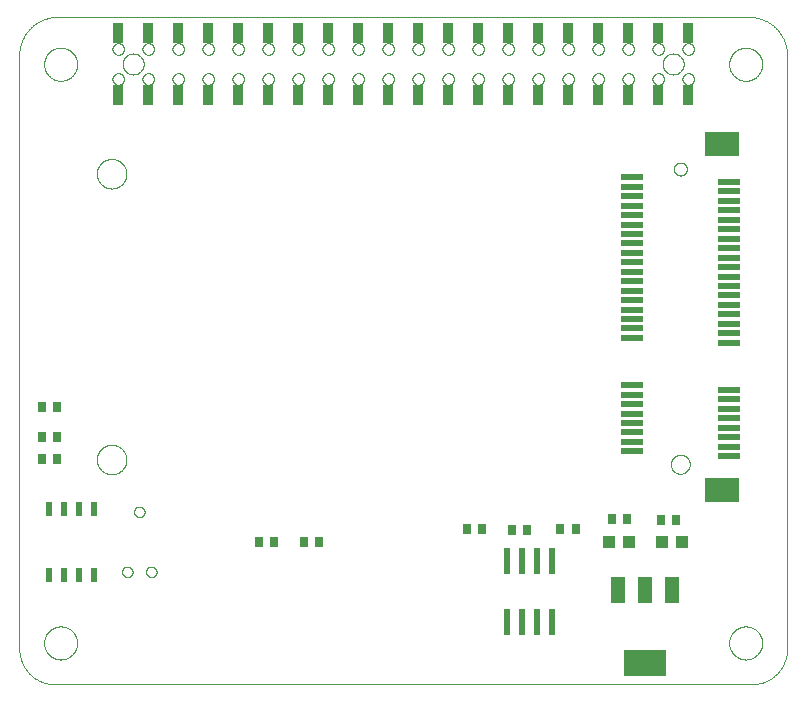
<source format=gtp>
G04 EAGLE Gerber RS-274X export*
G75*
%MOMM*%
%FSLAX34Y34*%
%LPD*%
%INTop solder paste for stencil*%
%IPPOS*%
%AMOC8*
5,1,8,0,0,1.08239X$1,22.5*%
G01*
%ADD10C,0.000000*%
%ADD11R,1.900000X0.525000*%
%ADD12R,3.000000X2.100000*%
%ADD13R,1.219200X2.235200*%
%ADD14R,3.600000X2.200000*%
%ADD15R,0.600000X2.200000*%
%ADD16R,0.700000X0.900000*%
%ADD17R,0.889000X1.680000*%
%ADD18R,0.600000X1.200000*%
%ADD19R,1.100000X1.000000*%


D10*
X21000Y525000D02*
X21004Y525344D01*
X21017Y525687D01*
X21038Y526030D01*
X21067Y526372D01*
X21105Y526714D01*
X21152Y527054D01*
X21206Y527393D01*
X21269Y527731D01*
X21340Y528067D01*
X21420Y528402D01*
X21507Y528734D01*
X21603Y529064D01*
X21707Y529392D01*
X21818Y529716D01*
X21938Y530039D01*
X22066Y530358D01*
X22201Y530673D01*
X22344Y530986D01*
X22495Y531295D01*
X22653Y531600D01*
X22819Y531901D01*
X22992Y532197D01*
X23172Y532490D01*
X23359Y532778D01*
X23554Y533061D01*
X23755Y533340D01*
X23963Y533613D01*
X24178Y533882D01*
X24399Y534144D01*
X24627Y534402D01*
X24861Y534654D01*
X25101Y534899D01*
X25346Y535139D01*
X25598Y535373D01*
X25856Y535601D01*
X26118Y535822D01*
X26387Y536037D01*
X26660Y536245D01*
X26939Y536446D01*
X27222Y536641D01*
X27510Y536828D01*
X27803Y537008D01*
X28099Y537181D01*
X28400Y537347D01*
X28705Y537505D01*
X29014Y537656D01*
X29327Y537799D01*
X29642Y537934D01*
X29961Y538062D01*
X30284Y538182D01*
X30608Y538293D01*
X30936Y538397D01*
X31266Y538493D01*
X31598Y538580D01*
X31933Y538660D01*
X32269Y538731D01*
X32607Y538794D01*
X32946Y538848D01*
X33286Y538895D01*
X33628Y538933D01*
X33970Y538962D01*
X34313Y538983D01*
X34656Y538996D01*
X35000Y539000D01*
X35344Y538996D01*
X35687Y538983D01*
X36030Y538962D01*
X36372Y538933D01*
X36714Y538895D01*
X37054Y538848D01*
X37393Y538794D01*
X37731Y538731D01*
X38067Y538660D01*
X38402Y538580D01*
X38734Y538493D01*
X39064Y538397D01*
X39392Y538293D01*
X39716Y538182D01*
X40039Y538062D01*
X40358Y537934D01*
X40673Y537799D01*
X40986Y537656D01*
X41295Y537505D01*
X41600Y537347D01*
X41901Y537181D01*
X42197Y537008D01*
X42490Y536828D01*
X42778Y536641D01*
X43061Y536446D01*
X43340Y536245D01*
X43613Y536037D01*
X43882Y535822D01*
X44144Y535601D01*
X44402Y535373D01*
X44654Y535139D01*
X44899Y534899D01*
X45139Y534654D01*
X45373Y534402D01*
X45601Y534144D01*
X45822Y533882D01*
X46037Y533613D01*
X46245Y533340D01*
X46446Y533061D01*
X46641Y532778D01*
X46828Y532490D01*
X47008Y532197D01*
X47181Y531901D01*
X47347Y531600D01*
X47505Y531295D01*
X47656Y530986D01*
X47799Y530673D01*
X47934Y530358D01*
X48062Y530039D01*
X48182Y529716D01*
X48293Y529392D01*
X48397Y529064D01*
X48493Y528734D01*
X48580Y528402D01*
X48660Y528067D01*
X48731Y527731D01*
X48794Y527393D01*
X48848Y527054D01*
X48895Y526714D01*
X48933Y526372D01*
X48962Y526030D01*
X48983Y525687D01*
X48996Y525344D01*
X49000Y525000D01*
X48996Y524656D01*
X48983Y524313D01*
X48962Y523970D01*
X48933Y523628D01*
X48895Y523286D01*
X48848Y522946D01*
X48794Y522607D01*
X48731Y522269D01*
X48660Y521933D01*
X48580Y521598D01*
X48493Y521266D01*
X48397Y520936D01*
X48293Y520608D01*
X48182Y520284D01*
X48062Y519961D01*
X47934Y519642D01*
X47799Y519327D01*
X47656Y519014D01*
X47505Y518705D01*
X47347Y518400D01*
X47181Y518099D01*
X47008Y517803D01*
X46828Y517510D01*
X46641Y517222D01*
X46446Y516939D01*
X46245Y516660D01*
X46037Y516387D01*
X45822Y516118D01*
X45601Y515856D01*
X45373Y515598D01*
X45139Y515346D01*
X44899Y515101D01*
X44654Y514861D01*
X44402Y514627D01*
X44144Y514399D01*
X43882Y514178D01*
X43613Y513963D01*
X43340Y513755D01*
X43061Y513554D01*
X42778Y513359D01*
X42490Y513172D01*
X42197Y512992D01*
X41901Y512819D01*
X41600Y512653D01*
X41295Y512495D01*
X40986Y512344D01*
X40673Y512201D01*
X40358Y512066D01*
X40039Y511938D01*
X39716Y511818D01*
X39392Y511707D01*
X39064Y511603D01*
X38734Y511507D01*
X38402Y511420D01*
X38067Y511340D01*
X37731Y511269D01*
X37393Y511206D01*
X37054Y511152D01*
X36714Y511105D01*
X36372Y511067D01*
X36030Y511038D01*
X35687Y511017D01*
X35344Y511004D01*
X35000Y511000D01*
X34656Y511004D01*
X34313Y511017D01*
X33970Y511038D01*
X33628Y511067D01*
X33286Y511105D01*
X32946Y511152D01*
X32607Y511206D01*
X32269Y511269D01*
X31933Y511340D01*
X31598Y511420D01*
X31266Y511507D01*
X30936Y511603D01*
X30608Y511707D01*
X30284Y511818D01*
X29961Y511938D01*
X29642Y512066D01*
X29327Y512201D01*
X29014Y512344D01*
X28705Y512495D01*
X28400Y512653D01*
X28099Y512819D01*
X27803Y512992D01*
X27510Y513172D01*
X27222Y513359D01*
X26939Y513554D01*
X26660Y513755D01*
X26387Y513963D01*
X26118Y514178D01*
X25856Y514399D01*
X25598Y514627D01*
X25346Y514861D01*
X25101Y515101D01*
X24861Y515346D01*
X24627Y515598D01*
X24399Y515856D01*
X24178Y516118D01*
X23963Y516387D01*
X23755Y516660D01*
X23554Y516939D01*
X23359Y517222D01*
X23172Y517510D01*
X22992Y517803D01*
X22819Y518099D01*
X22653Y518400D01*
X22495Y518705D01*
X22344Y519014D01*
X22201Y519327D01*
X22066Y519642D01*
X21938Y519961D01*
X21818Y520284D01*
X21707Y520608D01*
X21603Y520936D01*
X21507Y521266D01*
X21420Y521598D01*
X21340Y521933D01*
X21269Y522269D01*
X21206Y522607D01*
X21152Y522946D01*
X21105Y523286D01*
X21067Y523628D01*
X21038Y523970D01*
X21017Y524313D01*
X21004Y524656D01*
X21000Y525000D01*
X650000Y530000D02*
X650000Y30000D01*
X620000Y565000D02*
X30000Y565000D01*
X0Y530000D02*
X0Y30000D01*
X0Y530000D02*
X-51Y530786D01*
X-83Y531573D01*
X-96Y532361D01*
X-90Y533148D01*
X-64Y533936D01*
X-20Y534722D01*
X43Y535507D01*
X125Y536291D01*
X226Y537072D01*
X346Y537850D01*
X485Y538626D01*
X642Y539398D01*
X818Y540165D01*
X1013Y540929D01*
X1225Y541687D01*
X1457Y542440D01*
X1706Y543187D01*
X1973Y543928D01*
X2258Y544663D01*
X2561Y545390D01*
X2881Y546110D01*
X3219Y546821D01*
X3573Y547525D01*
X3945Y548219D01*
X4333Y548905D01*
X4737Y549580D01*
X5158Y550246D01*
X5595Y550902D01*
X6048Y551547D01*
X6516Y552180D01*
X6999Y552802D01*
X7497Y553413D01*
X8009Y554011D01*
X8536Y554596D01*
X9077Y555169D01*
X9632Y555728D01*
X10200Y556274D01*
X10781Y556806D01*
X11374Y557324D01*
X11980Y557827D01*
X12598Y558315D01*
X13228Y558789D01*
X13869Y559247D01*
X14521Y559689D01*
X15183Y560116D01*
X15855Y560526D01*
X16537Y560920D01*
X17229Y561297D01*
X17929Y561658D01*
X18638Y562002D01*
X19355Y562328D01*
X20079Y562637D01*
X20811Y562928D01*
X21550Y563202D01*
X22295Y563457D01*
X23046Y563695D01*
X23802Y563914D01*
X24564Y564115D01*
X25330Y564298D01*
X26101Y564462D01*
X26875Y564607D01*
X27652Y564734D01*
X28433Y564841D01*
X29215Y564930D01*
X30000Y565000D01*
X601000Y525000D02*
X601004Y525344D01*
X601017Y525687D01*
X601038Y526030D01*
X601067Y526372D01*
X601105Y526714D01*
X601152Y527054D01*
X601206Y527393D01*
X601269Y527731D01*
X601340Y528067D01*
X601420Y528402D01*
X601507Y528734D01*
X601603Y529064D01*
X601707Y529392D01*
X601818Y529716D01*
X601938Y530039D01*
X602066Y530358D01*
X602201Y530673D01*
X602344Y530986D01*
X602495Y531295D01*
X602653Y531600D01*
X602819Y531901D01*
X602992Y532197D01*
X603172Y532490D01*
X603359Y532778D01*
X603554Y533061D01*
X603755Y533340D01*
X603963Y533613D01*
X604178Y533882D01*
X604399Y534144D01*
X604627Y534402D01*
X604861Y534654D01*
X605101Y534899D01*
X605346Y535139D01*
X605598Y535373D01*
X605856Y535601D01*
X606118Y535822D01*
X606387Y536037D01*
X606660Y536245D01*
X606939Y536446D01*
X607222Y536641D01*
X607510Y536828D01*
X607803Y537008D01*
X608099Y537181D01*
X608400Y537347D01*
X608705Y537505D01*
X609014Y537656D01*
X609327Y537799D01*
X609642Y537934D01*
X609961Y538062D01*
X610284Y538182D01*
X610608Y538293D01*
X610936Y538397D01*
X611266Y538493D01*
X611598Y538580D01*
X611933Y538660D01*
X612269Y538731D01*
X612607Y538794D01*
X612946Y538848D01*
X613286Y538895D01*
X613628Y538933D01*
X613970Y538962D01*
X614313Y538983D01*
X614656Y538996D01*
X615000Y539000D01*
X615344Y538996D01*
X615687Y538983D01*
X616030Y538962D01*
X616372Y538933D01*
X616714Y538895D01*
X617054Y538848D01*
X617393Y538794D01*
X617731Y538731D01*
X618067Y538660D01*
X618402Y538580D01*
X618734Y538493D01*
X619064Y538397D01*
X619392Y538293D01*
X619716Y538182D01*
X620039Y538062D01*
X620358Y537934D01*
X620673Y537799D01*
X620986Y537656D01*
X621295Y537505D01*
X621600Y537347D01*
X621901Y537181D01*
X622197Y537008D01*
X622490Y536828D01*
X622778Y536641D01*
X623061Y536446D01*
X623340Y536245D01*
X623613Y536037D01*
X623882Y535822D01*
X624144Y535601D01*
X624402Y535373D01*
X624654Y535139D01*
X624899Y534899D01*
X625139Y534654D01*
X625373Y534402D01*
X625601Y534144D01*
X625822Y533882D01*
X626037Y533613D01*
X626245Y533340D01*
X626446Y533061D01*
X626641Y532778D01*
X626828Y532490D01*
X627008Y532197D01*
X627181Y531901D01*
X627347Y531600D01*
X627505Y531295D01*
X627656Y530986D01*
X627799Y530673D01*
X627934Y530358D01*
X628062Y530039D01*
X628182Y529716D01*
X628293Y529392D01*
X628397Y529064D01*
X628493Y528734D01*
X628580Y528402D01*
X628660Y528067D01*
X628731Y527731D01*
X628794Y527393D01*
X628848Y527054D01*
X628895Y526714D01*
X628933Y526372D01*
X628962Y526030D01*
X628983Y525687D01*
X628996Y525344D01*
X629000Y525000D01*
X628996Y524656D01*
X628983Y524313D01*
X628962Y523970D01*
X628933Y523628D01*
X628895Y523286D01*
X628848Y522946D01*
X628794Y522607D01*
X628731Y522269D01*
X628660Y521933D01*
X628580Y521598D01*
X628493Y521266D01*
X628397Y520936D01*
X628293Y520608D01*
X628182Y520284D01*
X628062Y519961D01*
X627934Y519642D01*
X627799Y519327D01*
X627656Y519014D01*
X627505Y518705D01*
X627347Y518400D01*
X627181Y518099D01*
X627008Y517803D01*
X626828Y517510D01*
X626641Y517222D01*
X626446Y516939D01*
X626245Y516660D01*
X626037Y516387D01*
X625822Y516118D01*
X625601Y515856D01*
X625373Y515598D01*
X625139Y515346D01*
X624899Y515101D01*
X624654Y514861D01*
X624402Y514627D01*
X624144Y514399D01*
X623882Y514178D01*
X623613Y513963D01*
X623340Y513755D01*
X623061Y513554D01*
X622778Y513359D01*
X622490Y513172D01*
X622197Y512992D01*
X621901Y512819D01*
X621600Y512653D01*
X621295Y512495D01*
X620986Y512344D01*
X620673Y512201D01*
X620358Y512066D01*
X620039Y511938D01*
X619716Y511818D01*
X619392Y511707D01*
X619064Y511603D01*
X618734Y511507D01*
X618402Y511420D01*
X618067Y511340D01*
X617731Y511269D01*
X617393Y511206D01*
X617054Y511152D01*
X616714Y511105D01*
X616372Y511067D01*
X616030Y511038D01*
X615687Y511017D01*
X615344Y511004D01*
X615000Y511000D01*
X614656Y511004D01*
X614313Y511017D01*
X613970Y511038D01*
X613628Y511067D01*
X613286Y511105D01*
X612946Y511152D01*
X612607Y511206D01*
X612269Y511269D01*
X611933Y511340D01*
X611598Y511420D01*
X611266Y511507D01*
X610936Y511603D01*
X610608Y511707D01*
X610284Y511818D01*
X609961Y511938D01*
X609642Y512066D01*
X609327Y512201D01*
X609014Y512344D01*
X608705Y512495D01*
X608400Y512653D01*
X608099Y512819D01*
X607803Y512992D01*
X607510Y513172D01*
X607222Y513359D01*
X606939Y513554D01*
X606660Y513755D01*
X606387Y513963D01*
X606118Y514178D01*
X605856Y514399D01*
X605598Y514627D01*
X605346Y514861D01*
X605101Y515101D01*
X604861Y515346D01*
X604627Y515598D01*
X604399Y515856D01*
X604178Y516118D01*
X603963Y516387D01*
X603755Y516660D01*
X603554Y516939D01*
X603359Y517222D01*
X603172Y517510D01*
X602992Y517803D01*
X602819Y518099D01*
X602653Y518400D01*
X602495Y518705D01*
X602344Y519014D01*
X602201Y519327D01*
X602066Y519642D01*
X601938Y519961D01*
X601818Y520284D01*
X601707Y520608D01*
X601603Y520936D01*
X601507Y521266D01*
X601420Y521598D01*
X601340Y521933D01*
X601269Y522269D01*
X601206Y522607D01*
X601152Y522946D01*
X601105Y523286D01*
X601067Y523628D01*
X601038Y523970D01*
X601017Y524313D01*
X601004Y524656D01*
X601000Y525000D01*
X21000Y35000D02*
X21004Y35344D01*
X21017Y35687D01*
X21038Y36030D01*
X21067Y36372D01*
X21105Y36714D01*
X21152Y37054D01*
X21206Y37393D01*
X21269Y37731D01*
X21340Y38067D01*
X21420Y38402D01*
X21507Y38734D01*
X21603Y39064D01*
X21707Y39392D01*
X21818Y39716D01*
X21938Y40039D01*
X22066Y40358D01*
X22201Y40673D01*
X22344Y40986D01*
X22495Y41295D01*
X22653Y41600D01*
X22819Y41901D01*
X22992Y42197D01*
X23172Y42490D01*
X23359Y42778D01*
X23554Y43061D01*
X23755Y43340D01*
X23963Y43613D01*
X24178Y43882D01*
X24399Y44144D01*
X24627Y44402D01*
X24861Y44654D01*
X25101Y44899D01*
X25346Y45139D01*
X25598Y45373D01*
X25856Y45601D01*
X26118Y45822D01*
X26387Y46037D01*
X26660Y46245D01*
X26939Y46446D01*
X27222Y46641D01*
X27510Y46828D01*
X27803Y47008D01*
X28099Y47181D01*
X28400Y47347D01*
X28705Y47505D01*
X29014Y47656D01*
X29327Y47799D01*
X29642Y47934D01*
X29961Y48062D01*
X30284Y48182D01*
X30608Y48293D01*
X30936Y48397D01*
X31266Y48493D01*
X31598Y48580D01*
X31933Y48660D01*
X32269Y48731D01*
X32607Y48794D01*
X32946Y48848D01*
X33286Y48895D01*
X33628Y48933D01*
X33970Y48962D01*
X34313Y48983D01*
X34656Y48996D01*
X35000Y49000D01*
X35344Y48996D01*
X35687Y48983D01*
X36030Y48962D01*
X36372Y48933D01*
X36714Y48895D01*
X37054Y48848D01*
X37393Y48794D01*
X37731Y48731D01*
X38067Y48660D01*
X38402Y48580D01*
X38734Y48493D01*
X39064Y48397D01*
X39392Y48293D01*
X39716Y48182D01*
X40039Y48062D01*
X40358Y47934D01*
X40673Y47799D01*
X40986Y47656D01*
X41295Y47505D01*
X41600Y47347D01*
X41901Y47181D01*
X42197Y47008D01*
X42490Y46828D01*
X42778Y46641D01*
X43061Y46446D01*
X43340Y46245D01*
X43613Y46037D01*
X43882Y45822D01*
X44144Y45601D01*
X44402Y45373D01*
X44654Y45139D01*
X44899Y44899D01*
X45139Y44654D01*
X45373Y44402D01*
X45601Y44144D01*
X45822Y43882D01*
X46037Y43613D01*
X46245Y43340D01*
X46446Y43061D01*
X46641Y42778D01*
X46828Y42490D01*
X47008Y42197D01*
X47181Y41901D01*
X47347Y41600D01*
X47505Y41295D01*
X47656Y40986D01*
X47799Y40673D01*
X47934Y40358D01*
X48062Y40039D01*
X48182Y39716D01*
X48293Y39392D01*
X48397Y39064D01*
X48493Y38734D01*
X48580Y38402D01*
X48660Y38067D01*
X48731Y37731D01*
X48794Y37393D01*
X48848Y37054D01*
X48895Y36714D01*
X48933Y36372D01*
X48962Y36030D01*
X48983Y35687D01*
X48996Y35344D01*
X49000Y35000D01*
X48996Y34656D01*
X48983Y34313D01*
X48962Y33970D01*
X48933Y33628D01*
X48895Y33286D01*
X48848Y32946D01*
X48794Y32607D01*
X48731Y32269D01*
X48660Y31933D01*
X48580Y31598D01*
X48493Y31266D01*
X48397Y30936D01*
X48293Y30608D01*
X48182Y30284D01*
X48062Y29961D01*
X47934Y29642D01*
X47799Y29327D01*
X47656Y29014D01*
X47505Y28705D01*
X47347Y28400D01*
X47181Y28099D01*
X47008Y27803D01*
X46828Y27510D01*
X46641Y27222D01*
X46446Y26939D01*
X46245Y26660D01*
X46037Y26387D01*
X45822Y26118D01*
X45601Y25856D01*
X45373Y25598D01*
X45139Y25346D01*
X44899Y25101D01*
X44654Y24861D01*
X44402Y24627D01*
X44144Y24399D01*
X43882Y24178D01*
X43613Y23963D01*
X43340Y23755D01*
X43061Y23554D01*
X42778Y23359D01*
X42490Y23172D01*
X42197Y22992D01*
X41901Y22819D01*
X41600Y22653D01*
X41295Y22495D01*
X40986Y22344D01*
X40673Y22201D01*
X40358Y22066D01*
X40039Y21938D01*
X39716Y21818D01*
X39392Y21707D01*
X39064Y21603D01*
X38734Y21507D01*
X38402Y21420D01*
X38067Y21340D01*
X37731Y21269D01*
X37393Y21206D01*
X37054Y21152D01*
X36714Y21105D01*
X36372Y21067D01*
X36030Y21038D01*
X35687Y21017D01*
X35344Y21004D01*
X35000Y21000D01*
X34656Y21004D01*
X34313Y21017D01*
X33970Y21038D01*
X33628Y21067D01*
X33286Y21105D01*
X32946Y21152D01*
X32607Y21206D01*
X32269Y21269D01*
X31933Y21340D01*
X31598Y21420D01*
X31266Y21507D01*
X30936Y21603D01*
X30608Y21707D01*
X30284Y21818D01*
X29961Y21938D01*
X29642Y22066D01*
X29327Y22201D01*
X29014Y22344D01*
X28705Y22495D01*
X28400Y22653D01*
X28099Y22819D01*
X27803Y22992D01*
X27510Y23172D01*
X27222Y23359D01*
X26939Y23554D01*
X26660Y23755D01*
X26387Y23963D01*
X26118Y24178D01*
X25856Y24399D01*
X25598Y24627D01*
X25346Y24861D01*
X25101Y25101D01*
X24861Y25346D01*
X24627Y25598D01*
X24399Y25856D01*
X24178Y26118D01*
X23963Y26387D01*
X23755Y26660D01*
X23554Y26939D01*
X23359Y27222D01*
X23172Y27510D01*
X22992Y27803D01*
X22819Y28099D01*
X22653Y28400D01*
X22495Y28705D01*
X22344Y29014D01*
X22201Y29327D01*
X22066Y29642D01*
X21938Y29961D01*
X21818Y30284D01*
X21707Y30608D01*
X21603Y30936D01*
X21507Y31266D01*
X21420Y31598D01*
X21340Y31933D01*
X21269Y32269D01*
X21206Y32607D01*
X21152Y32946D01*
X21105Y33286D01*
X21067Y33628D01*
X21038Y33970D01*
X21017Y34313D01*
X21004Y34656D01*
X21000Y35000D01*
X601000Y35000D02*
X601004Y35344D01*
X601017Y35687D01*
X601038Y36030D01*
X601067Y36372D01*
X601105Y36714D01*
X601152Y37054D01*
X601206Y37393D01*
X601269Y37731D01*
X601340Y38067D01*
X601420Y38402D01*
X601507Y38734D01*
X601603Y39064D01*
X601707Y39392D01*
X601818Y39716D01*
X601938Y40039D01*
X602066Y40358D01*
X602201Y40673D01*
X602344Y40986D01*
X602495Y41295D01*
X602653Y41600D01*
X602819Y41901D01*
X602992Y42197D01*
X603172Y42490D01*
X603359Y42778D01*
X603554Y43061D01*
X603755Y43340D01*
X603963Y43613D01*
X604178Y43882D01*
X604399Y44144D01*
X604627Y44402D01*
X604861Y44654D01*
X605101Y44899D01*
X605346Y45139D01*
X605598Y45373D01*
X605856Y45601D01*
X606118Y45822D01*
X606387Y46037D01*
X606660Y46245D01*
X606939Y46446D01*
X607222Y46641D01*
X607510Y46828D01*
X607803Y47008D01*
X608099Y47181D01*
X608400Y47347D01*
X608705Y47505D01*
X609014Y47656D01*
X609327Y47799D01*
X609642Y47934D01*
X609961Y48062D01*
X610284Y48182D01*
X610608Y48293D01*
X610936Y48397D01*
X611266Y48493D01*
X611598Y48580D01*
X611933Y48660D01*
X612269Y48731D01*
X612607Y48794D01*
X612946Y48848D01*
X613286Y48895D01*
X613628Y48933D01*
X613970Y48962D01*
X614313Y48983D01*
X614656Y48996D01*
X615000Y49000D01*
X615344Y48996D01*
X615687Y48983D01*
X616030Y48962D01*
X616372Y48933D01*
X616714Y48895D01*
X617054Y48848D01*
X617393Y48794D01*
X617731Y48731D01*
X618067Y48660D01*
X618402Y48580D01*
X618734Y48493D01*
X619064Y48397D01*
X619392Y48293D01*
X619716Y48182D01*
X620039Y48062D01*
X620358Y47934D01*
X620673Y47799D01*
X620986Y47656D01*
X621295Y47505D01*
X621600Y47347D01*
X621901Y47181D01*
X622197Y47008D01*
X622490Y46828D01*
X622778Y46641D01*
X623061Y46446D01*
X623340Y46245D01*
X623613Y46037D01*
X623882Y45822D01*
X624144Y45601D01*
X624402Y45373D01*
X624654Y45139D01*
X624899Y44899D01*
X625139Y44654D01*
X625373Y44402D01*
X625601Y44144D01*
X625822Y43882D01*
X626037Y43613D01*
X626245Y43340D01*
X626446Y43061D01*
X626641Y42778D01*
X626828Y42490D01*
X627008Y42197D01*
X627181Y41901D01*
X627347Y41600D01*
X627505Y41295D01*
X627656Y40986D01*
X627799Y40673D01*
X627934Y40358D01*
X628062Y40039D01*
X628182Y39716D01*
X628293Y39392D01*
X628397Y39064D01*
X628493Y38734D01*
X628580Y38402D01*
X628660Y38067D01*
X628731Y37731D01*
X628794Y37393D01*
X628848Y37054D01*
X628895Y36714D01*
X628933Y36372D01*
X628962Y36030D01*
X628983Y35687D01*
X628996Y35344D01*
X629000Y35000D01*
X628996Y34656D01*
X628983Y34313D01*
X628962Y33970D01*
X628933Y33628D01*
X628895Y33286D01*
X628848Y32946D01*
X628794Y32607D01*
X628731Y32269D01*
X628660Y31933D01*
X628580Y31598D01*
X628493Y31266D01*
X628397Y30936D01*
X628293Y30608D01*
X628182Y30284D01*
X628062Y29961D01*
X627934Y29642D01*
X627799Y29327D01*
X627656Y29014D01*
X627505Y28705D01*
X627347Y28400D01*
X627181Y28099D01*
X627008Y27803D01*
X626828Y27510D01*
X626641Y27222D01*
X626446Y26939D01*
X626245Y26660D01*
X626037Y26387D01*
X625822Y26118D01*
X625601Y25856D01*
X625373Y25598D01*
X625139Y25346D01*
X624899Y25101D01*
X624654Y24861D01*
X624402Y24627D01*
X624144Y24399D01*
X623882Y24178D01*
X623613Y23963D01*
X623340Y23755D01*
X623061Y23554D01*
X622778Y23359D01*
X622490Y23172D01*
X622197Y22992D01*
X621901Y22819D01*
X621600Y22653D01*
X621295Y22495D01*
X620986Y22344D01*
X620673Y22201D01*
X620358Y22066D01*
X620039Y21938D01*
X619716Y21818D01*
X619392Y21707D01*
X619064Y21603D01*
X618734Y21507D01*
X618402Y21420D01*
X618067Y21340D01*
X617731Y21269D01*
X617393Y21206D01*
X617054Y21152D01*
X616714Y21105D01*
X616372Y21067D01*
X616030Y21038D01*
X615687Y21017D01*
X615344Y21004D01*
X615000Y21000D01*
X614656Y21004D01*
X614313Y21017D01*
X613970Y21038D01*
X613628Y21067D01*
X613286Y21105D01*
X612946Y21152D01*
X612607Y21206D01*
X612269Y21269D01*
X611933Y21340D01*
X611598Y21420D01*
X611266Y21507D01*
X610936Y21603D01*
X610608Y21707D01*
X610284Y21818D01*
X609961Y21938D01*
X609642Y22066D01*
X609327Y22201D01*
X609014Y22344D01*
X608705Y22495D01*
X608400Y22653D01*
X608099Y22819D01*
X607803Y22992D01*
X607510Y23172D01*
X607222Y23359D01*
X606939Y23554D01*
X606660Y23755D01*
X606387Y23963D01*
X606118Y24178D01*
X605856Y24399D01*
X605598Y24627D01*
X605346Y24861D01*
X605101Y25101D01*
X604861Y25346D01*
X604627Y25598D01*
X604399Y25856D01*
X604178Y26118D01*
X603963Y26387D01*
X603755Y26660D01*
X603554Y26939D01*
X603359Y27222D01*
X603172Y27510D01*
X602992Y27803D01*
X602819Y28099D01*
X602653Y28400D01*
X602495Y28705D01*
X602344Y29014D01*
X602201Y29327D01*
X602066Y29642D01*
X601938Y29961D01*
X601818Y30284D01*
X601707Y30608D01*
X601603Y30936D01*
X601507Y31266D01*
X601420Y31598D01*
X601340Y31933D01*
X601269Y32269D01*
X601206Y32607D01*
X601152Y32946D01*
X601105Y33286D01*
X601067Y33628D01*
X601038Y33970D01*
X601017Y34313D01*
X601004Y34656D01*
X601000Y35000D01*
X650000Y530000D02*
X650051Y530786D01*
X650083Y531573D01*
X650096Y532361D01*
X650090Y533148D01*
X650064Y533936D01*
X650020Y534722D01*
X649957Y535507D01*
X649875Y536291D01*
X649774Y537072D01*
X649654Y537850D01*
X649515Y538626D01*
X649358Y539398D01*
X649182Y540165D01*
X648987Y540929D01*
X648775Y541687D01*
X648543Y542440D01*
X648294Y543187D01*
X648027Y543928D01*
X647742Y544663D01*
X647439Y545390D01*
X647119Y546110D01*
X646781Y546821D01*
X646427Y547525D01*
X646055Y548219D01*
X645667Y548905D01*
X645263Y549580D01*
X644842Y550246D01*
X644405Y550902D01*
X643952Y551547D01*
X643484Y552180D01*
X643001Y552802D01*
X642503Y553413D01*
X641991Y554011D01*
X641464Y554596D01*
X640923Y555169D01*
X640368Y555728D01*
X639800Y556274D01*
X639219Y556806D01*
X638626Y557324D01*
X638020Y557827D01*
X637402Y558315D01*
X636772Y558789D01*
X636131Y559247D01*
X635479Y559689D01*
X634817Y560116D01*
X634145Y560526D01*
X633463Y560920D01*
X632771Y561297D01*
X632071Y561658D01*
X631362Y562002D01*
X630645Y562328D01*
X629921Y562637D01*
X629189Y562928D01*
X628450Y563202D01*
X627705Y563457D01*
X626954Y563695D01*
X626198Y563914D01*
X625436Y564115D01*
X624670Y564298D01*
X623899Y564462D01*
X623125Y564607D01*
X622348Y564734D01*
X621567Y564841D01*
X620785Y564930D01*
X620000Y565000D01*
X30000Y0D02*
X29275Y9D01*
X28551Y35D01*
X27827Y79D01*
X27105Y140D01*
X26384Y219D01*
X25665Y315D01*
X24949Y428D01*
X24236Y559D01*
X23526Y707D01*
X22821Y872D01*
X22119Y1054D01*
X21422Y1253D01*
X20729Y1468D01*
X20043Y1701D01*
X19362Y1950D01*
X18687Y2215D01*
X18019Y2496D01*
X17358Y2794D01*
X16704Y3107D01*
X16058Y3436D01*
X15420Y3781D01*
X14791Y4141D01*
X14171Y4516D01*
X13560Y4906D01*
X12958Y5310D01*
X12366Y5729D01*
X11785Y6163D01*
X11214Y6610D01*
X10655Y7071D01*
X10106Y7545D01*
X9570Y8032D01*
X9045Y8532D01*
X8532Y9045D01*
X8032Y9570D01*
X7545Y10106D01*
X7071Y10655D01*
X6610Y11214D01*
X6163Y11785D01*
X5729Y12366D01*
X5310Y12958D01*
X4906Y13560D01*
X4516Y14171D01*
X4141Y14791D01*
X3781Y15420D01*
X3436Y16058D01*
X3107Y16704D01*
X2794Y17358D01*
X2496Y18019D01*
X2215Y18687D01*
X1950Y19362D01*
X1701Y20043D01*
X1468Y20729D01*
X1253Y21422D01*
X1054Y22119D01*
X872Y22821D01*
X707Y23526D01*
X559Y24236D01*
X428Y24949D01*
X315Y25665D01*
X219Y26384D01*
X140Y27105D01*
X79Y27827D01*
X35Y28551D01*
X9Y29275D01*
X0Y30000D01*
X620000Y0D02*
X620725Y9D01*
X621449Y35D01*
X622173Y79D01*
X622895Y140D01*
X623616Y219D01*
X624335Y315D01*
X625051Y428D01*
X625764Y559D01*
X626474Y707D01*
X627179Y872D01*
X627881Y1054D01*
X628578Y1253D01*
X629271Y1468D01*
X629957Y1701D01*
X630638Y1950D01*
X631313Y2215D01*
X631981Y2496D01*
X632642Y2794D01*
X633296Y3107D01*
X633942Y3436D01*
X634580Y3781D01*
X635209Y4141D01*
X635829Y4516D01*
X636440Y4906D01*
X637042Y5310D01*
X637634Y5729D01*
X638215Y6163D01*
X638786Y6610D01*
X639345Y7071D01*
X639894Y7545D01*
X640430Y8032D01*
X640955Y8532D01*
X641468Y9045D01*
X641968Y9570D01*
X642455Y10106D01*
X642929Y10655D01*
X643390Y11214D01*
X643837Y11785D01*
X644271Y12366D01*
X644690Y12958D01*
X645094Y13560D01*
X645484Y14171D01*
X645859Y14791D01*
X646219Y15420D01*
X646564Y16058D01*
X646893Y16704D01*
X647206Y17358D01*
X647504Y18019D01*
X647785Y18687D01*
X648050Y19362D01*
X648299Y20043D01*
X648532Y20729D01*
X648747Y21422D01*
X648946Y22119D01*
X649128Y22821D01*
X649293Y23526D01*
X649441Y24236D01*
X649572Y24949D01*
X649685Y25665D01*
X649781Y26384D01*
X649860Y27105D01*
X649921Y27827D01*
X649965Y28551D01*
X649991Y29275D01*
X650000Y30000D01*
X620000Y0D02*
X30000Y0D01*
X551646Y186268D02*
X551648Y186464D01*
X551656Y186661D01*
X551668Y186857D01*
X551685Y187052D01*
X551706Y187247D01*
X551733Y187442D01*
X551764Y187636D01*
X551800Y187829D01*
X551840Y188021D01*
X551886Y188212D01*
X551936Y188402D01*
X551990Y188590D01*
X552050Y188777D01*
X552114Y188963D01*
X552182Y189147D01*
X552255Y189329D01*
X552332Y189510D01*
X552414Y189688D01*
X552500Y189865D01*
X552591Y190039D01*
X552685Y190211D01*
X552784Y190381D01*
X552887Y190548D01*
X552994Y190713D01*
X553105Y190874D01*
X553220Y191034D01*
X553339Y191190D01*
X553462Y191343D01*
X553588Y191493D01*
X553718Y191640D01*
X553852Y191784D01*
X553989Y191925D01*
X554130Y192062D01*
X554274Y192196D01*
X554421Y192326D01*
X554571Y192452D01*
X554724Y192575D01*
X554880Y192694D01*
X555040Y192809D01*
X555201Y192920D01*
X555366Y193027D01*
X555533Y193130D01*
X555703Y193229D01*
X555875Y193323D01*
X556049Y193414D01*
X556226Y193500D01*
X556404Y193582D01*
X556585Y193659D01*
X556767Y193732D01*
X556951Y193800D01*
X557137Y193864D01*
X557324Y193924D01*
X557512Y193978D01*
X557702Y194028D01*
X557893Y194074D01*
X558085Y194114D01*
X558278Y194150D01*
X558472Y194181D01*
X558667Y194208D01*
X558862Y194229D01*
X559057Y194246D01*
X559253Y194258D01*
X559450Y194266D01*
X559646Y194268D01*
X559842Y194266D01*
X560039Y194258D01*
X560235Y194246D01*
X560430Y194229D01*
X560625Y194208D01*
X560820Y194181D01*
X561014Y194150D01*
X561207Y194114D01*
X561399Y194074D01*
X561590Y194028D01*
X561780Y193978D01*
X561968Y193924D01*
X562155Y193864D01*
X562341Y193800D01*
X562525Y193732D01*
X562707Y193659D01*
X562888Y193582D01*
X563066Y193500D01*
X563243Y193414D01*
X563417Y193323D01*
X563589Y193229D01*
X563759Y193130D01*
X563926Y193027D01*
X564091Y192920D01*
X564252Y192809D01*
X564412Y192694D01*
X564568Y192575D01*
X564721Y192452D01*
X564871Y192326D01*
X565018Y192196D01*
X565162Y192062D01*
X565303Y191925D01*
X565440Y191784D01*
X565574Y191640D01*
X565704Y191493D01*
X565830Y191343D01*
X565953Y191190D01*
X566072Y191034D01*
X566187Y190874D01*
X566298Y190713D01*
X566405Y190548D01*
X566508Y190381D01*
X566607Y190211D01*
X566701Y190039D01*
X566792Y189865D01*
X566878Y189688D01*
X566960Y189510D01*
X567037Y189329D01*
X567110Y189147D01*
X567178Y188963D01*
X567242Y188777D01*
X567302Y188590D01*
X567356Y188402D01*
X567406Y188212D01*
X567452Y188021D01*
X567492Y187829D01*
X567528Y187636D01*
X567559Y187442D01*
X567586Y187247D01*
X567607Y187052D01*
X567624Y186857D01*
X567636Y186661D01*
X567644Y186464D01*
X567646Y186268D01*
X567644Y186072D01*
X567636Y185875D01*
X567624Y185679D01*
X567607Y185484D01*
X567586Y185289D01*
X567559Y185094D01*
X567528Y184900D01*
X567492Y184707D01*
X567452Y184515D01*
X567406Y184324D01*
X567356Y184134D01*
X567302Y183946D01*
X567242Y183759D01*
X567178Y183573D01*
X567110Y183389D01*
X567037Y183207D01*
X566960Y183026D01*
X566878Y182848D01*
X566792Y182671D01*
X566701Y182497D01*
X566607Y182325D01*
X566508Y182155D01*
X566405Y181988D01*
X566298Y181823D01*
X566187Y181662D01*
X566072Y181502D01*
X565953Y181346D01*
X565830Y181193D01*
X565704Y181043D01*
X565574Y180896D01*
X565440Y180752D01*
X565303Y180611D01*
X565162Y180474D01*
X565018Y180340D01*
X564871Y180210D01*
X564721Y180084D01*
X564568Y179961D01*
X564412Y179842D01*
X564252Y179727D01*
X564091Y179616D01*
X563926Y179509D01*
X563759Y179406D01*
X563589Y179307D01*
X563417Y179213D01*
X563243Y179122D01*
X563066Y179036D01*
X562888Y178954D01*
X562707Y178877D01*
X562525Y178804D01*
X562341Y178736D01*
X562155Y178672D01*
X561968Y178612D01*
X561780Y178558D01*
X561590Y178508D01*
X561399Y178462D01*
X561207Y178422D01*
X561014Y178386D01*
X560820Y178355D01*
X560625Y178328D01*
X560430Y178307D01*
X560235Y178290D01*
X560039Y178278D01*
X559842Y178270D01*
X559646Y178268D01*
X559450Y178270D01*
X559253Y178278D01*
X559057Y178290D01*
X558862Y178307D01*
X558667Y178328D01*
X558472Y178355D01*
X558278Y178386D01*
X558085Y178422D01*
X557893Y178462D01*
X557702Y178508D01*
X557512Y178558D01*
X557324Y178612D01*
X557137Y178672D01*
X556951Y178736D01*
X556767Y178804D01*
X556585Y178877D01*
X556404Y178954D01*
X556226Y179036D01*
X556049Y179122D01*
X555875Y179213D01*
X555703Y179307D01*
X555533Y179406D01*
X555366Y179509D01*
X555201Y179616D01*
X555040Y179727D01*
X554880Y179842D01*
X554724Y179961D01*
X554571Y180084D01*
X554421Y180210D01*
X554274Y180340D01*
X554130Y180474D01*
X553989Y180611D01*
X553852Y180752D01*
X553718Y180896D01*
X553588Y181043D01*
X553462Y181193D01*
X553339Y181346D01*
X553220Y181502D01*
X553105Y181662D01*
X552994Y181823D01*
X552887Y181988D01*
X552784Y182155D01*
X552685Y182325D01*
X552591Y182497D01*
X552500Y182671D01*
X552414Y182848D01*
X552332Y183026D01*
X552255Y183207D01*
X552182Y183389D01*
X552114Y183573D01*
X552050Y183759D01*
X551990Y183946D01*
X551936Y184134D01*
X551886Y184324D01*
X551840Y184515D01*
X551800Y184707D01*
X551764Y184900D01*
X551733Y185094D01*
X551706Y185289D01*
X551685Y185484D01*
X551668Y185679D01*
X551656Y185875D01*
X551648Y186072D01*
X551646Y186268D01*
X554146Y436268D02*
X554148Y436416D01*
X554154Y436564D01*
X554164Y436712D01*
X554178Y436860D01*
X554196Y437007D01*
X554218Y437154D01*
X554244Y437300D01*
X554273Y437445D01*
X554307Y437590D01*
X554345Y437733D01*
X554386Y437876D01*
X554431Y438017D01*
X554481Y438157D01*
X554533Y438295D01*
X554590Y438433D01*
X554650Y438568D01*
X554714Y438702D01*
X554781Y438834D01*
X554852Y438964D01*
X554927Y439093D01*
X555005Y439219D01*
X555086Y439343D01*
X555170Y439465D01*
X555258Y439584D01*
X555349Y439701D01*
X555443Y439816D01*
X555541Y439928D01*
X555641Y440037D01*
X555744Y440144D01*
X555850Y440248D01*
X555958Y440349D01*
X556070Y440447D01*
X556184Y440542D01*
X556300Y440633D01*
X556419Y440722D01*
X556540Y440807D01*
X556664Y440889D01*
X556790Y440968D01*
X556917Y441043D01*
X557047Y441115D01*
X557179Y441184D01*
X557312Y441248D01*
X557447Y441309D01*
X557584Y441367D01*
X557722Y441421D01*
X557862Y441471D01*
X558003Y441517D01*
X558145Y441559D01*
X558288Y441598D01*
X558432Y441632D01*
X558578Y441663D01*
X558723Y441690D01*
X558870Y441713D01*
X559017Y441732D01*
X559165Y441747D01*
X559312Y441758D01*
X559461Y441765D01*
X559609Y441768D01*
X559757Y441767D01*
X559905Y441762D01*
X560053Y441753D01*
X560201Y441740D01*
X560349Y441723D01*
X560495Y441702D01*
X560642Y441677D01*
X560787Y441648D01*
X560932Y441616D01*
X561075Y441579D01*
X561218Y441539D01*
X561360Y441494D01*
X561500Y441446D01*
X561639Y441394D01*
X561776Y441339D01*
X561912Y441279D01*
X562047Y441216D01*
X562179Y441150D01*
X562310Y441080D01*
X562439Y441006D01*
X562565Y440929D01*
X562690Y440849D01*
X562812Y440765D01*
X562933Y440678D01*
X563050Y440588D01*
X563166Y440494D01*
X563278Y440398D01*
X563388Y440299D01*
X563496Y440196D01*
X563600Y440091D01*
X563702Y439983D01*
X563800Y439872D01*
X563896Y439759D01*
X563989Y439643D01*
X564078Y439525D01*
X564164Y439404D01*
X564247Y439281D01*
X564327Y439156D01*
X564403Y439029D01*
X564476Y438899D01*
X564545Y438768D01*
X564610Y438635D01*
X564673Y438501D01*
X564731Y438364D01*
X564786Y438226D01*
X564836Y438087D01*
X564884Y437946D01*
X564927Y437805D01*
X564967Y437662D01*
X565002Y437518D01*
X565034Y437373D01*
X565062Y437227D01*
X565086Y437081D01*
X565106Y436934D01*
X565122Y436786D01*
X565134Y436639D01*
X565142Y436490D01*
X565146Y436342D01*
X565146Y436194D01*
X565142Y436046D01*
X565134Y435897D01*
X565122Y435750D01*
X565106Y435602D01*
X565086Y435455D01*
X565062Y435309D01*
X565034Y435163D01*
X565002Y435018D01*
X564967Y434874D01*
X564927Y434731D01*
X564884Y434590D01*
X564836Y434449D01*
X564786Y434310D01*
X564731Y434172D01*
X564673Y434035D01*
X564610Y433901D01*
X564545Y433768D01*
X564476Y433637D01*
X564403Y433507D01*
X564327Y433380D01*
X564247Y433255D01*
X564164Y433132D01*
X564078Y433011D01*
X563989Y432893D01*
X563896Y432777D01*
X563800Y432664D01*
X563702Y432553D01*
X563600Y432445D01*
X563496Y432340D01*
X563388Y432237D01*
X563278Y432138D01*
X563166Y432042D01*
X563050Y431948D01*
X562933Y431858D01*
X562812Y431771D01*
X562690Y431687D01*
X562565Y431607D01*
X562439Y431530D01*
X562310Y431456D01*
X562179Y431386D01*
X562047Y431320D01*
X561912Y431257D01*
X561776Y431197D01*
X561639Y431142D01*
X561500Y431090D01*
X561360Y431042D01*
X561218Y430997D01*
X561075Y430957D01*
X560932Y430920D01*
X560787Y430888D01*
X560642Y430859D01*
X560495Y430834D01*
X560349Y430813D01*
X560201Y430796D01*
X560053Y430783D01*
X559905Y430774D01*
X559757Y430769D01*
X559609Y430768D01*
X559461Y430771D01*
X559312Y430778D01*
X559165Y430789D01*
X559017Y430804D01*
X558870Y430823D01*
X558723Y430846D01*
X558578Y430873D01*
X558432Y430904D01*
X558288Y430938D01*
X558145Y430977D01*
X558003Y431019D01*
X557862Y431065D01*
X557722Y431115D01*
X557584Y431169D01*
X557447Y431227D01*
X557312Y431288D01*
X557179Y431352D01*
X557047Y431421D01*
X556917Y431493D01*
X556790Y431568D01*
X556664Y431647D01*
X556540Y431729D01*
X556419Y431814D01*
X556300Y431903D01*
X556184Y431994D01*
X556070Y432089D01*
X555958Y432187D01*
X555850Y432288D01*
X555744Y432392D01*
X555641Y432499D01*
X555541Y432608D01*
X555443Y432720D01*
X555349Y432835D01*
X555258Y432952D01*
X555170Y433071D01*
X555086Y433193D01*
X555005Y433317D01*
X554927Y433443D01*
X554852Y433572D01*
X554781Y433702D01*
X554714Y433834D01*
X554650Y433968D01*
X554590Y434103D01*
X554533Y434241D01*
X554481Y434379D01*
X554431Y434519D01*
X554386Y434660D01*
X554345Y434803D01*
X554307Y434946D01*
X554273Y435091D01*
X554244Y435236D01*
X554218Y435382D01*
X554196Y435529D01*
X554178Y435676D01*
X554164Y435824D01*
X554154Y435972D01*
X554148Y436120D01*
X554146Y436268D01*
X65646Y190268D02*
X65650Y190575D01*
X65661Y190881D01*
X65680Y191188D01*
X65706Y191493D01*
X65740Y191798D01*
X65781Y192102D01*
X65830Y192405D01*
X65886Y192707D01*
X65950Y193007D01*
X66021Y193305D01*
X66099Y193602D01*
X66184Y193897D01*
X66277Y194189D01*
X66377Y194479D01*
X66484Y194767D01*
X66598Y195052D01*
X66718Y195334D01*
X66846Y195612D01*
X66981Y195888D01*
X67122Y196160D01*
X67270Y196429D01*
X67424Y196694D01*
X67585Y196955D01*
X67753Y197213D01*
X67926Y197466D01*
X68106Y197714D01*
X68292Y197958D01*
X68483Y198198D01*
X68681Y198433D01*
X68884Y198662D01*
X69093Y198887D01*
X69307Y199107D01*
X69527Y199321D01*
X69752Y199530D01*
X69981Y199733D01*
X70216Y199931D01*
X70456Y200122D01*
X70700Y200308D01*
X70948Y200488D01*
X71201Y200661D01*
X71459Y200829D01*
X71720Y200990D01*
X71985Y201144D01*
X72254Y201292D01*
X72526Y201433D01*
X72802Y201568D01*
X73080Y201696D01*
X73362Y201816D01*
X73647Y201930D01*
X73935Y202037D01*
X74225Y202137D01*
X74517Y202230D01*
X74812Y202315D01*
X75109Y202393D01*
X75407Y202464D01*
X75707Y202528D01*
X76009Y202584D01*
X76312Y202633D01*
X76616Y202674D01*
X76921Y202708D01*
X77226Y202734D01*
X77533Y202753D01*
X77839Y202764D01*
X78146Y202768D01*
X78453Y202764D01*
X78759Y202753D01*
X79066Y202734D01*
X79371Y202708D01*
X79676Y202674D01*
X79980Y202633D01*
X80283Y202584D01*
X80585Y202528D01*
X80885Y202464D01*
X81183Y202393D01*
X81480Y202315D01*
X81775Y202230D01*
X82067Y202137D01*
X82357Y202037D01*
X82645Y201930D01*
X82930Y201816D01*
X83212Y201696D01*
X83490Y201568D01*
X83766Y201433D01*
X84038Y201292D01*
X84307Y201144D01*
X84572Y200990D01*
X84833Y200829D01*
X85091Y200661D01*
X85344Y200488D01*
X85592Y200308D01*
X85836Y200122D01*
X86076Y199931D01*
X86311Y199733D01*
X86540Y199530D01*
X86765Y199321D01*
X86985Y199107D01*
X87199Y198887D01*
X87408Y198662D01*
X87611Y198433D01*
X87809Y198198D01*
X88000Y197958D01*
X88186Y197714D01*
X88366Y197466D01*
X88539Y197213D01*
X88707Y196955D01*
X88868Y196694D01*
X89022Y196429D01*
X89170Y196160D01*
X89311Y195888D01*
X89446Y195612D01*
X89574Y195334D01*
X89694Y195052D01*
X89808Y194767D01*
X89915Y194479D01*
X90015Y194189D01*
X90108Y193897D01*
X90193Y193602D01*
X90271Y193305D01*
X90342Y193007D01*
X90406Y192707D01*
X90462Y192405D01*
X90511Y192102D01*
X90552Y191798D01*
X90586Y191493D01*
X90612Y191188D01*
X90631Y190881D01*
X90642Y190575D01*
X90646Y190268D01*
X90642Y189961D01*
X90631Y189655D01*
X90612Y189348D01*
X90586Y189043D01*
X90552Y188738D01*
X90511Y188434D01*
X90462Y188131D01*
X90406Y187829D01*
X90342Y187529D01*
X90271Y187231D01*
X90193Y186934D01*
X90108Y186639D01*
X90015Y186347D01*
X89915Y186057D01*
X89808Y185769D01*
X89694Y185484D01*
X89574Y185202D01*
X89446Y184924D01*
X89311Y184648D01*
X89170Y184376D01*
X89022Y184107D01*
X88868Y183842D01*
X88707Y183581D01*
X88539Y183323D01*
X88366Y183070D01*
X88186Y182822D01*
X88000Y182578D01*
X87809Y182338D01*
X87611Y182103D01*
X87408Y181874D01*
X87199Y181649D01*
X86985Y181429D01*
X86765Y181215D01*
X86540Y181006D01*
X86311Y180803D01*
X86076Y180605D01*
X85836Y180414D01*
X85592Y180228D01*
X85344Y180048D01*
X85091Y179875D01*
X84833Y179707D01*
X84572Y179546D01*
X84307Y179392D01*
X84038Y179244D01*
X83766Y179103D01*
X83490Y178968D01*
X83212Y178840D01*
X82930Y178720D01*
X82645Y178606D01*
X82357Y178499D01*
X82067Y178399D01*
X81775Y178306D01*
X81480Y178221D01*
X81183Y178143D01*
X80885Y178072D01*
X80585Y178008D01*
X80283Y177952D01*
X79980Y177903D01*
X79676Y177862D01*
X79371Y177828D01*
X79066Y177802D01*
X78759Y177783D01*
X78453Y177772D01*
X78146Y177768D01*
X77839Y177772D01*
X77533Y177783D01*
X77226Y177802D01*
X76921Y177828D01*
X76616Y177862D01*
X76312Y177903D01*
X76009Y177952D01*
X75707Y178008D01*
X75407Y178072D01*
X75109Y178143D01*
X74812Y178221D01*
X74517Y178306D01*
X74225Y178399D01*
X73935Y178499D01*
X73647Y178606D01*
X73362Y178720D01*
X73080Y178840D01*
X72802Y178968D01*
X72526Y179103D01*
X72254Y179244D01*
X71985Y179392D01*
X71720Y179546D01*
X71459Y179707D01*
X71201Y179875D01*
X70948Y180048D01*
X70700Y180228D01*
X70456Y180414D01*
X70216Y180605D01*
X69981Y180803D01*
X69752Y181006D01*
X69527Y181215D01*
X69307Y181429D01*
X69093Y181649D01*
X68884Y181874D01*
X68681Y182103D01*
X68483Y182338D01*
X68292Y182578D01*
X68106Y182822D01*
X67926Y183070D01*
X67753Y183323D01*
X67585Y183581D01*
X67424Y183842D01*
X67270Y184107D01*
X67122Y184376D01*
X66981Y184648D01*
X66846Y184924D01*
X66718Y185202D01*
X66598Y185484D01*
X66484Y185769D01*
X66377Y186057D01*
X66277Y186347D01*
X66184Y186639D01*
X66099Y186934D01*
X66021Y187231D01*
X65950Y187529D01*
X65886Y187829D01*
X65830Y188131D01*
X65781Y188434D01*
X65740Y188738D01*
X65706Y189043D01*
X65680Y189348D01*
X65661Y189655D01*
X65650Y189961D01*
X65646Y190268D01*
X65646Y432268D02*
X65650Y432575D01*
X65661Y432881D01*
X65680Y433188D01*
X65706Y433493D01*
X65740Y433798D01*
X65781Y434102D01*
X65830Y434405D01*
X65886Y434707D01*
X65950Y435007D01*
X66021Y435305D01*
X66099Y435602D01*
X66184Y435897D01*
X66277Y436189D01*
X66377Y436479D01*
X66484Y436767D01*
X66598Y437052D01*
X66718Y437334D01*
X66846Y437612D01*
X66981Y437888D01*
X67122Y438160D01*
X67270Y438429D01*
X67424Y438694D01*
X67585Y438955D01*
X67753Y439213D01*
X67926Y439466D01*
X68106Y439714D01*
X68292Y439958D01*
X68483Y440198D01*
X68681Y440433D01*
X68884Y440662D01*
X69093Y440887D01*
X69307Y441107D01*
X69527Y441321D01*
X69752Y441530D01*
X69981Y441733D01*
X70216Y441931D01*
X70456Y442122D01*
X70700Y442308D01*
X70948Y442488D01*
X71201Y442661D01*
X71459Y442829D01*
X71720Y442990D01*
X71985Y443144D01*
X72254Y443292D01*
X72526Y443433D01*
X72802Y443568D01*
X73080Y443696D01*
X73362Y443816D01*
X73647Y443930D01*
X73935Y444037D01*
X74225Y444137D01*
X74517Y444230D01*
X74812Y444315D01*
X75109Y444393D01*
X75407Y444464D01*
X75707Y444528D01*
X76009Y444584D01*
X76312Y444633D01*
X76616Y444674D01*
X76921Y444708D01*
X77226Y444734D01*
X77533Y444753D01*
X77839Y444764D01*
X78146Y444768D01*
X78453Y444764D01*
X78759Y444753D01*
X79066Y444734D01*
X79371Y444708D01*
X79676Y444674D01*
X79980Y444633D01*
X80283Y444584D01*
X80585Y444528D01*
X80885Y444464D01*
X81183Y444393D01*
X81480Y444315D01*
X81775Y444230D01*
X82067Y444137D01*
X82357Y444037D01*
X82645Y443930D01*
X82930Y443816D01*
X83212Y443696D01*
X83490Y443568D01*
X83766Y443433D01*
X84038Y443292D01*
X84307Y443144D01*
X84572Y442990D01*
X84833Y442829D01*
X85091Y442661D01*
X85344Y442488D01*
X85592Y442308D01*
X85836Y442122D01*
X86076Y441931D01*
X86311Y441733D01*
X86540Y441530D01*
X86765Y441321D01*
X86985Y441107D01*
X87199Y440887D01*
X87408Y440662D01*
X87611Y440433D01*
X87809Y440198D01*
X88000Y439958D01*
X88186Y439714D01*
X88366Y439466D01*
X88539Y439213D01*
X88707Y438955D01*
X88868Y438694D01*
X89022Y438429D01*
X89170Y438160D01*
X89311Y437888D01*
X89446Y437612D01*
X89574Y437334D01*
X89694Y437052D01*
X89808Y436767D01*
X89915Y436479D01*
X90015Y436189D01*
X90108Y435897D01*
X90193Y435602D01*
X90271Y435305D01*
X90342Y435007D01*
X90406Y434707D01*
X90462Y434405D01*
X90511Y434102D01*
X90552Y433798D01*
X90586Y433493D01*
X90612Y433188D01*
X90631Y432881D01*
X90642Y432575D01*
X90646Y432268D01*
X90642Y431961D01*
X90631Y431655D01*
X90612Y431348D01*
X90586Y431043D01*
X90552Y430738D01*
X90511Y430434D01*
X90462Y430131D01*
X90406Y429829D01*
X90342Y429529D01*
X90271Y429231D01*
X90193Y428934D01*
X90108Y428639D01*
X90015Y428347D01*
X89915Y428057D01*
X89808Y427769D01*
X89694Y427484D01*
X89574Y427202D01*
X89446Y426924D01*
X89311Y426648D01*
X89170Y426376D01*
X89022Y426107D01*
X88868Y425842D01*
X88707Y425581D01*
X88539Y425323D01*
X88366Y425070D01*
X88186Y424822D01*
X88000Y424578D01*
X87809Y424338D01*
X87611Y424103D01*
X87408Y423874D01*
X87199Y423649D01*
X86985Y423429D01*
X86765Y423215D01*
X86540Y423006D01*
X86311Y422803D01*
X86076Y422605D01*
X85836Y422414D01*
X85592Y422228D01*
X85344Y422048D01*
X85091Y421875D01*
X84833Y421707D01*
X84572Y421546D01*
X84307Y421392D01*
X84038Y421244D01*
X83766Y421103D01*
X83490Y420968D01*
X83212Y420840D01*
X82930Y420720D01*
X82645Y420606D01*
X82357Y420499D01*
X82067Y420399D01*
X81775Y420306D01*
X81480Y420221D01*
X81183Y420143D01*
X80885Y420072D01*
X80585Y420008D01*
X80283Y419952D01*
X79980Y419903D01*
X79676Y419862D01*
X79371Y419828D01*
X79066Y419802D01*
X78759Y419783D01*
X78453Y419772D01*
X78146Y419768D01*
X77839Y419772D01*
X77533Y419783D01*
X77226Y419802D01*
X76921Y419828D01*
X76616Y419862D01*
X76312Y419903D01*
X76009Y419952D01*
X75707Y420008D01*
X75407Y420072D01*
X75109Y420143D01*
X74812Y420221D01*
X74517Y420306D01*
X74225Y420399D01*
X73935Y420499D01*
X73647Y420606D01*
X73362Y420720D01*
X73080Y420840D01*
X72802Y420968D01*
X72526Y421103D01*
X72254Y421244D01*
X71985Y421392D01*
X71720Y421546D01*
X71459Y421707D01*
X71201Y421875D01*
X70948Y422048D01*
X70700Y422228D01*
X70456Y422414D01*
X70216Y422605D01*
X69981Y422803D01*
X69752Y423006D01*
X69527Y423215D01*
X69307Y423429D01*
X69093Y423649D01*
X68884Y423874D01*
X68681Y424103D01*
X68483Y424338D01*
X68292Y424578D01*
X68106Y424822D01*
X67926Y425070D01*
X67753Y425323D01*
X67585Y425581D01*
X67424Y425842D01*
X67270Y426107D01*
X67122Y426376D01*
X66981Y426648D01*
X66846Y426924D01*
X66718Y427202D01*
X66598Y427484D01*
X66484Y427769D01*
X66377Y428057D01*
X66277Y428347D01*
X66184Y428639D01*
X66099Y428934D01*
X66021Y429231D01*
X65950Y429529D01*
X65886Y429829D01*
X65830Y430131D01*
X65781Y430434D01*
X65740Y430738D01*
X65706Y431043D01*
X65680Y431348D01*
X65661Y431655D01*
X65650Y431961D01*
X65646Y432268D01*
D11*
X600646Y193268D03*
X600646Y201268D03*
X600646Y209268D03*
X600646Y217268D03*
X600646Y225268D03*
X600646Y233268D03*
X600646Y241268D03*
X600646Y249268D03*
X600646Y289268D03*
X600646Y297268D03*
X600646Y305268D03*
X600646Y313268D03*
X600646Y321268D03*
X600646Y329268D03*
X600646Y337268D03*
X600646Y345268D03*
X600646Y353268D03*
X600646Y361268D03*
X600646Y369268D03*
X600646Y377268D03*
X600646Y385268D03*
X600646Y393268D03*
X600646Y401268D03*
X600646Y409268D03*
X600646Y417268D03*
X600646Y425268D03*
D12*
X594646Y457768D03*
X594521Y164768D03*
D11*
X518646Y197268D03*
X518646Y205268D03*
X518646Y213268D03*
X518646Y221268D03*
X518646Y229268D03*
X518646Y237268D03*
X518646Y245268D03*
X518646Y253268D03*
X518646Y293268D03*
X518646Y301268D03*
X518646Y309268D03*
X518646Y317268D03*
X518646Y325268D03*
X518646Y333268D03*
X518646Y341268D03*
X518646Y349268D03*
X518646Y357268D03*
X518646Y365268D03*
X518646Y373268D03*
X518646Y381268D03*
X518646Y389268D03*
X518646Y397268D03*
X518646Y405268D03*
X518646Y413268D03*
X518646Y421268D03*
X518646Y429268D03*
D13*
X552704Y79666D03*
X529590Y79666D03*
X506476Y79666D03*
D14*
X529590Y17688D03*
D15*
X425874Y52746D03*
X425874Y104746D03*
X413174Y52746D03*
X438574Y52746D03*
X451274Y52746D03*
X413174Y104746D03*
X438574Y104746D03*
X451274Y104746D03*
D16*
X457901Y131233D03*
X470901Y131233D03*
X430252Y130811D03*
X417252Y130811D03*
X543379Y139323D03*
X556379Y139323D03*
X378645Y131573D03*
X391645Y131573D03*
D17*
X83694Y499245D03*
X83694Y551645D03*
X109094Y499245D03*
X109094Y551645D03*
X134494Y499245D03*
X134494Y551645D03*
X159894Y499245D03*
X159894Y551645D03*
X185294Y499245D03*
X185294Y551645D03*
X210694Y499245D03*
X210694Y551645D03*
X236094Y499245D03*
X236094Y551645D03*
X261494Y499245D03*
X261494Y551645D03*
X286894Y499245D03*
X286894Y551645D03*
X312294Y499245D03*
X312294Y551645D03*
X337694Y499245D03*
X337694Y551645D03*
X363094Y499245D03*
X363094Y551645D03*
X388494Y499245D03*
X388494Y551645D03*
X413894Y499245D03*
X413894Y551645D03*
X439294Y499245D03*
X439294Y551645D03*
X464694Y499245D03*
X464694Y551645D03*
X490094Y499245D03*
X490094Y551645D03*
X515494Y499245D03*
X515494Y551645D03*
X540894Y499245D03*
X540894Y551645D03*
X566294Y499245D03*
X566294Y551645D03*
D10*
X87494Y525195D02*
X87497Y525413D01*
X87505Y525632D01*
X87518Y525850D01*
X87537Y526067D01*
X87561Y526284D01*
X87590Y526501D01*
X87625Y526717D01*
X87665Y526931D01*
X87710Y527145D01*
X87761Y527358D01*
X87816Y527569D01*
X87877Y527779D01*
X87943Y527987D01*
X88014Y528193D01*
X88090Y528398D01*
X88171Y528601D01*
X88258Y528802D01*
X88348Y529000D01*
X88444Y529197D01*
X88545Y529390D01*
X88650Y529582D01*
X88760Y529771D01*
X88875Y529956D01*
X88994Y530140D01*
X89117Y530320D01*
X89245Y530497D01*
X89378Y530671D01*
X89514Y530841D01*
X89655Y531008D01*
X89800Y531172D01*
X89948Y531332D01*
X90101Y531488D01*
X90257Y531641D01*
X90417Y531789D01*
X90581Y531934D01*
X90748Y532075D01*
X90918Y532211D01*
X91092Y532344D01*
X91269Y532472D01*
X91449Y532595D01*
X91633Y532714D01*
X91818Y532829D01*
X92007Y532939D01*
X92199Y533044D01*
X92392Y533145D01*
X92589Y533241D01*
X92787Y533331D01*
X92988Y533418D01*
X93191Y533499D01*
X93396Y533575D01*
X93602Y533646D01*
X93810Y533712D01*
X94020Y533773D01*
X94231Y533828D01*
X94444Y533879D01*
X94658Y533924D01*
X94872Y533964D01*
X95088Y533999D01*
X95305Y534028D01*
X95522Y534052D01*
X95739Y534071D01*
X95957Y534084D01*
X96176Y534092D01*
X96394Y534095D01*
X96612Y534092D01*
X96831Y534084D01*
X97049Y534071D01*
X97266Y534052D01*
X97483Y534028D01*
X97700Y533999D01*
X97916Y533964D01*
X98130Y533924D01*
X98344Y533879D01*
X98557Y533828D01*
X98768Y533773D01*
X98978Y533712D01*
X99186Y533646D01*
X99392Y533575D01*
X99597Y533499D01*
X99800Y533418D01*
X100001Y533331D01*
X100199Y533241D01*
X100396Y533145D01*
X100589Y533044D01*
X100781Y532939D01*
X100970Y532829D01*
X101155Y532714D01*
X101339Y532595D01*
X101519Y532472D01*
X101696Y532344D01*
X101870Y532211D01*
X102040Y532075D01*
X102207Y531934D01*
X102371Y531789D01*
X102531Y531641D01*
X102687Y531488D01*
X102840Y531332D01*
X102988Y531172D01*
X103133Y531008D01*
X103274Y530841D01*
X103410Y530671D01*
X103543Y530497D01*
X103671Y530320D01*
X103794Y530140D01*
X103913Y529956D01*
X104028Y529771D01*
X104138Y529582D01*
X104243Y529390D01*
X104344Y529197D01*
X104440Y529000D01*
X104530Y528802D01*
X104617Y528601D01*
X104698Y528398D01*
X104774Y528193D01*
X104845Y527987D01*
X104911Y527779D01*
X104972Y527569D01*
X105027Y527358D01*
X105078Y527145D01*
X105123Y526931D01*
X105163Y526717D01*
X105198Y526501D01*
X105227Y526284D01*
X105251Y526067D01*
X105270Y525850D01*
X105283Y525632D01*
X105291Y525413D01*
X105294Y525195D01*
X105291Y524977D01*
X105283Y524758D01*
X105270Y524540D01*
X105251Y524323D01*
X105227Y524106D01*
X105198Y523889D01*
X105163Y523673D01*
X105123Y523459D01*
X105078Y523245D01*
X105027Y523032D01*
X104972Y522821D01*
X104911Y522611D01*
X104845Y522403D01*
X104774Y522197D01*
X104698Y521992D01*
X104617Y521789D01*
X104530Y521588D01*
X104440Y521390D01*
X104344Y521193D01*
X104243Y521000D01*
X104138Y520808D01*
X104028Y520619D01*
X103913Y520434D01*
X103794Y520250D01*
X103671Y520070D01*
X103543Y519893D01*
X103410Y519719D01*
X103274Y519549D01*
X103133Y519382D01*
X102988Y519218D01*
X102840Y519058D01*
X102687Y518902D01*
X102531Y518749D01*
X102371Y518601D01*
X102207Y518456D01*
X102040Y518315D01*
X101870Y518179D01*
X101696Y518046D01*
X101519Y517918D01*
X101339Y517795D01*
X101155Y517676D01*
X100970Y517561D01*
X100781Y517451D01*
X100589Y517346D01*
X100396Y517245D01*
X100199Y517149D01*
X100001Y517059D01*
X99800Y516972D01*
X99597Y516891D01*
X99392Y516815D01*
X99186Y516744D01*
X98978Y516678D01*
X98768Y516617D01*
X98557Y516562D01*
X98344Y516511D01*
X98130Y516466D01*
X97916Y516426D01*
X97700Y516391D01*
X97483Y516362D01*
X97266Y516338D01*
X97049Y516319D01*
X96831Y516306D01*
X96612Y516298D01*
X96394Y516295D01*
X96176Y516298D01*
X95957Y516306D01*
X95739Y516319D01*
X95522Y516338D01*
X95305Y516362D01*
X95088Y516391D01*
X94872Y516426D01*
X94658Y516466D01*
X94444Y516511D01*
X94231Y516562D01*
X94020Y516617D01*
X93810Y516678D01*
X93602Y516744D01*
X93396Y516815D01*
X93191Y516891D01*
X92988Y516972D01*
X92787Y517059D01*
X92589Y517149D01*
X92392Y517245D01*
X92199Y517346D01*
X92007Y517451D01*
X91818Y517561D01*
X91633Y517676D01*
X91449Y517795D01*
X91269Y517918D01*
X91092Y518046D01*
X90918Y518179D01*
X90748Y518315D01*
X90581Y518456D01*
X90417Y518601D01*
X90257Y518749D01*
X90101Y518902D01*
X89948Y519058D01*
X89800Y519218D01*
X89655Y519382D01*
X89514Y519549D01*
X89378Y519719D01*
X89245Y519893D01*
X89117Y520070D01*
X88994Y520250D01*
X88875Y520434D01*
X88760Y520619D01*
X88650Y520808D01*
X88545Y521000D01*
X88444Y521193D01*
X88348Y521390D01*
X88258Y521588D01*
X88171Y521789D01*
X88090Y521992D01*
X88014Y522197D01*
X87943Y522403D01*
X87877Y522611D01*
X87816Y522821D01*
X87761Y523032D01*
X87710Y523245D01*
X87665Y523459D01*
X87625Y523673D01*
X87590Y523889D01*
X87561Y524106D01*
X87537Y524323D01*
X87518Y524540D01*
X87505Y524758D01*
X87497Y524977D01*
X87494Y525195D01*
X544694Y525195D02*
X544697Y525413D01*
X544705Y525632D01*
X544718Y525850D01*
X544737Y526067D01*
X544761Y526284D01*
X544790Y526501D01*
X544825Y526717D01*
X544865Y526931D01*
X544910Y527145D01*
X544961Y527358D01*
X545016Y527569D01*
X545077Y527779D01*
X545143Y527987D01*
X545214Y528193D01*
X545290Y528398D01*
X545371Y528601D01*
X545458Y528802D01*
X545548Y529000D01*
X545644Y529197D01*
X545745Y529390D01*
X545850Y529582D01*
X545960Y529771D01*
X546075Y529956D01*
X546194Y530140D01*
X546317Y530320D01*
X546445Y530497D01*
X546578Y530671D01*
X546714Y530841D01*
X546855Y531008D01*
X547000Y531172D01*
X547148Y531332D01*
X547301Y531488D01*
X547457Y531641D01*
X547617Y531789D01*
X547781Y531934D01*
X547948Y532075D01*
X548118Y532211D01*
X548292Y532344D01*
X548469Y532472D01*
X548649Y532595D01*
X548833Y532714D01*
X549018Y532829D01*
X549207Y532939D01*
X549399Y533044D01*
X549592Y533145D01*
X549789Y533241D01*
X549987Y533331D01*
X550188Y533418D01*
X550391Y533499D01*
X550596Y533575D01*
X550802Y533646D01*
X551010Y533712D01*
X551220Y533773D01*
X551431Y533828D01*
X551644Y533879D01*
X551858Y533924D01*
X552072Y533964D01*
X552288Y533999D01*
X552505Y534028D01*
X552722Y534052D01*
X552939Y534071D01*
X553157Y534084D01*
X553376Y534092D01*
X553594Y534095D01*
X553812Y534092D01*
X554031Y534084D01*
X554249Y534071D01*
X554466Y534052D01*
X554683Y534028D01*
X554900Y533999D01*
X555116Y533964D01*
X555330Y533924D01*
X555544Y533879D01*
X555757Y533828D01*
X555968Y533773D01*
X556178Y533712D01*
X556386Y533646D01*
X556592Y533575D01*
X556797Y533499D01*
X557000Y533418D01*
X557201Y533331D01*
X557399Y533241D01*
X557596Y533145D01*
X557789Y533044D01*
X557981Y532939D01*
X558170Y532829D01*
X558355Y532714D01*
X558539Y532595D01*
X558719Y532472D01*
X558896Y532344D01*
X559070Y532211D01*
X559240Y532075D01*
X559407Y531934D01*
X559571Y531789D01*
X559731Y531641D01*
X559887Y531488D01*
X560040Y531332D01*
X560188Y531172D01*
X560333Y531008D01*
X560474Y530841D01*
X560610Y530671D01*
X560743Y530497D01*
X560871Y530320D01*
X560994Y530140D01*
X561113Y529956D01*
X561228Y529771D01*
X561338Y529582D01*
X561443Y529390D01*
X561544Y529197D01*
X561640Y529000D01*
X561730Y528802D01*
X561817Y528601D01*
X561898Y528398D01*
X561974Y528193D01*
X562045Y527987D01*
X562111Y527779D01*
X562172Y527569D01*
X562227Y527358D01*
X562278Y527145D01*
X562323Y526931D01*
X562363Y526717D01*
X562398Y526501D01*
X562427Y526284D01*
X562451Y526067D01*
X562470Y525850D01*
X562483Y525632D01*
X562491Y525413D01*
X562494Y525195D01*
X562491Y524977D01*
X562483Y524758D01*
X562470Y524540D01*
X562451Y524323D01*
X562427Y524106D01*
X562398Y523889D01*
X562363Y523673D01*
X562323Y523459D01*
X562278Y523245D01*
X562227Y523032D01*
X562172Y522821D01*
X562111Y522611D01*
X562045Y522403D01*
X561974Y522197D01*
X561898Y521992D01*
X561817Y521789D01*
X561730Y521588D01*
X561640Y521390D01*
X561544Y521193D01*
X561443Y521000D01*
X561338Y520808D01*
X561228Y520619D01*
X561113Y520434D01*
X560994Y520250D01*
X560871Y520070D01*
X560743Y519893D01*
X560610Y519719D01*
X560474Y519549D01*
X560333Y519382D01*
X560188Y519218D01*
X560040Y519058D01*
X559887Y518902D01*
X559731Y518749D01*
X559571Y518601D01*
X559407Y518456D01*
X559240Y518315D01*
X559070Y518179D01*
X558896Y518046D01*
X558719Y517918D01*
X558539Y517795D01*
X558355Y517676D01*
X558170Y517561D01*
X557981Y517451D01*
X557789Y517346D01*
X557596Y517245D01*
X557399Y517149D01*
X557201Y517059D01*
X557000Y516972D01*
X556797Y516891D01*
X556592Y516815D01*
X556386Y516744D01*
X556178Y516678D01*
X555968Y516617D01*
X555757Y516562D01*
X555544Y516511D01*
X555330Y516466D01*
X555116Y516426D01*
X554900Y516391D01*
X554683Y516362D01*
X554466Y516338D01*
X554249Y516319D01*
X554031Y516306D01*
X553812Y516298D01*
X553594Y516295D01*
X553376Y516298D01*
X553157Y516306D01*
X552939Y516319D01*
X552722Y516338D01*
X552505Y516362D01*
X552288Y516391D01*
X552072Y516426D01*
X551858Y516466D01*
X551644Y516511D01*
X551431Y516562D01*
X551220Y516617D01*
X551010Y516678D01*
X550802Y516744D01*
X550596Y516815D01*
X550391Y516891D01*
X550188Y516972D01*
X549987Y517059D01*
X549789Y517149D01*
X549592Y517245D01*
X549399Y517346D01*
X549207Y517451D01*
X549018Y517561D01*
X548833Y517676D01*
X548649Y517795D01*
X548469Y517918D01*
X548292Y518046D01*
X548118Y518179D01*
X547948Y518315D01*
X547781Y518456D01*
X547617Y518601D01*
X547457Y518749D01*
X547301Y518902D01*
X547148Y519058D01*
X547000Y519218D01*
X546855Y519382D01*
X546714Y519549D01*
X546578Y519719D01*
X546445Y519893D01*
X546317Y520070D01*
X546194Y520250D01*
X546075Y520434D01*
X545960Y520619D01*
X545850Y520808D01*
X545745Y521000D01*
X545644Y521193D01*
X545548Y521390D01*
X545458Y521588D01*
X545371Y521789D01*
X545290Y521992D01*
X545214Y522197D01*
X545143Y522403D01*
X545077Y522611D01*
X545016Y522821D01*
X544961Y523032D01*
X544910Y523245D01*
X544865Y523459D01*
X544825Y523673D01*
X544790Y523889D01*
X544761Y524106D01*
X544737Y524323D01*
X544718Y524540D01*
X544705Y524758D01*
X544697Y524977D01*
X544694Y525195D01*
X78844Y537895D02*
X78846Y538034D01*
X78852Y538173D01*
X78862Y538312D01*
X78876Y538450D01*
X78894Y538588D01*
X78916Y538726D01*
X78941Y538863D01*
X78971Y538998D01*
X79005Y539133D01*
X79042Y539267D01*
X79084Y539400D01*
X79129Y539532D01*
X79177Y539662D01*
X79230Y539791D01*
X79286Y539918D01*
X79346Y540044D01*
X79410Y540168D01*
X79476Y540290D01*
X79547Y540410D01*
X79621Y540528D01*
X79698Y540644D01*
X79778Y540757D01*
X79862Y540868D01*
X79949Y540977D01*
X80039Y541083D01*
X80132Y541187D01*
X80228Y541287D01*
X80327Y541385D01*
X80428Y541481D01*
X80532Y541573D01*
X80639Y541662D01*
X80748Y541748D01*
X80860Y541831D01*
X80974Y541911D01*
X81091Y541987D01*
X81209Y542060D01*
X81330Y542130D01*
X81452Y542196D01*
X81576Y542258D01*
X81702Y542317D01*
X81830Y542372D01*
X81959Y542424D01*
X82090Y542472D01*
X82222Y542516D01*
X82355Y542556D01*
X82489Y542593D01*
X82624Y542626D01*
X82761Y542654D01*
X82898Y542679D01*
X83035Y542700D01*
X83173Y542717D01*
X83312Y542730D01*
X83451Y542739D01*
X83590Y542744D01*
X83729Y542745D01*
X83868Y542742D01*
X84007Y542735D01*
X84146Y542724D01*
X84284Y542709D01*
X84422Y542690D01*
X84559Y542667D01*
X84696Y542640D01*
X84831Y542610D01*
X84966Y542575D01*
X85100Y542537D01*
X85232Y542495D01*
X85364Y542449D01*
X85494Y542399D01*
X85622Y542345D01*
X85749Y542288D01*
X85874Y542227D01*
X85998Y542163D01*
X86119Y542095D01*
X86238Y542024D01*
X86356Y541949D01*
X86471Y541871D01*
X86584Y541790D01*
X86695Y541705D01*
X86803Y541618D01*
X86908Y541527D01*
X87011Y541433D01*
X87111Y541337D01*
X87208Y541237D01*
X87303Y541135D01*
X87394Y541030D01*
X87483Y540923D01*
X87568Y540813D01*
X87650Y540701D01*
X87729Y540586D01*
X87805Y540469D01*
X87877Y540350D01*
X87945Y540229D01*
X88011Y540106D01*
X88072Y539981D01*
X88130Y539855D01*
X88185Y539727D01*
X88235Y539597D01*
X88282Y539466D01*
X88326Y539334D01*
X88365Y539201D01*
X88400Y539066D01*
X88432Y538931D01*
X88460Y538794D01*
X88484Y538657D01*
X88504Y538519D01*
X88520Y538381D01*
X88532Y538243D01*
X88540Y538104D01*
X88544Y537965D01*
X88544Y537825D01*
X88540Y537686D01*
X88532Y537547D01*
X88520Y537409D01*
X88504Y537271D01*
X88484Y537133D01*
X88460Y536996D01*
X88432Y536859D01*
X88400Y536724D01*
X88365Y536589D01*
X88326Y536456D01*
X88282Y536324D01*
X88235Y536193D01*
X88185Y536063D01*
X88130Y535935D01*
X88072Y535809D01*
X88011Y535684D01*
X87945Y535561D01*
X87877Y535440D01*
X87805Y535321D01*
X87729Y535204D01*
X87650Y535089D01*
X87568Y534977D01*
X87483Y534867D01*
X87394Y534760D01*
X87303Y534655D01*
X87208Y534553D01*
X87111Y534453D01*
X87011Y534357D01*
X86908Y534263D01*
X86803Y534172D01*
X86695Y534085D01*
X86584Y534000D01*
X86471Y533919D01*
X86356Y533841D01*
X86238Y533766D01*
X86119Y533695D01*
X85998Y533627D01*
X85874Y533563D01*
X85749Y533502D01*
X85622Y533445D01*
X85494Y533391D01*
X85364Y533341D01*
X85232Y533295D01*
X85100Y533253D01*
X84966Y533215D01*
X84831Y533180D01*
X84696Y533150D01*
X84559Y533123D01*
X84422Y533100D01*
X84284Y533081D01*
X84146Y533066D01*
X84007Y533055D01*
X83868Y533048D01*
X83729Y533045D01*
X83590Y533046D01*
X83451Y533051D01*
X83312Y533060D01*
X83173Y533073D01*
X83035Y533090D01*
X82898Y533111D01*
X82761Y533136D01*
X82624Y533164D01*
X82489Y533197D01*
X82355Y533234D01*
X82222Y533274D01*
X82090Y533318D01*
X81959Y533366D01*
X81830Y533418D01*
X81702Y533473D01*
X81576Y533532D01*
X81452Y533594D01*
X81330Y533660D01*
X81209Y533730D01*
X81091Y533803D01*
X80974Y533879D01*
X80860Y533959D01*
X80748Y534042D01*
X80639Y534128D01*
X80532Y534217D01*
X80428Y534309D01*
X80327Y534405D01*
X80228Y534503D01*
X80132Y534603D01*
X80039Y534707D01*
X79949Y534813D01*
X79862Y534922D01*
X79778Y535033D01*
X79698Y535146D01*
X79621Y535262D01*
X79547Y535380D01*
X79476Y535500D01*
X79410Y535622D01*
X79346Y535746D01*
X79286Y535872D01*
X79230Y535999D01*
X79177Y536128D01*
X79129Y536258D01*
X79084Y536390D01*
X79042Y536523D01*
X79005Y536657D01*
X78971Y536792D01*
X78941Y536927D01*
X78916Y537064D01*
X78894Y537202D01*
X78876Y537340D01*
X78862Y537478D01*
X78852Y537617D01*
X78846Y537756D01*
X78844Y537895D01*
X104244Y537895D02*
X104246Y538034D01*
X104252Y538173D01*
X104262Y538312D01*
X104276Y538450D01*
X104294Y538588D01*
X104316Y538726D01*
X104341Y538863D01*
X104371Y538998D01*
X104405Y539133D01*
X104442Y539267D01*
X104484Y539400D01*
X104529Y539532D01*
X104577Y539662D01*
X104630Y539791D01*
X104686Y539918D01*
X104746Y540044D01*
X104810Y540168D01*
X104876Y540290D01*
X104947Y540410D01*
X105021Y540528D01*
X105098Y540644D01*
X105178Y540757D01*
X105262Y540868D01*
X105349Y540977D01*
X105439Y541083D01*
X105532Y541187D01*
X105628Y541287D01*
X105727Y541385D01*
X105828Y541481D01*
X105932Y541573D01*
X106039Y541662D01*
X106148Y541748D01*
X106260Y541831D01*
X106374Y541911D01*
X106491Y541987D01*
X106609Y542060D01*
X106730Y542130D01*
X106852Y542196D01*
X106976Y542258D01*
X107102Y542317D01*
X107230Y542372D01*
X107359Y542424D01*
X107490Y542472D01*
X107622Y542516D01*
X107755Y542556D01*
X107889Y542593D01*
X108024Y542626D01*
X108161Y542654D01*
X108298Y542679D01*
X108435Y542700D01*
X108573Y542717D01*
X108712Y542730D01*
X108851Y542739D01*
X108990Y542744D01*
X109129Y542745D01*
X109268Y542742D01*
X109407Y542735D01*
X109546Y542724D01*
X109684Y542709D01*
X109822Y542690D01*
X109959Y542667D01*
X110096Y542640D01*
X110231Y542610D01*
X110366Y542575D01*
X110500Y542537D01*
X110632Y542495D01*
X110764Y542449D01*
X110894Y542399D01*
X111022Y542345D01*
X111149Y542288D01*
X111274Y542227D01*
X111398Y542163D01*
X111519Y542095D01*
X111638Y542024D01*
X111756Y541949D01*
X111871Y541871D01*
X111984Y541790D01*
X112095Y541705D01*
X112203Y541618D01*
X112308Y541527D01*
X112411Y541433D01*
X112511Y541337D01*
X112608Y541237D01*
X112703Y541135D01*
X112794Y541030D01*
X112883Y540923D01*
X112968Y540813D01*
X113050Y540701D01*
X113129Y540586D01*
X113205Y540469D01*
X113277Y540350D01*
X113345Y540229D01*
X113411Y540106D01*
X113472Y539981D01*
X113530Y539855D01*
X113585Y539727D01*
X113635Y539597D01*
X113682Y539466D01*
X113726Y539334D01*
X113765Y539201D01*
X113800Y539066D01*
X113832Y538931D01*
X113860Y538794D01*
X113884Y538657D01*
X113904Y538519D01*
X113920Y538381D01*
X113932Y538243D01*
X113940Y538104D01*
X113944Y537965D01*
X113944Y537825D01*
X113940Y537686D01*
X113932Y537547D01*
X113920Y537409D01*
X113904Y537271D01*
X113884Y537133D01*
X113860Y536996D01*
X113832Y536859D01*
X113800Y536724D01*
X113765Y536589D01*
X113726Y536456D01*
X113682Y536324D01*
X113635Y536193D01*
X113585Y536063D01*
X113530Y535935D01*
X113472Y535809D01*
X113411Y535684D01*
X113345Y535561D01*
X113277Y535440D01*
X113205Y535321D01*
X113129Y535204D01*
X113050Y535089D01*
X112968Y534977D01*
X112883Y534867D01*
X112794Y534760D01*
X112703Y534655D01*
X112608Y534553D01*
X112511Y534453D01*
X112411Y534357D01*
X112308Y534263D01*
X112203Y534172D01*
X112095Y534085D01*
X111984Y534000D01*
X111871Y533919D01*
X111756Y533841D01*
X111638Y533766D01*
X111519Y533695D01*
X111398Y533627D01*
X111274Y533563D01*
X111149Y533502D01*
X111022Y533445D01*
X110894Y533391D01*
X110764Y533341D01*
X110632Y533295D01*
X110500Y533253D01*
X110366Y533215D01*
X110231Y533180D01*
X110096Y533150D01*
X109959Y533123D01*
X109822Y533100D01*
X109684Y533081D01*
X109546Y533066D01*
X109407Y533055D01*
X109268Y533048D01*
X109129Y533045D01*
X108990Y533046D01*
X108851Y533051D01*
X108712Y533060D01*
X108573Y533073D01*
X108435Y533090D01*
X108298Y533111D01*
X108161Y533136D01*
X108024Y533164D01*
X107889Y533197D01*
X107755Y533234D01*
X107622Y533274D01*
X107490Y533318D01*
X107359Y533366D01*
X107230Y533418D01*
X107102Y533473D01*
X106976Y533532D01*
X106852Y533594D01*
X106730Y533660D01*
X106609Y533730D01*
X106491Y533803D01*
X106374Y533879D01*
X106260Y533959D01*
X106148Y534042D01*
X106039Y534128D01*
X105932Y534217D01*
X105828Y534309D01*
X105727Y534405D01*
X105628Y534503D01*
X105532Y534603D01*
X105439Y534707D01*
X105349Y534813D01*
X105262Y534922D01*
X105178Y535033D01*
X105098Y535146D01*
X105021Y535262D01*
X104947Y535380D01*
X104876Y535500D01*
X104810Y535622D01*
X104746Y535746D01*
X104686Y535872D01*
X104630Y535999D01*
X104577Y536128D01*
X104529Y536258D01*
X104484Y536390D01*
X104442Y536523D01*
X104405Y536657D01*
X104371Y536792D01*
X104341Y536927D01*
X104316Y537064D01*
X104294Y537202D01*
X104276Y537340D01*
X104262Y537478D01*
X104252Y537617D01*
X104246Y537756D01*
X104244Y537895D01*
X129644Y537895D02*
X129646Y538034D01*
X129652Y538173D01*
X129662Y538312D01*
X129676Y538450D01*
X129694Y538588D01*
X129716Y538726D01*
X129741Y538863D01*
X129771Y538998D01*
X129805Y539133D01*
X129842Y539267D01*
X129884Y539400D01*
X129929Y539532D01*
X129977Y539662D01*
X130030Y539791D01*
X130086Y539918D01*
X130146Y540044D01*
X130210Y540168D01*
X130276Y540290D01*
X130347Y540410D01*
X130421Y540528D01*
X130498Y540644D01*
X130578Y540757D01*
X130662Y540868D01*
X130749Y540977D01*
X130839Y541083D01*
X130932Y541187D01*
X131028Y541287D01*
X131127Y541385D01*
X131228Y541481D01*
X131332Y541573D01*
X131439Y541662D01*
X131548Y541748D01*
X131660Y541831D01*
X131774Y541911D01*
X131891Y541987D01*
X132009Y542060D01*
X132130Y542130D01*
X132252Y542196D01*
X132376Y542258D01*
X132502Y542317D01*
X132630Y542372D01*
X132759Y542424D01*
X132890Y542472D01*
X133022Y542516D01*
X133155Y542556D01*
X133289Y542593D01*
X133424Y542626D01*
X133561Y542654D01*
X133698Y542679D01*
X133835Y542700D01*
X133973Y542717D01*
X134112Y542730D01*
X134251Y542739D01*
X134390Y542744D01*
X134529Y542745D01*
X134668Y542742D01*
X134807Y542735D01*
X134946Y542724D01*
X135084Y542709D01*
X135222Y542690D01*
X135359Y542667D01*
X135496Y542640D01*
X135631Y542610D01*
X135766Y542575D01*
X135900Y542537D01*
X136032Y542495D01*
X136164Y542449D01*
X136294Y542399D01*
X136422Y542345D01*
X136549Y542288D01*
X136674Y542227D01*
X136798Y542163D01*
X136919Y542095D01*
X137038Y542024D01*
X137156Y541949D01*
X137271Y541871D01*
X137384Y541790D01*
X137495Y541705D01*
X137603Y541618D01*
X137708Y541527D01*
X137811Y541433D01*
X137911Y541337D01*
X138008Y541237D01*
X138103Y541135D01*
X138194Y541030D01*
X138283Y540923D01*
X138368Y540813D01*
X138450Y540701D01*
X138529Y540586D01*
X138605Y540469D01*
X138677Y540350D01*
X138745Y540229D01*
X138811Y540106D01*
X138872Y539981D01*
X138930Y539855D01*
X138985Y539727D01*
X139035Y539597D01*
X139082Y539466D01*
X139126Y539334D01*
X139165Y539201D01*
X139200Y539066D01*
X139232Y538931D01*
X139260Y538794D01*
X139284Y538657D01*
X139304Y538519D01*
X139320Y538381D01*
X139332Y538243D01*
X139340Y538104D01*
X139344Y537965D01*
X139344Y537825D01*
X139340Y537686D01*
X139332Y537547D01*
X139320Y537409D01*
X139304Y537271D01*
X139284Y537133D01*
X139260Y536996D01*
X139232Y536859D01*
X139200Y536724D01*
X139165Y536589D01*
X139126Y536456D01*
X139082Y536324D01*
X139035Y536193D01*
X138985Y536063D01*
X138930Y535935D01*
X138872Y535809D01*
X138811Y535684D01*
X138745Y535561D01*
X138677Y535440D01*
X138605Y535321D01*
X138529Y535204D01*
X138450Y535089D01*
X138368Y534977D01*
X138283Y534867D01*
X138194Y534760D01*
X138103Y534655D01*
X138008Y534553D01*
X137911Y534453D01*
X137811Y534357D01*
X137708Y534263D01*
X137603Y534172D01*
X137495Y534085D01*
X137384Y534000D01*
X137271Y533919D01*
X137156Y533841D01*
X137038Y533766D01*
X136919Y533695D01*
X136798Y533627D01*
X136674Y533563D01*
X136549Y533502D01*
X136422Y533445D01*
X136294Y533391D01*
X136164Y533341D01*
X136032Y533295D01*
X135900Y533253D01*
X135766Y533215D01*
X135631Y533180D01*
X135496Y533150D01*
X135359Y533123D01*
X135222Y533100D01*
X135084Y533081D01*
X134946Y533066D01*
X134807Y533055D01*
X134668Y533048D01*
X134529Y533045D01*
X134390Y533046D01*
X134251Y533051D01*
X134112Y533060D01*
X133973Y533073D01*
X133835Y533090D01*
X133698Y533111D01*
X133561Y533136D01*
X133424Y533164D01*
X133289Y533197D01*
X133155Y533234D01*
X133022Y533274D01*
X132890Y533318D01*
X132759Y533366D01*
X132630Y533418D01*
X132502Y533473D01*
X132376Y533532D01*
X132252Y533594D01*
X132130Y533660D01*
X132009Y533730D01*
X131891Y533803D01*
X131774Y533879D01*
X131660Y533959D01*
X131548Y534042D01*
X131439Y534128D01*
X131332Y534217D01*
X131228Y534309D01*
X131127Y534405D01*
X131028Y534503D01*
X130932Y534603D01*
X130839Y534707D01*
X130749Y534813D01*
X130662Y534922D01*
X130578Y535033D01*
X130498Y535146D01*
X130421Y535262D01*
X130347Y535380D01*
X130276Y535500D01*
X130210Y535622D01*
X130146Y535746D01*
X130086Y535872D01*
X130030Y535999D01*
X129977Y536128D01*
X129929Y536258D01*
X129884Y536390D01*
X129842Y536523D01*
X129805Y536657D01*
X129771Y536792D01*
X129741Y536927D01*
X129716Y537064D01*
X129694Y537202D01*
X129676Y537340D01*
X129662Y537478D01*
X129652Y537617D01*
X129646Y537756D01*
X129644Y537895D01*
X155044Y537895D02*
X155046Y538034D01*
X155052Y538173D01*
X155062Y538312D01*
X155076Y538450D01*
X155094Y538588D01*
X155116Y538726D01*
X155141Y538863D01*
X155171Y538998D01*
X155205Y539133D01*
X155242Y539267D01*
X155284Y539400D01*
X155329Y539532D01*
X155377Y539662D01*
X155430Y539791D01*
X155486Y539918D01*
X155546Y540044D01*
X155610Y540168D01*
X155676Y540290D01*
X155747Y540410D01*
X155821Y540528D01*
X155898Y540644D01*
X155978Y540757D01*
X156062Y540868D01*
X156149Y540977D01*
X156239Y541083D01*
X156332Y541187D01*
X156428Y541287D01*
X156527Y541385D01*
X156628Y541481D01*
X156732Y541573D01*
X156839Y541662D01*
X156948Y541748D01*
X157060Y541831D01*
X157174Y541911D01*
X157291Y541987D01*
X157409Y542060D01*
X157530Y542130D01*
X157652Y542196D01*
X157776Y542258D01*
X157902Y542317D01*
X158030Y542372D01*
X158159Y542424D01*
X158290Y542472D01*
X158422Y542516D01*
X158555Y542556D01*
X158689Y542593D01*
X158824Y542626D01*
X158961Y542654D01*
X159098Y542679D01*
X159235Y542700D01*
X159373Y542717D01*
X159512Y542730D01*
X159651Y542739D01*
X159790Y542744D01*
X159929Y542745D01*
X160068Y542742D01*
X160207Y542735D01*
X160346Y542724D01*
X160484Y542709D01*
X160622Y542690D01*
X160759Y542667D01*
X160896Y542640D01*
X161031Y542610D01*
X161166Y542575D01*
X161300Y542537D01*
X161432Y542495D01*
X161564Y542449D01*
X161694Y542399D01*
X161822Y542345D01*
X161949Y542288D01*
X162074Y542227D01*
X162198Y542163D01*
X162319Y542095D01*
X162438Y542024D01*
X162556Y541949D01*
X162671Y541871D01*
X162784Y541790D01*
X162895Y541705D01*
X163003Y541618D01*
X163108Y541527D01*
X163211Y541433D01*
X163311Y541337D01*
X163408Y541237D01*
X163503Y541135D01*
X163594Y541030D01*
X163683Y540923D01*
X163768Y540813D01*
X163850Y540701D01*
X163929Y540586D01*
X164005Y540469D01*
X164077Y540350D01*
X164145Y540229D01*
X164211Y540106D01*
X164272Y539981D01*
X164330Y539855D01*
X164385Y539727D01*
X164435Y539597D01*
X164482Y539466D01*
X164526Y539334D01*
X164565Y539201D01*
X164600Y539066D01*
X164632Y538931D01*
X164660Y538794D01*
X164684Y538657D01*
X164704Y538519D01*
X164720Y538381D01*
X164732Y538243D01*
X164740Y538104D01*
X164744Y537965D01*
X164744Y537825D01*
X164740Y537686D01*
X164732Y537547D01*
X164720Y537409D01*
X164704Y537271D01*
X164684Y537133D01*
X164660Y536996D01*
X164632Y536859D01*
X164600Y536724D01*
X164565Y536589D01*
X164526Y536456D01*
X164482Y536324D01*
X164435Y536193D01*
X164385Y536063D01*
X164330Y535935D01*
X164272Y535809D01*
X164211Y535684D01*
X164145Y535561D01*
X164077Y535440D01*
X164005Y535321D01*
X163929Y535204D01*
X163850Y535089D01*
X163768Y534977D01*
X163683Y534867D01*
X163594Y534760D01*
X163503Y534655D01*
X163408Y534553D01*
X163311Y534453D01*
X163211Y534357D01*
X163108Y534263D01*
X163003Y534172D01*
X162895Y534085D01*
X162784Y534000D01*
X162671Y533919D01*
X162556Y533841D01*
X162438Y533766D01*
X162319Y533695D01*
X162198Y533627D01*
X162074Y533563D01*
X161949Y533502D01*
X161822Y533445D01*
X161694Y533391D01*
X161564Y533341D01*
X161432Y533295D01*
X161300Y533253D01*
X161166Y533215D01*
X161031Y533180D01*
X160896Y533150D01*
X160759Y533123D01*
X160622Y533100D01*
X160484Y533081D01*
X160346Y533066D01*
X160207Y533055D01*
X160068Y533048D01*
X159929Y533045D01*
X159790Y533046D01*
X159651Y533051D01*
X159512Y533060D01*
X159373Y533073D01*
X159235Y533090D01*
X159098Y533111D01*
X158961Y533136D01*
X158824Y533164D01*
X158689Y533197D01*
X158555Y533234D01*
X158422Y533274D01*
X158290Y533318D01*
X158159Y533366D01*
X158030Y533418D01*
X157902Y533473D01*
X157776Y533532D01*
X157652Y533594D01*
X157530Y533660D01*
X157409Y533730D01*
X157291Y533803D01*
X157174Y533879D01*
X157060Y533959D01*
X156948Y534042D01*
X156839Y534128D01*
X156732Y534217D01*
X156628Y534309D01*
X156527Y534405D01*
X156428Y534503D01*
X156332Y534603D01*
X156239Y534707D01*
X156149Y534813D01*
X156062Y534922D01*
X155978Y535033D01*
X155898Y535146D01*
X155821Y535262D01*
X155747Y535380D01*
X155676Y535500D01*
X155610Y535622D01*
X155546Y535746D01*
X155486Y535872D01*
X155430Y535999D01*
X155377Y536128D01*
X155329Y536258D01*
X155284Y536390D01*
X155242Y536523D01*
X155205Y536657D01*
X155171Y536792D01*
X155141Y536927D01*
X155116Y537064D01*
X155094Y537202D01*
X155076Y537340D01*
X155062Y537478D01*
X155052Y537617D01*
X155046Y537756D01*
X155044Y537895D01*
X180444Y537895D02*
X180446Y538034D01*
X180452Y538173D01*
X180462Y538312D01*
X180476Y538450D01*
X180494Y538588D01*
X180516Y538726D01*
X180541Y538863D01*
X180571Y538998D01*
X180605Y539133D01*
X180642Y539267D01*
X180684Y539400D01*
X180729Y539532D01*
X180777Y539662D01*
X180830Y539791D01*
X180886Y539918D01*
X180946Y540044D01*
X181010Y540168D01*
X181076Y540290D01*
X181147Y540410D01*
X181221Y540528D01*
X181298Y540644D01*
X181378Y540757D01*
X181462Y540868D01*
X181549Y540977D01*
X181639Y541083D01*
X181732Y541187D01*
X181828Y541287D01*
X181927Y541385D01*
X182028Y541481D01*
X182132Y541573D01*
X182239Y541662D01*
X182348Y541748D01*
X182460Y541831D01*
X182574Y541911D01*
X182691Y541987D01*
X182809Y542060D01*
X182930Y542130D01*
X183052Y542196D01*
X183176Y542258D01*
X183302Y542317D01*
X183430Y542372D01*
X183559Y542424D01*
X183690Y542472D01*
X183822Y542516D01*
X183955Y542556D01*
X184089Y542593D01*
X184224Y542626D01*
X184361Y542654D01*
X184498Y542679D01*
X184635Y542700D01*
X184773Y542717D01*
X184912Y542730D01*
X185051Y542739D01*
X185190Y542744D01*
X185329Y542745D01*
X185468Y542742D01*
X185607Y542735D01*
X185746Y542724D01*
X185884Y542709D01*
X186022Y542690D01*
X186159Y542667D01*
X186296Y542640D01*
X186431Y542610D01*
X186566Y542575D01*
X186700Y542537D01*
X186832Y542495D01*
X186964Y542449D01*
X187094Y542399D01*
X187222Y542345D01*
X187349Y542288D01*
X187474Y542227D01*
X187598Y542163D01*
X187719Y542095D01*
X187838Y542024D01*
X187956Y541949D01*
X188071Y541871D01*
X188184Y541790D01*
X188295Y541705D01*
X188403Y541618D01*
X188508Y541527D01*
X188611Y541433D01*
X188711Y541337D01*
X188808Y541237D01*
X188903Y541135D01*
X188994Y541030D01*
X189083Y540923D01*
X189168Y540813D01*
X189250Y540701D01*
X189329Y540586D01*
X189405Y540469D01*
X189477Y540350D01*
X189545Y540229D01*
X189611Y540106D01*
X189672Y539981D01*
X189730Y539855D01*
X189785Y539727D01*
X189835Y539597D01*
X189882Y539466D01*
X189926Y539334D01*
X189965Y539201D01*
X190000Y539066D01*
X190032Y538931D01*
X190060Y538794D01*
X190084Y538657D01*
X190104Y538519D01*
X190120Y538381D01*
X190132Y538243D01*
X190140Y538104D01*
X190144Y537965D01*
X190144Y537825D01*
X190140Y537686D01*
X190132Y537547D01*
X190120Y537409D01*
X190104Y537271D01*
X190084Y537133D01*
X190060Y536996D01*
X190032Y536859D01*
X190000Y536724D01*
X189965Y536589D01*
X189926Y536456D01*
X189882Y536324D01*
X189835Y536193D01*
X189785Y536063D01*
X189730Y535935D01*
X189672Y535809D01*
X189611Y535684D01*
X189545Y535561D01*
X189477Y535440D01*
X189405Y535321D01*
X189329Y535204D01*
X189250Y535089D01*
X189168Y534977D01*
X189083Y534867D01*
X188994Y534760D01*
X188903Y534655D01*
X188808Y534553D01*
X188711Y534453D01*
X188611Y534357D01*
X188508Y534263D01*
X188403Y534172D01*
X188295Y534085D01*
X188184Y534000D01*
X188071Y533919D01*
X187956Y533841D01*
X187838Y533766D01*
X187719Y533695D01*
X187598Y533627D01*
X187474Y533563D01*
X187349Y533502D01*
X187222Y533445D01*
X187094Y533391D01*
X186964Y533341D01*
X186832Y533295D01*
X186700Y533253D01*
X186566Y533215D01*
X186431Y533180D01*
X186296Y533150D01*
X186159Y533123D01*
X186022Y533100D01*
X185884Y533081D01*
X185746Y533066D01*
X185607Y533055D01*
X185468Y533048D01*
X185329Y533045D01*
X185190Y533046D01*
X185051Y533051D01*
X184912Y533060D01*
X184773Y533073D01*
X184635Y533090D01*
X184498Y533111D01*
X184361Y533136D01*
X184224Y533164D01*
X184089Y533197D01*
X183955Y533234D01*
X183822Y533274D01*
X183690Y533318D01*
X183559Y533366D01*
X183430Y533418D01*
X183302Y533473D01*
X183176Y533532D01*
X183052Y533594D01*
X182930Y533660D01*
X182809Y533730D01*
X182691Y533803D01*
X182574Y533879D01*
X182460Y533959D01*
X182348Y534042D01*
X182239Y534128D01*
X182132Y534217D01*
X182028Y534309D01*
X181927Y534405D01*
X181828Y534503D01*
X181732Y534603D01*
X181639Y534707D01*
X181549Y534813D01*
X181462Y534922D01*
X181378Y535033D01*
X181298Y535146D01*
X181221Y535262D01*
X181147Y535380D01*
X181076Y535500D01*
X181010Y535622D01*
X180946Y535746D01*
X180886Y535872D01*
X180830Y535999D01*
X180777Y536128D01*
X180729Y536258D01*
X180684Y536390D01*
X180642Y536523D01*
X180605Y536657D01*
X180571Y536792D01*
X180541Y536927D01*
X180516Y537064D01*
X180494Y537202D01*
X180476Y537340D01*
X180462Y537478D01*
X180452Y537617D01*
X180446Y537756D01*
X180444Y537895D01*
X205844Y537895D02*
X205846Y538034D01*
X205852Y538173D01*
X205862Y538312D01*
X205876Y538450D01*
X205894Y538588D01*
X205916Y538726D01*
X205941Y538863D01*
X205971Y538998D01*
X206005Y539133D01*
X206042Y539267D01*
X206084Y539400D01*
X206129Y539532D01*
X206177Y539662D01*
X206230Y539791D01*
X206286Y539918D01*
X206346Y540044D01*
X206410Y540168D01*
X206476Y540290D01*
X206547Y540410D01*
X206621Y540528D01*
X206698Y540644D01*
X206778Y540757D01*
X206862Y540868D01*
X206949Y540977D01*
X207039Y541083D01*
X207132Y541187D01*
X207228Y541287D01*
X207327Y541385D01*
X207428Y541481D01*
X207532Y541573D01*
X207639Y541662D01*
X207748Y541748D01*
X207860Y541831D01*
X207974Y541911D01*
X208091Y541987D01*
X208209Y542060D01*
X208330Y542130D01*
X208452Y542196D01*
X208576Y542258D01*
X208702Y542317D01*
X208830Y542372D01*
X208959Y542424D01*
X209090Y542472D01*
X209222Y542516D01*
X209355Y542556D01*
X209489Y542593D01*
X209624Y542626D01*
X209761Y542654D01*
X209898Y542679D01*
X210035Y542700D01*
X210173Y542717D01*
X210312Y542730D01*
X210451Y542739D01*
X210590Y542744D01*
X210729Y542745D01*
X210868Y542742D01*
X211007Y542735D01*
X211146Y542724D01*
X211284Y542709D01*
X211422Y542690D01*
X211559Y542667D01*
X211696Y542640D01*
X211831Y542610D01*
X211966Y542575D01*
X212100Y542537D01*
X212232Y542495D01*
X212364Y542449D01*
X212494Y542399D01*
X212622Y542345D01*
X212749Y542288D01*
X212874Y542227D01*
X212998Y542163D01*
X213119Y542095D01*
X213238Y542024D01*
X213356Y541949D01*
X213471Y541871D01*
X213584Y541790D01*
X213695Y541705D01*
X213803Y541618D01*
X213908Y541527D01*
X214011Y541433D01*
X214111Y541337D01*
X214208Y541237D01*
X214303Y541135D01*
X214394Y541030D01*
X214483Y540923D01*
X214568Y540813D01*
X214650Y540701D01*
X214729Y540586D01*
X214805Y540469D01*
X214877Y540350D01*
X214945Y540229D01*
X215011Y540106D01*
X215072Y539981D01*
X215130Y539855D01*
X215185Y539727D01*
X215235Y539597D01*
X215282Y539466D01*
X215326Y539334D01*
X215365Y539201D01*
X215400Y539066D01*
X215432Y538931D01*
X215460Y538794D01*
X215484Y538657D01*
X215504Y538519D01*
X215520Y538381D01*
X215532Y538243D01*
X215540Y538104D01*
X215544Y537965D01*
X215544Y537825D01*
X215540Y537686D01*
X215532Y537547D01*
X215520Y537409D01*
X215504Y537271D01*
X215484Y537133D01*
X215460Y536996D01*
X215432Y536859D01*
X215400Y536724D01*
X215365Y536589D01*
X215326Y536456D01*
X215282Y536324D01*
X215235Y536193D01*
X215185Y536063D01*
X215130Y535935D01*
X215072Y535809D01*
X215011Y535684D01*
X214945Y535561D01*
X214877Y535440D01*
X214805Y535321D01*
X214729Y535204D01*
X214650Y535089D01*
X214568Y534977D01*
X214483Y534867D01*
X214394Y534760D01*
X214303Y534655D01*
X214208Y534553D01*
X214111Y534453D01*
X214011Y534357D01*
X213908Y534263D01*
X213803Y534172D01*
X213695Y534085D01*
X213584Y534000D01*
X213471Y533919D01*
X213356Y533841D01*
X213238Y533766D01*
X213119Y533695D01*
X212998Y533627D01*
X212874Y533563D01*
X212749Y533502D01*
X212622Y533445D01*
X212494Y533391D01*
X212364Y533341D01*
X212232Y533295D01*
X212100Y533253D01*
X211966Y533215D01*
X211831Y533180D01*
X211696Y533150D01*
X211559Y533123D01*
X211422Y533100D01*
X211284Y533081D01*
X211146Y533066D01*
X211007Y533055D01*
X210868Y533048D01*
X210729Y533045D01*
X210590Y533046D01*
X210451Y533051D01*
X210312Y533060D01*
X210173Y533073D01*
X210035Y533090D01*
X209898Y533111D01*
X209761Y533136D01*
X209624Y533164D01*
X209489Y533197D01*
X209355Y533234D01*
X209222Y533274D01*
X209090Y533318D01*
X208959Y533366D01*
X208830Y533418D01*
X208702Y533473D01*
X208576Y533532D01*
X208452Y533594D01*
X208330Y533660D01*
X208209Y533730D01*
X208091Y533803D01*
X207974Y533879D01*
X207860Y533959D01*
X207748Y534042D01*
X207639Y534128D01*
X207532Y534217D01*
X207428Y534309D01*
X207327Y534405D01*
X207228Y534503D01*
X207132Y534603D01*
X207039Y534707D01*
X206949Y534813D01*
X206862Y534922D01*
X206778Y535033D01*
X206698Y535146D01*
X206621Y535262D01*
X206547Y535380D01*
X206476Y535500D01*
X206410Y535622D01*
X206346Y535746D01*
X206286Y535872D01*
X206230Y535999D01*
X206177Y536128D01*
X206129Y536258D01*
X206084Y536390D01*
X206042Y536523D01*
X206005Y536657D01*
X205971Y536792D01*
X205941Y536927D01*
X205916Y537064D01*
X205894Y537202D01*
X205876Y537340D01*
X205862Y537478D01*
X205852Y537617D01*
X205846Y537756D01*
X205844Y537895D01*
X231244Y537895D02*
X231246Y538034D01*
X231252Y538173D01*
X231262Y538312D01*
X231276Y538450D01*
X231294Y538588D01*
X231316Y538726D01*
X231341Y538863D01*
X231371Y538998D01*
X231405Y539133D01*
X231442Y539267D01*
X231484Y539400D01*
X231529Y539532D01*
X231577Y539662D01*
X231630Y539791D01*
X231686Y539918D01*
X231746Y540044D01*
X231810Y540168D01*
X231876Y540290D01*
X231947Y540410D01*
X232021Y540528D01*
X232098Y540644D01*
X232178Y540757D01*
X232262Y540868D01*
X232349Y540977D01*
X232439Y541083D01*
X232532Y541187D01*
X232628Y541287D01*
X232727Y541385D01*
X232828Y541481D01*
X232932Y541573D01*
X233039Y541662D01*
X233148Y541748D01*
X233260Y541831D01*
X233374Y541911D01*
X233491Y541987D01*
X233609Y542060D01*
X233730Y542130D01*
X233852Y542196D01*
X233976Y542258D01*
X234102Y542317D01*
X234230Y542372D01*
X234359Y542424D01*
X234490Y542472D01*
X234622Y542516D01*
X234755Y542556D01*
X234889Y542593D01*
X235024Y542626D01*
X235161Y542654D01*
X235298Y542679D01*
X235435Y542700D01*
X235573Y542717D01*
X235712Y542730D01*
X235851Y542739D01*
X235990Y542744D01*
X236129Y542745D01*
X236268Y542742D01*
X236407Y542735D01*
X236546Y542724D01*
X236684Y542709D01*
X236822Y542690D01*
X236959Y542667D01*
X237096Y542640D01*
X237231Y542610D01*
X237366Y542575D01*
X237500Y542537D01*
X237632Y542495D01*
X237764Y542449D01*
X237894Y542399D01*
X238022Y542345D01*
X238149Y542288D01*
X238274Y542227D01*
X238398Y542163D01*
X238519Y542095D01*
X238638Y542024D01*
X238756Y541949D01*
X238871Y541871D01*
X238984Y541790D01*
X239095Y541705D01*
X239203Y541618D01*
X239308Y541527D01*
X239411Y541433D01*
X239511Y541337D01*
X239608Y541237D01*
X239703Y541135D01*
X239794Y541030D01*
X239883Y540923D01*
X239968Y540813D01*
X240050Y540701D01*
X240129Y540586D01*
X240205Y540469D01*
X240277Y540350D01*
X240345Y540229D01*
X240411Y540106D01*
X240472Y539981D01*
X240530Y539855D01*
X240585Y539727D01*
X240635Y539597D01*
X240682Y539466D01*
X240726Y539334D01*
X240765Y539201D01*
X240800Y539066D01*
X240832Y538931D01*
X240860Y538794D01*
X240884Y538657D01*
X240904Y538519D01*
X240920Y538381D01*
X240932Y538243D01*
X240940Y538104D01*
X240944Y537965D01*
X240944Y537825D01*
X240940Y537686D01*
X240932Y537547D01*
X240920Y537409D01*
X240904Y537271D01*
X240884Y537133D01*
X240860Y536996D01*
X240832Y536859D01*
X240800Y536724D01*
X240765Y536589D01*
X240726Y536456D01*
X240682Y536324D01*
X240635Y536193D01*
X240585Y536063D01*
X240530Y535935D01*
X240472Y535809D01*
X240411Y535684D01*
X240345Y535561D01*
X240277Y535440D01*
X240205Y535321D01*
X240129Y535204D01*
X240050Y535089D01*
X239968Y534977D01*
X239883Y534867D01*
X239794Y534760D01*
X239703Y534655D01*
X239608Y534553D01*
X239511Y534453D01*
X239411Y534357D01*
X239308Y534263D01*
X239203Y534172D01*
X239095Y534085D01*
X238984Y534000D01*
X238871Y533919D01*
X238756Y533841D01*
X238638Y533766D01*
X238519Y533695D01*
X238398Y533627D01*
X238274Y533563D01*
X238149Y533502D01*
X238022Y533445D01*
X237894Y533391D01*
X237764Y533341D01*
X237632Y533295D01*
X237500Y533253D01*
X237366Y533215D01*
X237231Y533180D01*
X237096Y533150D01*
X236959Y533123D01*
X236822Y533100D01*
X236684Y533081D01*
X236546Y533066D01*
X236407Y533055D01*
X236268Y533048D01*
X236129Y533045D01*
X235990Y533046D01*
X235851Y533051D01*
X235712Y533060D01*
X235573Y533073D01*
X235435Y533090D01*
X235298Y533111D01*
X235161Y533136D01*
X235024Y533164D01*
X234889Y533197D01*
X234755Y533234D01*
X234622Y533274D01*
X234490Y533318D01*
X234359Y533366D01*
X234230Y533418D01*
X234102Y533473D01*
X233976Y533532D01*
X233852Y533594D01*
X233730Y533660D01*
X233609Y533730D01*
X233491Y533803D01*
X233374Y533879D01*
X233260Y533959D01*
X233148Y534042D01*
X233039Y534128D01*
X232932Y534217D01*
X232828Y534309D01*
X232727Y534405D01*
X232628Y534503D01*
X232532Y534603D01*
X232439Y534707D01*
X232349Y534813D01*
X232262Y534922D01*
X232178Y535033D01*
X232098Y535146D01*
X232021Y535262D01*
X231947Y535380D01*
X231876Y535500D01*
X231810Y535622D01*
X231746Y535746D01*
X231686Y535872D01*
X231630Y535999D01*
X231577Y536128D01*
X231529Y536258D01*
X231484Y536390D01*
X231442Y536523D01*
X231405Y536657D01*
X231371Y536792D01*
X231341Y536927D01*
X231316Y537064D01*
X231294Y537202D01*
X231276Y537340D01*
X231262Y537478D01*
X231252Y537617D01*
X231246Y537756D01*
X231244Y537895D01*
X256644Y537895D02*
X256646Y538034D01*
X256652Y538173D01*
X256662Y538312D01*
X256676Y538450D01*
X256694Y538588D01*
X256716Y538726D01*
X256741Y538863D01*
X256771Y538998D01*
X256805Y539133D01*
X256842Y539267D01*
X256884Y539400D01*
X256929Y539532D01*
X256977Y539662D01*
X257030Y539791D01*
X257086Y539918D01*
X257146Y540044D01*
X257210Y540168D01*
X257276Y540290D01*
X257347Y540410D01*
X257421Y540528D01*
X257498Y540644D01*
X257578Y540757D01*
X257662Y540868D01*
X257749Y540977D01*
X257839Y541083D01*
X257932Y541187D01*
X258028Y541287D01*
X258127Y541385D01*
X258228Y541481D01*
X258332Y541573D01*
X258439Y541662D01*
X258548Y541748D01*
X258660Y541831D01*
X258774Y541911D01*
X258891Y541987D01*
X259009Y542060D01*
X259130Y542130D01*
X259252Y542196D01*
X259376Y542258D01*
X259502Y542317D01*
X259630Y542372D01*
X259759Y542424D01*
X259890Y542472D01*
X260022Y542516D01*
X260155Y542556D01*
X260289Y542593D01*
X260424Y542626D01*
X260561Y542654D01*
X260698Y542679D01*
X260835Y542700D01*
X260973Y542717D01*
X261112Y542730D01*
X261251Y542739D01*
X261390Y542744D01*
X261529Y542745D01*
X261668Y542742D01*
X261807Y542735D01*
X261946Y542724D01*
X262084Y542709D01*
X262222Y542690D01*
X262359Y542667D01*
X262496Y542640D01*
X262631Y542610D01*
X262766Y542575D01*
X262900Y542537D01*
X263032Y542495D01*
X263164Y542449D01*
X263294Y542399D01*
X263422Y542345D01*
X263549Y542288D01*
X263674Y542227D01*
X263798Y542163D01*
X263919Y542095D01*
X264038Y542024D01*
X264156Y541949D01*
X264271Y541871D01*
X264384Y541790D01*
X264495Y541705D01*
X264603Y541618D01*
X264708Y541527D01*
X264811Y541433D01*
X264911Y541337D01*
X265008Y541237D01*
X265103Y541135D01*
X265194Y541030D01*
X265283Y540923D01*
X265368Y540813D01*
X265450Y540701D01*
X265529Y540586D01*
X265605Y540469D01*
X265677Y540350D01*
X265745Y540229D01*
X265811Y540106D01*
X265872Y539981D01*
X265930Y539855D01*
X265985Y539727D01*
X266035Y539597D01*
X266082Y539466D01*
X266126Y539334D01*
X266165Y539201D01*
X266200Y539066D01*
X266232Y538931D01*
X266260Y538794D01*
X266284Y538657D01*
X266304Y538519D01*
X266320Y538381D01*
X266332Y538243D01*
X266340Y538104D01*
X266344Y537965D01*
X266344Y537825D01*
X266340Y537686D01*
X266332Y537547D01*
X266320Y537409D01*
X266304Y537271D01*
X266284Y537133D01*
X266260Y536996D01*
X266232Y536859D01*
X266200Y536724D01*
X266165Y536589D01*
X266126Y536456D01*
X266082Y536324D01*
X266035Y536193D01*
X265985Y536063D01*
X265930Y535935D01*
X265872Y535809D01*
X265811Y535684D01*
X265745Y535561D01*
X265677Y535440D01*
X265605Y535321D01*
X265529Y535204D01*
X265450Y535089D01*
X265368Y534977D01*
X265283Y534867D01*
X265194Y534760D01*
X265103Y534655D01*
X265008Y534553D01*
X264911Y534453D01*
X264811Y534357D01*
X264708Y534263D01*
X264603Y534172D01*
X264495Y534085D01*
X264384Y534000D01*
X264271Y533919D01*
X264156Y533841D01*
X264038Y533766D01*
X263919Y533695D01*
X263798Y533627D01*
X263674Y533563D01*
X263549Y533502D01*
X263422Y533445D01*
X263294Y533391D01*
X263164Y533341D01*
X263032Y533295D01*
X262900Y533253D01*
X262766Y533215D01*
X262631Y533180D01*
X262496Y533150D01*
X262359Y533123D01*
X262222Y533100D01*
X262084Y533081D01*
X261946Y533066D01*
X261807Y533055D01*
X261668Y533048D01*
X261529Y533045D01*
X261390Y533046D01*
X261251Y533051D01*
X261112Y533060D01*
X260973Y533073D01*
X260835Y533090D01*
X260698Y533111D01*
X260561Y533136D01*
X260424Y533164D01*
X260289Y533197D01*
X260155Y533234D01*
X260022Y533274D01*
X259890Y533318D01*
X259759Y533366D01*
X259630Y533418D01*
X259502Y533473D01*
X259376Y533532D01*
X259252Y533594D01*
X259130Y533660D01*
X259009Y533730D01*
X258891Y533803D01*
X258774Y533879D01*
X258660Y533959D01*
X258548Y534042D01*
X258439Y534128D01*
X258332Y534217D01*
X258228Y534309D01*
X258127Y534405D01*
X258028Y534503D01*
X257932Y534603D01*
X257839Y534707D01*
X257749Y534813D01*
X257662Y534922D01*
X257578Y535033D01*
X257498Y535146D01*
X257421Y535262D01*
X257347Y535380D01*
X257276Y535500D01*
X257210Y535622D01*
X257146Y535746D01*
X257086Y535872D01*
X257030Y535999D01*
X256977Y536128D01*
X256929Y536258D01*
X256884Y536390D01*
X256842Y536523D01*
X256805Y536657D01*
X256771Y536792D01*
X256741Y536927D01*
X256716Y537064D01*
X256694Y537202D01*
X256676Y537340D01*
X256662Y537478D01*
X256652Y537617D01*
X256646Y537756D01*
X256644Y537895D01*
X282044Y537895D02*
X282046Y538034D01*
X282052Y538173D01*
X282062Y538312D01*
X282076Y538450D01*
X282094Y538588D01*
X282116Y538726D01*
X282141Y538863D01*
X282171Y538998D01*
X282205Y539133D01*
X282242Y539267D01*
X282284Y539400D01*
X282329Y539532D01*
X282377Y539662D01*
X282430Y539791D01*
X282486Y539918D01*
X282546Y540044D01*
X282610Y540168D01*
X282676Y540290D01*
X282747Y540410D01*
X282821Y540528D01*
X282898Y540644D01*
X282978Y540757D01*
X283062Y540868D01*
X283149Y540977D01*
X283239Y541083D01*
X283332Y541187D01*
X283428Y541287D01*
X283527Y541385D01*
X283628Y541481D01*
X283732Y541573D01*
X283839Y541662D01*
X283948Y541748D01*
X284060Y541831D01*
X284174Y541911D01*
X284291Y541987D01*
X284409Y542060D01*
X284530Y542130D01*
X284652Y542196D01*
X284776Y542258D01*
X284902Y542317D01*
X285030Y542372D01*
X285159Y542424D01*
X285290Y542472D01*
X285422Y542516D01*
X285555Y542556D01*
X285689Y542593D01*
X285824Y542626D01*
X285961Y542654D01*
X286098Y542679D01*
X286235Y542700D01*
X286373Y542717D01*
X286512Y542730D01*
X286651Y542739D01*
X286790Y542744D01*
X286929Y542745D01*
X287068Y542742D01*
X287207Y542735D01*
X287346Y542724D01*
X287484Y542709D01*
X287622Y542690D01*
X287759Y542667D01*
X287896Y542640D01*
X288031Y542610D01*
X288166Y542575D01*
X288300Y542537D01*
X288432Y542495D01*
X288564Y542449D01*
X288694Y542399D01*
X288822Y542345D01*
X288949Y542288D01*
X289074Y542227D01*
X289198Y542163D01*
X289319Y542095D01*
X289438Y542024D01*
X289556Y541949D01*
X289671Y541871D01*
X289784Y541790D01*
X289895Y541705D01*
X290003Y541618D01*
X290108Y541527D01*
X290211Y541433D01*
X290311Y541337D01*
X290408Y541237D01*
X290503Y541135D01*
X290594Y541030D01*
X290683Y540923D01*
X290768Y540813D01*
X290850Y540701D01*
X290929Y540586D01*
X291005Y540469D01*
X291077Y540350D01*
X291145Y540229D01*
X291211Y540106D01*
X291272Y539981D01*
X291330Y539855D01*
X291385Y539727D01*
X291435Y539597D01*
X291482Y539466D01*
X291526Y539334D01*
X291565Y539201D01*
X291600Y539066D01*
X291632Y538931D01*
X291660Y538794D01*
X291684Y538657D01*
X291704Y538519D01*
X291720Y538381D01*
X291732Y538243D01*
X291740Y538104D01*
X291744Y537965D01*
X291744Y537825D01*
X291740Y537686D01*
X291732Y537547D01*
X291720Y537409D01*
X291704Y537271D01*
X291684Y537133D01*
X291660Y536996D01*
X291632Y536859D01*
X291600Y536724D01*
X291565Y536589D01*
X291526Y536456D01*
X291482Y536324D01*
X291435Y536193D01*
X291385Y536063D01*
X291330Y535935D01*
X291272Y535809D01*
X291211Y535684D01*
X291145Y535561D01*
X291077Y535440D01*
X291005Y535321D01*
X290929Y535204D01*
X290850Y535089D01*
X290768Y534977D01*
X290683Y534867D01*
X290594Y534760D01*
X290503Y534655D01*
X290408Y534553D01*
X290311Y534453D01*
X290211Y534357D01*
X290108Y534263D01*
X290003Y534172D01*
X289895Y534085D01*
X289784Y534000D01*
X289671Y533919D01*
X289556Y533841D01*
X289438Y533766D01*
X289319Y533695D01*
X289198Y533627D01*
X289074Y533563D01*
X288949Y533502D01*
X288822Y533445D01*
X288694Y533391D01*
X288564Y533341D01*
X288432Y533295D01*
X288300Y533253D01*
X288166Y533215D01*
X288031Y533180D01*
X287896Y533150D01*
X287759Y533123D01*
X287622Y533100D01*
X287484Y533081D01*
X287346Y533066D01*
X287207Y533055D01*
X287068Y533048D01*
X286929Y533045D01*
X286790Y533046D01*
X286651Y533051D01*
X286512Y533060D01*
X286373Y533073D01*
X286235Y533090D01*
X286098Y533111D01*
X285961Y533136D01*
X285824Y533164D01*
X285689Y533197D01*
X285555Y533234D01*
X285422Y533274D01*
X285290Y533318D01*
X285159Y533366D01*
X285030Y533418D01*
X284902Y533473D01*
X284776Y533532D01*
X284652Y533594D01*
X284530Y533660D01*
X284409Y533730D01*
X284291Y533803D01*
X284174Y533879D01*
X284060Y533959D01*
X283948Y534042D01*
X283839Y534128D01*
X283732Y534217D01*
X283628Y534309D01*
X283527Y534405D01*
X283428Y534503D01*
X283332Y534603D01*
X283239Y534707D01*
X283149Y534813D01*
X283062Y534922D01*
X282978Y535033D01*
X282898Y535146D01*
X282821Y535262D01*
X282747Y535380D01*
X282676Y535500D01*
X282610Y535622D01*
X282546Y535746D01*
X282486Y535872D01*
X282430Y535999D01*
X282377Y536128D01*
X282329Y536258D01*
X282284Y536390D01*
X282242Y536523D01*
X282205Y536657D01*
X282171Y536792D01*
X282141Y536927D01*
X282116Y537064D01*
X282094Y537202D01*
X282076Y537340D01*
X282062Y537478D01*
X282052Y537617D01*
X282046Y537756D01*
X282044Y537895D01*
X307444Y537895D02*
X307446Y538034D01*
X307452Y538173D01*
X307462Y538312D01*
X307476Y538450D01*
X307494Y538588D01*
X307516Y538726D01*
X307541Y538863D01*
X307571Y538998D01*
X307605Y539133D01*
X307642Y539267D01*
X307684Y539400D01*
X307729Y539532D01*
X307777Y539662D01*
X307830Y539791D01*
X307886Y539918D01*
X307946Y540044D01*
X308010Y540168D01*
X308076Y540290D01*
X308147Y540410D01*
X308221Y540528D01*
X308298Y540644D01*
X308378Y540757D01*
X308462Y540868D01*
X308549Y540977D01*
X308639Y541083D01*
X308732Y541187D01*
X308828Y541287D01*
X308927Y541385D01*
X309028Y541481D01*
X309132Y541573D01*
X309239Y541662D01*
X309348Y541748D01*
X309460Y541831D01*
X309574Y541911D01*
X309691Y541987D01*
X309809Y542060D01*
X309930Y542130D01*
X310052Y542196D01*
X310176Y542258D01*
X310302Y542317D01*
X310430Y542372D01*
X310559Y542424D01*
X310690Y542472D01*
X310822Y542516D01*
X310955Y542556D01*
X311089Y542593D01*
X311224Y542626D01*
X311361Y542654D01*
X311498Y542679D01*
X311635Y542700D01*
X311773Y542717D01*
X311912Y542730D01*
X312051Y542739D01*
X312190Y542744D01*
X312329Y542745D01*
X312468Y542742D01*
X312607Y542735D01*
X312746Y542724D01*
X312884Y542709D01*
X313022Y542690D01*
X313159Y542667D01*
X313296Y542640D01*
X313431Y542610D01*
X313566Y542575D01*
X313700Y542537D01*
X313832Y542495D01*
X313964Y542449D01*
X314094Y542399D01*
X314222Y542345D01*
X314349Y542288D01*
X314474Y542227D01*
X314598Y542163D01*
X314719Y542095D01*
X314838Y542024D01*
X314956Y541949D01*
X315071Y541871D01*
X315184Y541790D01*
X315295Y541705D01*
X315403Y541618D01*
X315508Y541527D01*
X315611Y541433D01*
X315711Y541337D01*
X315808Y541237D01*
X315903Y541135D01*
X315994Y541030D01*
X316083Y540923D01*
X316168Y540813D01*
X316250Y540701D01*
X316329Y540586D01*
X316405Y540469D01*
X316477Y540350D01*
X316545Y540229D01*
X316611Y540106D01*
X316672Y539981D01*
X316730Y539855D01*
X316785Y539727D01*
X316835Y539597D01*
X316882Y539466D01*
X316926Y539334D01*
X316965Y539201D01*
X317000Y539066D01*
X317032Y538931D01*
X317060Y538794D01*
X317084Y538657D01*
X317104Y538519D01*
X317120Y538381D01*
X317132Y538243D01*
X317140Y538104D01*
X317144Y537965D01*
X317144Y537825D01*
X317140Y537686D01*
X317132Y537547D01*
X317120Y537409D01*
X317104Y537271D01*
X317084Y537133D01*
X317060Y536996D01*
X317032Y536859D01*
X317000Y536724D01*
X316965Y536589D01*
X316926Y536456D01*
X316882Y536324D01*
X316835Y536193D01*
X316785Y536063D01*
X316730Y535935D01*
X316672Y535809D01*
X316611Y535684D01*
X316545Y535561D01*
X316477Y535440D01*
X316405Y535321D01*
X316329Y535204D01*
X316250Y535089D01*
X316168Y534977D01*
X316083Y534867D01*
X315994Y534760D01*
X315903Y534655D01*
X315808Y534553D01*
X315711Y534453D01*
X315611Y534357D01*
X315508Y534263D01*
X315403Y534172D01*
X315295Y534085D01*
X315184Y534000D01*
X315071Y533919D01*
X314956Y533841D01*
X314838Y533766D01*
X314719Y533695D01*
X314598Y533627D01*
X314474Y533563D01*
X314349Y533502D01*
X314222Y533445D01*
X314094Y533391D01*
X313964Y533341D01*
X313832Y533295D01*
X313700Y533253D01*
X313566Y533215D01*
X313431Y533180D01*
X313296Y533150D01*
X313159Y533123D01*
X313022Y533100D01*
X312884Y533081D01*
X312746Y533066D01*
X312607Y533055D01*
X312468Y533048D01*
X312329Y533045D01*
X312190Y533046D01*
X312051Y533051D01*
X311912Y533060D01*
X311773Y533073D01*
X311635Y533090D01*
X311498Y533111D01*
X311361Y533136D01*
X311224Y533164D01*
X311089Y533197D01*
X310955Y533234D01*
X310822Y533274D01*
X310690Y533318D01*
X310559Y533366D01*
X310430Y533418D01*
X310302Y533473D01*
X310176Y533532D01*
X310052Y533594D01*
X309930Y533660D01*
X309809Y533730D01*
X309691Y533803D01*
X309574Y533879D01*
X309460Y533959D01*
X309348Y534042D01*
X309239Y534128D01*
X309132Y534217D01*
X309028Y534309D01*
X308927Y534405D01*
X308828Y534503D01*
X308732Y534603D01*
X308639Y534707D01*
X308549Y534813D01*
X308462Y534922D01*
X308378Y535033D01*
X308298Y535146D01*
X308221Y535262D01*
X308147Y535380D01*
X308076Y535500D01*
X308010Y535622D01*
X307946Y535746D01*
X307886Y535872D01*
X307830Y535999D01*
X307777Y536128D01*
X307729Y536258D01*
X307684Y536390D01*
X307642Y536523D01*
X307605Y536657D01*
X307571Y536792D01*
X307541Y536927D01*
X307516Y537064D01*
X307494Y537202D01*
X307476Y537340D01*
X307462Y537478D01*
X307452Y537617D01*
X307446Y537756D01*
X307444Y537895D01*
X332844Y537895D02*
X332846Y538034D01*
X332852Y538173D01*
X332862Y538312D01*
X332876Y538450D01*
X332894Y538588D01*
X332916Y538726D01*
X332941Y538863D01*
X332971Y538998D01*
X333005Y539133D01*
X333042Y539267D01*
X333084Y539400D01*
X333129Y539532D01*
X333177Y539662D01*
X333230Y539791D01*
X333286Y539918D01*
X333346Y540044D01*
X333410Y540168D01*
X333476Y540290D01*
X333547Y540410D01*
X333621Y540528D01*
X333698Y540644D01*
X333778Y540757D01*
X333862Y540868D01*
X333949Y540977D01*
X334039Y541083D01*
X334132Y541187D01*
X334228Y541287D01*
X334327Y541385D01*
X334428Y541481D01*
X334532Y541573D01*
X334639Y541662D01*
X334748Y541748D01*
X334860Y541831D01*
X334974Y541911D01*
X335091Y541987D01*
X335209Y542060D01*
X335330Y542130D01*
X335452Y542196D01*
X335576Y542258D01*
X335702Y542317D01*
X335830Y542372D01*
X335959Y542424D01*
X336090Y542472D01*
X336222Y542516D01*
X336355Y542556D01*
X336489Y542593D01*
X336624Y542626D01*
X336761Y542654D01*
X336898Y542679D01*
X337035Y542700D01*
X337173Y542717D01*
X337312Y542730D01*
X337451Y542739D01*
X337590Y542744D01*
X337729Y542745D01*
X337868Y542742D01*
X338007Y542735D01*
X338146Y542724D01*
X338284Y542709D01*
X338422Y542690D01*
X338559Y542667D01*
X338696Y542640D01*
X338831Y542610D01*
X338966Y542575D01*
X339100Y542537D01*
X339232Y542495D01*
X339364Y542449D01*
X339494Y542399D01*
X339622Y542345D01*
X339749Y542288D01*
X339874Y542227D01*
X339998Y542163D01*
X340119Y542095D01*
X340238Y542024D01*
X340356Y541949D01*
X340471Y541871D01*
X340584Y541790D01*
X340695Y541705D01*
X340803Y541618D01*
X340908Y541527D01*
X341011Y541433D01*
X341111Y541337D01*
X341208Y541237D01*
X341303Y541135D01*
X341394Y541030D01*
X341483Y540923D01*
X341568Y540813D01*
X341650Y540701D01*
X341729Y540586D01*
X341805Y540469D01*
X341877Y540350D01*
X341945Y540229D01*
X342011Y540106D01*
X342072Y539981D01*
X342130Y539855D01*
X342185Y539727D01*
X342235Y539597D01*
X342282Y539466D01*
X342326Y539334D01*
X342365Y539201D01*
X342400Y539066D01*
X342432Y538931D01*
X342460Y538794D01*
X342484Y538657D01*
X342504Y538519D01*
X342520Y538381D01*
X342532Y538243D01*
X342540Y538104D01*
X342544Y537965D01*
X342544Y537825D01*
X342540Y537686D01*
X342532Y537547D01*
X342520Y537409D01*
X342504Y537271D01*
X342484Y537133D01*
X342460Y536996D01*
X342432Y536859D01*
X342400Y536724D01*
X342365Y536589D01*
X342326Y536456D01*
X342282Y536324D01*
X342235Y536193D01*
X342185Y536063D01*
X342130Y535935D01*
X342072Y535809D01*
X342011Y535684D01*
X341945Y535561D01*
X341877Y535440D01*
X341805Y535321D01*
X341729Y535204D01*
X341650Y535089D01*
X341568Y534977D01*
X341483Y534867D01*
X341394Y534760D01*
X341303Y534655D01*
X341208Y534553D01*
X341111Y534453D01*
X341011Y534357D01*
X340908Y534263D01*
X340803Y534172D01*
X340695Y534085D01*
X340584Y534000D01*
X340471Y533919D01*
X340356Y533841D01*
X340238Y533766D01*
X340119Y533695D01*
X339998Y533627D01*
X339874Y533563D01*
X339749Y533502D01*
X339622Y533445D01*
X339494Y533391D01*
X339364Y533341D01*
X339232Y533295D01*
X339100Y533253D01*
X338966Y533215D01*
X338831Y533180D01*
X338696Y533150D01*
X338559Y533123D01*
X338422Y533100D01*
X338284Y533081D01*
X338146Y533066D01*
X338007Y533055D01*
X337868Y533048D01*
X337729Y533045D01*
X337590Y533046D01*
X337451Y533051D01*
X337312Y533060D01*
X337173Y533073D01*
X337035Y533090D01*
X336898Y533111D01*
X336761Y533136D01*
X336624Y533164D01*
X336489Y533197D01*
X336355Y533234D01*
X336222Y533274D01*
X336090Y533318D01*
X335959Y533366D01*
X335830Y533418D01*
X335702Y533473D01*
X335576Y533532D01*
X335452Y533594D01*
X335330Y533660D01*
X335209Y533730D01*
X335091Y533803D01*
X334974Y533879D01*
X334860Y533959D01*
X334748Y534042D01*
X334639Y534128D01*
X334532Y534217D01*
X334428Y534309D01*
X334327Y534405D01*
X334228Y534503D01*
X334132Y534603D01*
X334039Y534707D01*
X333949Y534813D01*
X333862Y534922D01*
X333778Y535033D01*
X333698Y535146D01*
X333621Y535262D01*
X333547Y535380D01*
X333476Y535500D01*
X333410Y535622D01*
X333346Y535746D01*
X333286Y535872D01*
X333230Y535999D01*
X333177Y536128D01*
X333129Y536258D01*
X333084Y536390D01*
X333042Y536523D01*
X333005Y536657D01*
X332971Y536792D01*
X332941Y536927D01*
X332916Y537064D01*
X332894Y537202D01*
X332876Y537340D01*
X332862Y537478D01*
X332852Y537617D01*
X332846Y537756D01*
X332844Y537895D01*
X358244Y537895D02*
X358246Y538034D01*
X358252Y538173D01*
X358262Y538312D01*
X358276Y538450D01*
X358294Y538588D01*
X358316Y538726D01*
X358341Y538863D01*
X358371Y538998D01*
X358405Y539133D01*
X358442Y539267D01*
X358484Y539400D01*
X358529Y539532D01*
X358577Y539662D01*
X358630Y539791D01*
X358686Y539918D01*
X358746Y540044D01*
X358810Y540168D01*
X358876Y540290D01*
X358947Y540410D01*
X359021Y540528D01*
X359098Y540644D01*
X359178Y540757D01*
X359262Y540868D01*
X359349Y540977D01*
X359439Y541083D01*
X359532Y541187D01*
X359628Y541287D01*
X359727Y541385D01*
X359828Y541481D01*
X359932Y541573D01*
X360039Y541662D01*
X360148Y541748D01*
X360260Y541831D01*
X360374Y541911D01*
X360491Y541987D01*
X360609Y542060D01*
X360730Y542130D01*
X360852Y542196D01*
X360976Y542258D01*
X361102Y542317D01*
X361230Y542372D01*
X361359Y542424D01*
X361490Y542472D01*
X361622Y542516D01*
X361755Y542556D01*
X361889Y542593D01*
X362024Y542626D01*
X362161Y542654D01*
X362298Y542679D01*
X362435Y542700D01*
X362573Y542717D01*
X362712Y542730D01*
X362851Y542739D01*
X362990Y542744D01*
X363129Y542745D01*
X363268Y542742D01*
X363407Y542735D01*
X363546Y542724D01*
X363684Y542709D01*
X363822Y542690D01*
X363959Y542667D01*
X364096Y542640D01*
X364231Y542610D01*
X364366Y542575D01*
X364500Y542537D01*
X364632Y542495D01*
X364764Y542449D01*
X364894Y542399D01*
X365022Y542345D01*
X365149Y542288D01*
X365274Y542227D01*
X365398Y542163D01*
X365519Y542095D01*
X365638Y542024D01*
X365756Y541949D01*
X365871Y541871D01*
X365984Y541790D01*
X366095Y541705D01*
X366203Y541618D01*
X366308Y541527D01*
X366411Y541433D01*
X366511Y541337D01*
X366608Y541237D01*
X366703Y541135D01*
X366794Y541030D01*
X366883Y540923D01*
X366968Y540813D01*
X367050Y540701D01*
X367129Y540586D01*
X367205Y540469D01*
X367277Y540350D01*
X367345Y540229D01*
X367411Y540106D01*
X367472Y539981D01*
X367530Y539855D01*
X367585Y539727D01*
X367635Y539597D01*
X367682Y539466D01*
X367726Y539334D01*
X367765Y539201D01*
X367800Y539066D01*
X367832Y538931D01*
X367860Y538794D01*
X367884Y538657D01*
X367904Y538519D01*
X367920Y538381D01*
X367932Y538243D01*
X367940Y538104D01*
X367944Y537965D01*
X367944Y537825D01*
X367940Y537686D01*
X367932Y537547D01*
X367920Y537409D01*
X367904Y537271D01*
X367884Y537133D01*
X367860Y536996D01*
X367832Y536859D01*
X367800Y536724D01*
X367765Y536589D01*
X367726Y536456D01*
X367682Y536324D01*
X367635Y536193D01*
X367585Y536063D01*
X367530Y535935D01*
X367472Y535809D01*
X367411Y535684D01*
X367345Y535561D01*
X367277Y535440D01*
X367205Y535321D01*
X367129Y535204D01*
X367050Y535089D01*
X366968Y534977D01*
X366883Y534867D01*
X366794Y534760D01*
X366703Y534655D01*
X366608Y534553D01*
X366511Y534453D01*
X366411Y534357D01*
X366308Y534263D01*
X366203Y534172D01*
X366095Y534085D01*
X365984Y534000D01*
X365871Y533919D01*
X365756Y533841D01*
X365638Y533766D01*
X365519Y533695D01*
X365398Y533627D01*
X365274Y533563D01*
X365149Y533502D01*
X365022Y533445D01*
X364894Y533391D01*
X364764Y533341D01*
X364632Y533295D01*
X364500Y533253D01*
X364366Y533215D01*
X364231Y533180D01*
X364096Y533150D01*
X363959Y533123D01*
X363822Y533100D01*
X363684Y533081D01*
X363546Y533066D01*
X363407Y533055D01*
X363268Y533048D01*
X363129Y533045D01*
X362990Y533046D01*
X362851Y533051D01*
X362712Y533060D01*
X362573Y533073D01*
X362435Y533090D01*
X362298Y533111D01*
X362161Y533136D01*
X362024Y533164D01*
X361889Y533197D01*
X361755Y533234D01*
X361622Y533274D01*
X361490Y533318D01*
X361359Y533366D01*
X361230Y533418D01*
X361102Y533473D01*
X360976Y533532D01*
X360852Y533594D01*
X360730Y533660D01*
X360609Y533730D01*
X360491Y533803D01*
X360374Y533879D01*
X360260Y533959D01*
X360148Y534042D01*
X360039Y534128D01*
X359932Y534217D01*
X359828Y534309D01*
X359727Y534405D01*
X359628Y534503D01*
X359532Y534603D01*
X359439Y534707D01*
X359349Y534813D01*
X359262Y534922D01*
X359178Y535033D01*
X359098Y535146D01*
X359021Y535262D01*
X358947Y535380D01*
X358876Y535500D01*
X358810Y535622D01*
X358746Y535746D01*
X358686Y535872D01*
X358630Y535999D01*
X358577Y536128D01*
X358529Y536258D01*
X358484Y536390D01*
X358442Y536523D01*
X358405Y536657D01*
X358371Y536792D01*
X358341Y536927D01*
X358316Y537064D01*
X358294Y537202D01*
X358276Y537340D01*
X358262Y537478D01*
X358252Y537617D01*
X358246Y537756D01*
X358244Y537895D01*
X383644Y537895D02*
X383646Y538034D01*
X383652Y538173D01*
X383662Y538312D01*
X383676Y538450D01*
X383694Y538588D01*
X383716Y538726D01*
X383741Y538863D01*
X383771Y538998D01*
X383805Y539133D01*
X383842Y539267D01*
X383884Y539400D01*
X383929Y539532D01*
X383977Y539662D01*
X384030Y539791D01*
X384086Y539918D01*
X384146Y540044D01*
X384210Y540168D01*
X384276Y540290D01*
X384347Y540410D01*
X384421Y540528D01*
X384498Y540644D01*
X384578Y540757D01*
X384662Y540868D01*
X384749Y540977D01*
X384839Y541083D01*
X384932Y541187D01*
X385028Y541287D01*
X385127Y541385D01*
X385228Y541481D01*
X385332Y541573D01*
X385439Y541662D01*
X385548Y541748D01*
X385660Y541831D01*
X385774Y541911D01*
X385891Y541987D01*
X386009Y542060D01*
X386130Y542130D01*
X386252Y542196D01*
X386376Y542258D01*
X386502Y542317D01*
X386630Y542372D01*
X386759Y542424D01*
X386890Y542472D01*
X387022Y542516D01*
X387155Y542556D01*
X387289Y542593D01*
X387424Y542626D01*
X387561Y542654D01*
X387698Y542679D01*
X387835Y542700D01*
X387973Y542717D01*
X388112Y542730D01*
X388251Y542739D01*
X388390Y542744D01*
X388529Y542745D01*
X388668Y542742D01*
X388807Y542735D01*
X388946Y542724D01*
X389084Y542709D01*
X389222Y542690D01*
X389359Y542667D01*
X389496Y542640D01*
X389631Y542610D01*
X389766Y542575D01*
X389900Y542537D01*
X390032Y542495D01*
X390164Y542449D01*
X390294Y542399D01*
X390422Y542345D01*
X390549Y542288D01*
X390674Y542227D01*
X390798Y542163D01*
X390919Y542095D01*
X391038Y542024D01*
X391156Y541949D01*
X391271Y541871D01*
X391384Y541790D01*
X391495Y541705D01*
X391603Y541618D01*
X391708Y541527D01*
X391811Y541433D01*
X391911Y541337D01*
X392008Y541237D01*
X392103Y541135D01*
X392194Y541030D01*
X392283Y540923D01*
X392368Y540813D01*
X392450Y540701D01*
X392529Y540586D01*
X392605Y540469D01*
X392677Y540350D01*
X392745Y540229D01*
X392811Y540106D01*
X392872Y539981D01*
X392930Y539855D01*
X392985Y539727D01*
X393035Y539597D01*
X393082Y539466D01*
X393126Y539334D01*
X393165Y539201D01*
X393200Y539066D01*
X393232Y538931D01*
X393260Y538794D01*
X393284Y538657D01*
X393304Y538519D01*
X393320Y538381D01*
X393332Y538243D01*
X393340Y538104D01*
X393344Y537965D01*
X393344Y537825D01*
X393340Y537686D01*
X393332Y537547D01*
X393320Y537409D01*
X393304Y537271D01*
X393284Y537133D01*
X393260Y536996D01*
X393232Y536859D01*
X393200Y536724D01*
X393165Y536589D01*
X393126Y536456D01*
X393082Y536324D01*
X393035Y536193D01*
X392985Y536063D01*
X392930Y535935D01*
X392872Y535809D01*
X392811Y535684D01*
X392745Y535561D01*
X392677Y535440D01*
X392605Y535321D01*
X392529Y535204D01*
X392450Y535089D01*
X392368Y534977D01*
X392283Y534867D01*
X392194Y534760D01*
X392103Y534655D01*
X392008Y534553D01*
X391911Y534453D01*
X391811Y534357D01*
X391708Y534263D01*
X391603Y534172D01*
X391495Y534085D01*
X391384Y534000D01*
X391271Y533919D01*
X391156Y533841D01*
X391038Y533766D01*
X390919Y533695D01*
X390798Y533627D01*
X390674Y533563D01*
X390549Y533502D01*
X390422Y533445D01*
X390294Y533391D01*
X390164Y533341D01*
X390032Y533295D01*
X389900Y533253D01*
X389766Y533215D01*
X389631Y533180D01*
X389496Y533150D01*
X389359Y533123D01*
X389222Y533100D01*
X389084Y533081D01*
X388946Y533066D01*
X388807Y533055D01*
X388668Y533048D01*
X388529Y533045D01*
X388390Y533046D01*
X388251Y533051D01*
X388112Y533060D01*
X387973Y533073D01*
X387835Y533090D01*
X387698Y533111D01*
X387561Y533136D01*
X387424Y533164D01*
X387289Y533197D01*
X387155Y533234D01*
X387022Y533274D01*
X386890Y533318D01*
X386759Y533366D01*
X386630Y533418D01*
X386502Y533473D01*
X386376Y533532D01*
X386252Y533594D01*
X386130Y533660D01*
X386009Y533730D01*
X385891Y533803D01*
X385774Y533879D01*
X385660Y533959D01*
X385548Y534042D01*
X385439Y534128D01*
X385332Y534217D01*
X385228Y534309D01*
X385127Y534405D01*
X385028Y534503D01*
X384932Y534603D01*
X384839Y534707D01*
X384749Y534813D01*
X384662Y534922D01*
X384578Y535033D01*
X384498Y535146D01*
X384421Y535262D01*
X384347Y535380D01*
X384276Y535500D01*
X384210Y535622D01*
X384146Y535746D01*
X384086Y535872D01*
X384030Y535999D01*
X383977Y536128D01*
X383929Y536258D01*
X383884Y536390D01*
X383842Y536523D01*
X383805Y536657D01*
X383771Y536792D01*
X383741Y536927D01*
X383716Y537064D01*
X383694Y537202D01*
X383676Y537340D01*
X383662Y537478D01*
X383652Y537617D01*
X383646Y537756D01*
X383644Y537895D01*
X409044Y537895D02*
X409046Y538034D01*
X409052Y538173D01*
X409062Y538312D01*
X409076Y538450D01*
X409094Y538588D01*
X409116Y538726D01*
X409141Y538863D01*
X409171Y538998D01*
X409205Y539133D01*
X409242Y539267D01*
X409284Y539400D01*
X409329Y539532D01*
X409377Y539662D01*
X409430Y539791D01*
X409486Y539918D01*
X409546Y540044D01*
X409610Y540168D01*
X409676Y540290D01*
X409747Y540410D01*
X409821Y540528D01*
X409898Y540644D01*
X409978Y540757D01*
X410062Y540868D01*
X410149Y540977D01*
X410239Y541083D01*
X410332Y541187D01*
X410428Y541287D01*
X410527Y541385D01*
X410628Y541481D01*
X410732Y541573D01*
X410839Y541662D01*
X410948Y541748D01*
X411060Y541831D01*
X411174Y541911D01*
X411291Y541987D01*
X411409Y542060D01*
X411530Y542130D01*
X411652Y542196D01*
X411776Y542258D01*
X411902Y542317D01*
X412030Y542372D01*
X412159Y542424D01*
X412290Y542472D01*
X412422Y542516D01*
X412555Y542556D01*
X412689Y542593D01*
X412824Y542626D01*
X412961Y542654D01*
X413098Y542679D01*
X413235Y542700D01*
X413373Y542717D01*
X413512Y542730D01*
X413651Y542739D01*
X413790Y542744D01*
X413929Y542745D01*
X414068Y542742D01*
X414207Y542735D01*
X414346Y542724D01*
X414484Y542709D01*
X414622Y542690D01*
X414759Y542667D01*
X414896Y542640D01*
X415031Y542610D01*
X415166Y542575D01*
X415300Y542537D01*
X415432Y542495D01*
X415564Y542449D01*
X415694Y542399D01*
X415822Y542345D01*
X415949Y542288D01*
X416074Y542227D01*
X416198Y542163D01*
X416319Y542095D01*
X416438Y542024D01*
X416556Y541949D01*
X416671Y541871D01*
X416784Y541790D01*
X416895Y541705D01*
X417003Y541618D01*
X417108Y541527D01*
X417211Y541433D01*
X417311Y541337D01*
X417408Y541237D01*
X417503Y541135D01*
X417594Y541030D01*
X417683Y540923D01*
X417768Y540813D01*
X417850Y540701D01*
X417929Y540586D01*
X418005Y540469D01*
X418077Y540350D01*
X418145Y540229D01*
X418211Y540106D01*
X418272Y539981D01*
X418330Y539855D01*
X418385Y539727D01*
X418435Y539597D01*
X418482Y539466D01*
X418526Y539334D01*
X418565Y539201D01*
X418600Y539066D01*
X418632Y538931D01*
X418660Y538794D01*
X418684Y538657D01*
X418704Y538519D01*
X418720Y538381D01*
X418732Y538243D01*
X418740Y538104D01*
X418744Y537965D01*
X418744Y537825D01*
X418740Y537686D01*
X418732Y537547D01*
X418720Y537409D01*
X418704Y537271D01*
X418684Y537133D01*
X418660Y536996D01*
X418632Y536859D01*
X418600Y536724D01*
X418565Y536589D01*
X418526Y536456D01*
X418482Y536324D01*
X418435Y536193D01*
X418385Y536063D01*
X418330Y535935D01*
X418272Y535809D01*
X418211Y535684D01*
X418145Y535561D01*
X418077Y535440D01*
X418005Y535321D01*
X417929Y535204D01*
X417850Y535089D01*
X417768Y534977D01*
X417683Y534867D01*
X417594Y534760D01*
X417503Y534655D01*
X417408Y534553D01*
X417311Y534453D01*
X417211Y534357D01*
X417108Y534263D01*
X417003Y534172D01*
X416895Y534085D01*
X416784Y534000D01*
X416671Y533919D01*
X416556Y533841D01*
X416438Y533766D01*
X416319Y533695D01*
X416198Y533627D01*
X416074Y533563D01*
X415949Y533502D01*
X415822Y533445D01*
X415694Y533391D01*
X415564Y533341D01*
X415432Y533295D01*
X415300Y533253D01*
X415166Y533215D01*
X415031Y533180D01*
X414896Y533150D01*
X414759Y533123D01*
X414622Y533100D01*
X414484Y533081D01*
X414346Y533066D01*
X414207Y533055D01*
X414068Y533048D01*
X413929Y533045D01*
X413790Y533046D01*
X413651Y533051D01*
X413512Y533060D01*
X413373Y533073D01*
X413235Y533090D01*
X413098Y533111D01*
X412961Y533136D01*
X412824Y533164D01*
X412689Y533197D01*
X412555Y533234D01*
X412422Y533274D01*
X412290Y533318D01*
X412159Y533366D01*
X412030Y533418D01*
X411902Y533473D01*
X411776Y533532D01*
X411652Y533594D01*
X411530Y533660D01*
X411409Y533730D01*
X411291Y533803D01*
X411174Y533879D01*
X411060Y533959D01*
X410948Y534042D01*
X410839Y534128D01*
X410732Y534217D01*
X410628Y534309D01*
X410527Y534405D01*
X410428Y534503D01*
X410332Y534603D01*
X410239Y534707D01*
X410149Y534813D01*
X410062Y534922D01*
X409978Y535033D01*
X409898Y535146D01*
X409821Y535262D01*
X409747Y535380D01*
X409676Y535500D01*
X409610Y535622D01*
X409546Y535746D01*
X409486Y535872D01*
X409430Y535999D01*
X409377Y536128D01*
X409329Y536258D01*
X409284Y536390D01*
X409242Y536523D01*
X409205Y536657D01*
X409171Y536792D01*
X409141Y536927D01*
X409116Y537064D01*
X409094Y537202D01*
X409076Y537340D01*
X409062Y537478D01*
X409052Y537617D01*
X409046Y537756D01*
X409044Y537895D01*
X434444Y537895D02*
X434446Y538034D01*
X434452Y538173D01*
X434462Y538312D01*
X434476Y538450D01*
X434494Y538588D01*
X434516Y538726D01*
X434541Y538863D01*
X434571Y538998D01*
X434605Y539133D01*
X434642Y539267D01*
X434684Y539400D01*
X434729Y539532D01*
X434777Y539662D01*
X434830Y539791D01*
X434886Y539918D01*
X434946Y540044D01*
X435010Y540168D01*
X435076Y540290D01*
X435147Y540410D01*
X435221Y540528D01*
X435298Y540644D01*
X435378Y540757D01*
X435462Y540868D01*
X435549Y540977D01*
X435639Y541083D01*
X435732Y541187D01*
X435828Y541287D01*
X435927Y541385D01*
X436028Y541481D01*
X436132Y541573D01*
X436239Y541662D01*
X436348Y541748D01*
X436460Y541831D01*
X436574Y541911D01*
X436691Y541987D01*
X436809Y542060D01*
X436930Y542130D01*
X437052Y542196D01*
X437176Y542258D01*
X437302Y542317D01*
X437430Y542372D01*
X437559Y542424D01*
X437690Y542472D01*
X437822Y542516D01*
X437955Y542556D01*
X438089Y542593D01*
X438224Y542626D01*
X438361Y542654D01*
X438498Y542679D01*
X438635Y542700D01*
X438773Y542717D01*
X438912Y542730D01*
X439051Y542739D01*
X439190Y542744D01*
X439329Y542745D01*
X439468Y542742D01*
X439607Y542735D01*
X439746Y542724D01*
X439884Y542709D01*
X440022Y542690D01*
X440159Y542667D01*
X440296Y542640D01*
X440431Y542610D01*
X440566Y542575D01*
X440700Y542537D01*
X440832Y542495D01*
X440964Y542449D01*
X441094Y542399D01*
X441222Y542345D01*
X441349Y542288D01*
X441474Y542227D01*
X441598Y542163D01*
X441719Y542095D01*
X441838Y542024D01*
X441956Y541949D01*
X442071Y541871D01*
X442184Y541790D01*
X442295Y541705D01*
X442403Y541618D01*
X442508Y541527D01*
X442611Y541433D01*
X442711Y541337D01*
X442808Y541237D01*
X442903Y541135D01*
X442994Y541030D01*
X443083Y540923D01*
X443168Y540813D01*
X443250Y540701D01*
X443329Y540586D01*
X443405Y540469D01*
X443477Y540350D01*
X443545Y540229D01*
X443611Y540106D01*
X443672Y539981D01*
X443730Y539855D01*
X443785Y539727D01*
X443835Y539597D01*
X443882Y539466D01*
X443926Y539334D01*
X443965Y539201D01*
X444000Y539066D01*
X444032Y538931D01*
X444060Y538794D01*
X444084Y538657D01*
X444104Y538519D01*
X444120Y538381D01*
X444132Y538243D01*
X444140Y538104D01*
X444144Y537965D01*
X444144Y537825D01*
X444140Y537686D01*
X444132Y537547D01*
X444120Y537409D01*
X444104Y537271D01*
X444084Y537133D01*
X444060Y536996D01*
X444032Y536859D01*
X444000Y536724D01*
X443965Y536589D01*
X443926Y536456D01*
X443882Y536324D01*
X443835Y536193D01*
X443785Y536063D01*
X443730Y535935D01*
X443672Y535809D01*
X443611Y535684D01*
X443545Y535561D01*
X443477Y535440D01*
X443405Y535321D01*
X443329Y535204D01*
X443250Y535089D01*
X443168Y534977D01*
X443083Y534867D01*
X442994Y534760D01*
X442903Y534655D01*
X442808Y534553D01*
X442711Y534453D01*
X442611Y534357D01*
X442508Y534263D01*
X442403Y534172D01*
X442295Y534085D01*
X442184Y534000D01*
X442071Y533919D01*
X441956Y533841D01*
X441838Y533766D01*
X441719Y533695D01*
X441598Y533627D01*
X441474Y533563D01*
X441349Y533502D01*
X441222Y533445D01*
X441094Y533391D01*
X440964Y533341D01*
X440832Y533295D01*
X440700Y533253D01*
X440566Y533215D01*
X440431Y533180D01*
X440296Y533150D01*
X440159Y533123D01*
X440022Y533100D01*
X439884Y533081D01*
X439746Y533066D01*
X439607Y533055D01*
X439468Y533048D01*
X439329Y533045D01*
X439190Y533046D01*
X439051Y533051D01*
X438912Y533060D01*
X438773Y533073D01*
X438635Y533090D01*
X438498Y533111D01*
X438361Y533136D01*
X438224Y533164D01*
X438089Y533197D01*
X437955Y533234D01*
X437822Y533274D01*
X437690Y533318D01*
X437559Y533366D01*
X437430Y533418D01*
X437302Y533473D01*
X437176Y533532D01*
X437052Y533594D01*
X436930Y533660D01*
X436809Y533730D01*
X436691Y533803D01*
X436574Y533879D01*
X436460Y533959D01*
X436348Y534042D01*
X436239Y534128D01*
X436132Y534217D01*
X436028Y534309D01*
X435927Y534405D01*
X435828Y534503D01*
X435732Y534603D01*
X435639Y534707D01*
X435549Y534813D01*
X435462Y534922D01*
X435378Y535033D01*
X435298Y535146D01*
X435221Y535262D01*
X435147Y535380D01*
X435076Y535500D01*
X435010Y535622D01*
X434946Y535746D01*
X434886Y535872D01*
X434830Y535999D01*
X434777Y536128D01*
X434729Y536258D01*
X434684Y536390D01*
X434642Y536523D01*
X434605Y536657D01*
X434571Y536792D01*
X434541Y536927D01*
X434516Y537064D01*
X434494Y537202D01*
X434476Y537340D01*
X434462Y537478D01*
X434452Y537617D01*
X434446Y537756D01*
X434444Y537895D01*
X459844Y537895D02*
X459846Y538034D01*
X459852Y538173D01*
X459862Y538312D01*
X459876Y538450D01*
X459894Y538588D01*
X459916Y538726D01*
X459941Y538863D01*
X459971Y538998D01*
X460005Y539133D01*
X460042Y539267D01*
X460084Y539400D01*
X460129Y539532D01*
X460177Y539662D01*
X460230Y539791D01*
X460286Y539918D01*
X460346Y540044D01*
X460410Y540168D01*
X460476Y540290D01*
X460547Y540410D01*
X460621Y540528D01*
X460698Y540644D01*
X460778Y540757D01*
X460862Y540868D01*
X460949Y540977D01*
X461039Y541083D01*
X461132Y541187D01*
X461228Y541287D01*
X461327Y541385D01*
X461428Y541481D01*
X461532Y541573D01*
X461639Y541662D01*
X461748Y541748D01*
X461860Y541831D01*
X461974Y541911D01*
X462091Y541987D01*
X462209Y542060D01*
X462330Y542130D01*
X462452Y542196D01*
X462576Y542258D01*
X462702Y542317D01*
X462830Y542372D01*
X462959Y542424D01*
X463090Y542472D01*
X463222Y542516D01*
X463355Y542556D01*
X463489Y542593D01*
X463624Y542626D01*
X463761Y542654D01*
X463898Y542679D01*
X464035Y542700D01*
X464173Y542717D01*
X464312Y542730D01*
X464451Y542739D01*
X464590Y542744D01*
X464729Y542745D01*
X464868Y542742D01*
X465007Y542735D01*
X465146Y542724D01*
X465284Y542709D01*
X465422Y542690D01*
X465559Y542667D01*
X465696Y542640D01*
X465831Y542610D01*
X465966Y542575D01*
X466100Y542537D01*
X466232Y542495D01*
X466364Y542449D01*
X466494Y542399D01*
X466622Y542345D01*
X466749Y542288D01*
X466874Y542227D01*
X466998Y542163D01*
X467119Y542095D01*
X467238Y542024D01*
X467356Y541949D01*
X467471Y541871D01*
X467584Y541790D01*
X467695Y541705D01*
X467803Y541618D01*
X467908Y541527D01*
X468011Y541433D01*
X468111Y541337D01*
X468208Y541237D01*
X468303Y541135D01*
X468394Y541030D01*
X468483Y540923D01*
X468568Y540813D01*
X468650Y540701D01*
X468729Y540586D01*
X468805Y540469D01*
X468877Y540350D01*
X468945Y540229D01*
X469011Y540106D01*
X469072Y539981D01*
X469130Y539855D01*
X469185Y539727D01*
X469235Y539597D01*
X469282Y539466D01*
X469326Y539334D01*
X469365Y539201D01*
X469400Y539066D01*
X469432Y538931D01*
X469460Y538794D01*
X469484Y538657D01*
X469504Y538519D01*
X469520Y538381D01*
X469532Y538243D01*
X469540Y538104D01*
X469544Y537965D01*
X469544Y537825D01*
X469540Y537686D01*
X469532Y537547D01*
X469520Y537409D01*
X469504Y537271D01*
X469484Y537133D01*
X469460Y536996D01*
X469432Y536859D01*
X469400Y536724D01*
X469365Y536589D01*
X469326Y536456D01*
X469282Y536324D01*
X469235Y536193D01*
X469185Y536063D01*
X469130Y535935D01*
X469072Y535809D01*
X469011Y535684D01*
X468945Y535561D01*
X468877Y535440D01*
X468805Y535321D01*
X468729Y535204D01*
X468650Y535089D01*
X468568Y534977D01*
X468483Y534867D01*
X468394Y534760D01*
X468303Y534655D01*
X468208Y534553D01*
X468111Y534453D01*
X468011Y534357D01*
X467908Y534263D01*
X467803Y534172D01*
X467695Y534085D01*
X467584Y534000D01*
X467471Y533919D01*
X467356Y533841D01*
X467238Y533766D01*
X467119Y533695D01*
X466998Y533627D01*
X466874Y533563D01*
X466749Y533502D01*
X466622Y533445D01*
X466494Y533391D01*
X466364Y533341D01*
X466232Y533295D01*
X466100Y533253D01*
X465966Y533215D01*
X465831Y533180D01*
X465696Y533150D01*
X465559Y533123D01*
X465422Y533100D01*
X465284Y533081D01*
X465146Y533066D01*
X465007Y533055D01*
X464868Y533048D01*
X464729Y533045D01*
X464590Y533046D01*
X464451Y533051D01*
X464312Y533060D01*
X464173Y533073D01*
X464035Y533090D01*
X463898Y533111D01*
X463761Y533136D01*
X463624Y533164D01*
X463489Y533197D01*
X463355Y533234D01*
X463222Y533274D01*
X463090Y533318D01*
X462959Y533366D01*
X462830Y533418D01*
X462702Y533473D01*
X462576Y533532D01*
X462452Y533594D01*
X462330Y533660D01*
X462209Y533730D01*
X462091Y533803D01*
X461974Y533879D01*
X461860Y533959D01*
X461748Y534042D01*
X461639Y534128D01*
X461532Y534217D01*
X461428Y534309D01*
X461327Y534405D01*
X461228Y534503D01*
X461132Y534603D01*
X461039Y534707D01*
X460949Y534813D01*
X460862Y534922D01*
X460778Y535033D01*
X460698Y535146D01*
X460621Y535262D01*
X460547Y535380D01*
X460476Y535500D01*
X460410Y535622D01*
X460346Y535746D01*
X460286Y535872D01*
X460230Y535999D01*
X460177Y536128D01*
X460129Y536258D01*
X460084Y536390D01*
X460042Y536523D01*
X460005Y536657D01*
X459971Y536792D01*
X459941Y536927D01*
X459916Y537064D01*
X459894Y537202D01*
X459876Y537340D01*
X459862Y537478D01*
X459852Y537617D01*
X459846Y537756D01*
X459844Y537895D01*
X485244Y537895D02*
X485246Y538034D01*
X485252Y538173D01*
X485262Y538312D01*
X485276Y538450D01*
X485294Y538588D01*
X485316Y538726D01*
X485341Y538863D01*
X485371Y538998D01*
X485405Y539133D01*
X485442Y539267D01*
X485484Y539400D01*
X485529Y539532D01*
X485577Y539662D01*
X485630Y539791D01*
X485686Y539918D01*
X485746Y540044D01*
X485810Y540168D01*
X485876Y540290D01*
X485947Y540410D01*
X486021Y540528D01*
X486098Y540644D01*
X486178Y540757D01*
X486262Y540868D01*
X486349Y540977D01*
X486439Y541083D01*
X486532Y541187D01*
X486628Y541287D01*
X486727Y541385D01*
X486828Y541481D01*
X486932Y541573D01*
X487039Y541662D01*
X487148Y541748D01*
X487260Y541831D01*
X487374Y541911D01*
X487491Y541987D01*
X487609Y542060D01*
X487730Y542130D01*
X487852Y542196D01*
X487976Y542258D01*
X488102Y542317D01*
X488230Y542372D01*
X488359Y542424D01*
X488490Y542472D01*
X488622Y542516D01*
X488755Y542556D01*
X488889Y542593D01*
X489024Y542626D01*
X489161Y542654D01*
X489298Y542679D01*
X489435Y542700D01*
X489573Y542717D01*
X489712Y542730D01*
X489851Y542739D01*
X489990Y542744D01*
X490129Y542745D01*
X490268Y542742D01*
X490407Y542735D01*
X490546Y542724D01*
X490684Y542709D01*
X490822Y542690D01*
X490959Y542667D01*
X491096Y542640D01*
X491231Y542610D01*
X491366Y542575D01*
X491500Y542537D01*
X491632Y542495D01*
X491764Y542449D01*
X491894Y542399D01*
X492022Y542345D01*
X492149Y542288D01*
X492274Y542227D01*
X492398Y542163D01*
X492519Y542095D01*
X492638Y542024D01*
X492756Y541949D01*
X492871Y541871D01*
X492984Y541790D01*
X493095Y541705D01*
X493203Y541618D01*
X493308Y541527D01*
X493411Y541433D01*
X493511Y541337D01*
X493608Y541237D01*
X493703Y541135D01*
X493794Y541030D01*
X493883Y540923D01*
X493968Y540813D01*
X494050Y540701D01*
X494129Y540586D01*
X494205Y540469D01*
X494277Y540350D01*
X494345Y540229D01*
X494411Y540106D01*
X494472Y539981D01*
X494530Y539855D01*
X494585Y539727D01*
X494635Y539597D01*
X494682Y539466D01*
X494726Y539334D01*
X494765Y539201D01*
X494800Y539066D01*
X494832Y538931D01*
X494860Y538794D01*
X494884Y538657D01*
X494904Y538519D01*
X494920Y538381D01*
X494932Y538243D01*
X494940Y538104D01*
X494944Y537965D01*
X494944Y537825D01*
X494940Y537686D01*
X494932Y537547D01*
X494920Y537409D01*
X494904Y537271D01*
X494884Y537133D01*
X494860Y536996D01*
X494832Y536859D01*
X494800Y536724D01*
X494765Y536589D01*
X494726Y536456D01*
X494682Y536324D01*
X494635Y536193D01*
X494585Y536063D01*
X494530Y535935D01*
X494472Y535809D01*
X494411Y535684D01*
X494345Y535561D01*
X494277Y535440D01*
X494205Y535321D01*
X494129Y535204D01*
X494050Y535089D01*
X493968Y534977D01*
X493883Y534867D01*
X493794Y534760D01*
X493703Y534655D01*
X493608Y534553D01*
X493511Y534453D01*
X493411Y534357D01*
X493308Y534263D01*
X493203Y534172D01*
X493095Y534085D01*
X492984Y534000D01*
X492871Y533919D01*
X492756Y533841D01*
X492638Y533766D01*
X492519Y533695D01*
X492398Y533627D01*
X492274Y533563D01*
X492149Y533502D01*
X492022Y533445D01*
X491894Y533391D01*
X491764Y533341D01*
X491632Y533295D01*
X491500Y533253D01*
X491366Y533215D01*
X491231Y533180D01*
X491096Y533150D01*
X490959Y533123D01*
X490822Y533100D01*
X490684Y533081D01*
X490546Y533066D01*
X490407Y533055D01*
X490268Y533048D01*
X490129Y533045D01*
X489990Y533046D01*
X489851Y533051D01*
X489712Y533060D01*
X489573Y533073D01*
X489435Y533090D01*
X489298Y533111D01*
X489161Y533136D01*
X489024Y533164D01*
X488889Y533197D01*
X488755Y533234D01*
X488622Y533274D01*
X488490Y533318D01*
X488359Y533366D01*
X488230Y533418D01*
X488102Y533473D01*
X487976Y533532D01*
X487852Y533594D01*
X487730Y533660D01*
X487609Y533730D01*
X487491Y533803D01*
X487374Y533879D01*
X487260Y533959D01*
X487148Y534042D01*
X487039Y534128D01*
X486932Y534217D01*
X486828Y534309D01*
X486727Y534405D01*
X486628Y534503D01*
X486532Y534603D01*
X486439Y534707D01*
X486349Y534813D01*
X486262Y534922D01*
X486178Y535033D01*
X486098Y535146D01*
X486021Y535262D01*
X485947Y535380D01*
X485876Y535500D01*
X485810Y535622D01*
X485746Y535746D01*
X485686Y535872D01*
X485630Y535999D01*
X485577Y536128D01*
X485529Y536258D01*
X485484Y536390D01*
X485442Y536523D01*
X485405Y536657D01*
X485371Y536792D01*
X485341Y536927D01*
X485316Y537064D01*
X485294Y537202D01*
X485276Y537340D01*
X485262Y537478D01*
X485252Y537617D01*
X485246Y537756D01*
X485244Y537895D01*
X510644Y537895D02*
X510646Y538034D01*
X510652Y538173D01*
X510662Y538312D01*
X510676Y538450D01*
X510694Y538588D01*
X510716Y538726D01*
X510741Y538863D01*
X510771Y538998D01*
X510805Y539133D01*
X510842Y539267D01*
X510884Y539400D01*
X510929Y539532D01*
X510977Y539662D01*
X511030Y539791D01*
X511086Y539918D01*
X511146Y540044D01*
X511210Y540168D01*
X511276Y540290D01*
X511347Y540410D01*
X511421Y540528D01*
X511498Y540644D01*
X511578Y540757D01*
X511662Y540868D01*
X511749Y540977D01*
X511839Y541083D01*
X511932Y541187D01*
X512028Y541287D01*
X512127Y541385D01*
X512228Y541481D01*
X512332Y541573D01*
X512439Y541662D01*
X512548Y541748D01*
X512660Y541831D01*
X512774Y541911D01*
X512891Y541987D01*
X513009Y542060D01*
X513130Y542130D01*
X513252Y542196D01*
X513376Y542258D01*
X513502Y542317D01*
X513630Y542372D01*
X513759Y542424D01*
X513890Y542472D01*
X514022Y542516D01*
X514155Y542556D01*
X514289Y542593D01*
X514424Y542626D01*
X514561Y542654D01*
X514698Y542679D01*
X514835Y542700D01*
X514973Y542717D01*
X515112Y542730D01*
X515251Y542739D01*
X515390Y542744D01*
X515529Y542745D01*
X515668Y542742D01*
X515807Y542735D01*
X515946Y542724D01*
X516084Y542709D01*
X516222Y542690D01*
X516359Y542667D01*
X516496Y542640D01*
X516631Y542610D01*
X516766Y542575D01*
X516900Y542537D01*
X517032Y542495D01*
X517164Y542449D01*
X517294Y542399D01*
X517422Y542345D01*
X517549Y542288D01*
X517674Y542227D01*
X517798Y542163D01*
X517919Y542095D01*
X518038Y542024D01*
X518156Y541949D01*
X518271Y541871D01*
X518384Y541790D01*
X518495Y541705D01*
X518603Y541618D01*
X518708Y541527D01*
X518811Y541433D01*
X518911Y541337D01*
X519008Y541237D01*
X519103Y541135D01*
X519194Y541030D01*
X519283Y540923D01*
X519368Y540813D01*
X519450Y540701D01*
X519529Y540586D01*
X519605Y540469D01*
X519677Y540350D01*
X519745Y540229D01*
X519811Y540106D01*
X519872Y539981D01*
X519930Y539855D01*
X519985Y539727D01*
X520035Y539597D01*
X520082Y539466D01*
X520126Y539334D01*
X520165Y539201D01*
X520200Y539066D01*
X520232Y538931D01*
X520260Y538794D01*
X520284Y538657D01*
X520304Y538519D01*
X520320Y538381D01*
X520332Y538243D01*
X520340Y538104D01*
X520344Y537965D01*
X520344Y537825D01*
X520340Y537686D01*
X520332Y537547D01*
X520320Y537409D01*
X520304Y537271D01*
X520284Y537133D01*
X520260Y536996D01*
X520232Y536859D01*
X520200Y536724D01*
X520165Y536589D01*
X520126Y536456D01*
X520082Y536324D01*
X520035Y536193D01*
X519985Y536063D01*
X519930Y535935D01*
X519872Y535809D01*
X519811Y535684D01*
X519745Y535561D01*
X519677Y535440D01*
X519605Y535321D01*
X519529Y535204D01*
X519450Y535089D01*
X519368Y534977D01*
X519283Y534867D01*
X519194Y534760D01*
X519103Y534655D01*
X519008Y534553D01*
X518911Y534453D01*
X518811Y534357D01*
X518708Y534263D01*
X518603Y534172D01*
X518495Y534085D01*
X518384Y534000D01*
X518271Y533919D01*
X518156Y533841D01*
X518038Y533766D01*
X517919Y533695D01*
X517798Y533627D01*
X517674Y533563D01*
X517549Y533502D01*
X517422Y533445D01*
X517294Y533391D01*
X517164Y533341D01*
X517032Y533295D01*
X516900Y533253D01*
X516766Y533215D01*
X516631Y533180D01*
X516496Y533150D01*
X516359Y533123D01*
X516222Y533100D01*
X516084Y533081D01*
X515946Y533066D01*
X515807Y533055D01*
X515668Y533048D01*
X515529Y533045D01*
X515390Y533046D01*
X515251Y533051D01*
X515112Y533060D01*
X514973Y533073D01*
X514835Y533090D01*
X514698Y533111D01*
X514561Y533136D01*
X514424Y533164D01*
X514289Y533197D01*
X514155Y533234D01*
X514022Y533274D01*
X513890Y533318D01*
X513759Y533366D01*
X513630Y533418D01*
X513502Y533473D01*
X513376Y533532D01*
X513252Y533594D01*
X513130Y533660D01*
X513009Y533730D01*
X512891Y533803D01*
X512774Y533879D01*
X512660Y533959D01*
X512548Y534042D01*
X512439Y534128D01*
X512332Y534217D01*
X512228Y534309D01*
X512127Y534405D01*
X512028Y534503D01*
X511932Y534603D01*
X511839Y534707D01*
X511749Y534813D01*
X511662Y534922D01*
X511578Y535033D01*
X511498Y535146D01*
X511421Y535262D01*
X511347Y535380D01*
X511276Y535500D01*
X511210Y535622D01*
X511146Y535746D01*
X511086Y535872D01*
X511030Y535999D01*
X510977Y536128D01*
X510929Y536258D01*
X510884Y536390D01*
X510842Y536523D01*
X510805Y536657D01*
X510771Y536792D01*
X510741Y536927D01*
X510716Y537064D01*
X510694Y537202D01*
X510676Y537340D01*
X510662Y537478D01*
X510652Y537617D01*
X510646Y537756D01*
X510644Y537895D01*
X536044Y537895D02*
X536046Y538034D01*
X536052Y538173D01*
X536062Y538312D01*
X536076Y538450D01*
X536094Y538588D01*
X536116Y538726D01*
X536141Y538863D01*
X536171Y538998D01*
X536205Y539133D01*
X536242Y539267D01*
X536284Y539400D01*
X536329Y539532D01*
X536377Y539662D01*
X536430Y539791D01*
X536486Y539918D01*
X536546Y540044D01*
X536610Y540168D01*
X536676Y540290D01*
X536747Y540410D01*
X536821Y540528D01*
X536898Y540644D01*
X536978Y540757D01*
X537062Y540868D01*
X537149Y540977D01*
X537239Y541083D01*
X537332Y541187D01*
X537428Y541287D01*
X537527Y541385D01*
X537628Y541481D01*
X537732Y541573D01*
X537839Y541662D01*
X537948Y541748D01*
X538060Y541831D01*
X538174Y541911D01*
X538291Y541987D01*
X538409Y542060D01*
X538530Y542130D01*
X538652Y542196D01*
X538776Y542258D01*
X538902Y542317D01*
X539030Y542372D01*
X539159Y542424D01*
X539290Y542472D01*
X539422Y542516D01*
X539555Y542556D01*
X539689Y542593D01*
X539824Y542626D01*
X539961Y542654D01*
X540098Y542679D01*
X540235Y542700D01*
X540373Y542717D01*
X540512Y542730D01*
X540651Y542739D01*
X540790Y542744D01*
X540929Y542745D01*
X541068Y542742D01*
X541207Y542735D01*
X541346Y542724D01*
X541484Y542709D01*
X541622Y542690D01*
X541759Y542667D01*
X541896Y542640D01*
X542031Y542610D01*
X542166Y542575D01*
X542300Y542537D01*
X542432Y542495D01*
X542564Y542449D01*
X542694Y542399D01*
X542822Y542345D01*
X542949Y542288D01*
X543074Y542227D01*
X543198Y542163D01*
X543319Y542095D01*
X543438Y542024D01*
X543556Y541949D01*
X543671Y541871D01*
X543784Y541790D01*
X543895Y541705D01*
X544003Y541618D01*
X544108Y541527D01*
X544211Y541433D01*
X544311Y541337D01*
X544408Y541237D01*
X544503Y541135D01*
X544594Y541030D01*
X544683Y540923D01*
X544768Y540813D01*
X544850Y540701D01*
X544929Y540586D01*
X545005Y540469D01*
X545077Y540350D01*
X545145Y540229D01*
X545211Y540106D01*
X545272Y539981D01*
X545330Y539855D01*
X545385Y539727D01*
X545435Y539597D01*
X545482Y539466D01*
X545526Y539334D01*
X545565Y539201D01*
X545600Y539066D01*
X545632Y538931D01*
X545660Y538794D01*
X545684Y538657D01*
X545704Y538519D01*
X545720Y538381D01*
X545732Y538243D01*
X545740Y538104D01*
X545744Y537965D01*
X545744Y537825D01*
X545740Y537686D01*
X545732Y537547D01*
X545720Y537409D01*
X545704Y537271D01*
X545684Y537133D01*
X545660Y536996D01*
X545632Y536859D01*
X545600Y536724D01*
X545565Y536589D01*
X545526Y536456D01*
X545482Y536324D01*
X545435Y536193D01*
X545385Y536063D01*
X545330Y535935D01*
X545272Y535809D01*
X545211Y535684D01*
X545145Y535561D01*
X545077Y535440D01*
X545005Y535321D01*
X544929Y535204D01*
X544850Y535089D01*
X544768Y534977D01*
X544683Y534867D01*
X544594Y534760D01*
X544503Y534655D01*
X544408Y534553D01*
X544311Y534453D01*
X544211Y534357D01*
X544108Y534263D01*
X544003Y534172D01*
X543895Y534085D01*
X543784Y534000D01*
X543671Y533919D01*
X543556Y533841D01*
X543438Y533766D01*
X543319Y533695D01*
X543198Y533627D01*
X543074Y533563D01*
X542949Y533502D01*
X542822Y533445D01*
X542694Y533391D01*
X542564Y533341D01*
X542432Y533295D01*
X542300Y533253D01*
X542166Y533215D01*
X542031Y533180D01*
X541896Y533150D01*
X541759Y533123D01*
X541622Y533100D01*
X541484Y533081D01*
X541346Y533066D01*
X541207Y533055D01*
X541068Y533048D01*
X540929Y533045D01*
X540790Y533046D01*
X540651Y533051D01*
X540512Y533060D01*
X540373Y533073D01*
X540235Y533090D01*
X540098Y533111D01*
X539961Y533136D01*
X539824Y533164D01*
X539689Y533197D01*
X539555Y533234D01*
X539422Y533274D01*
X539290Y533318D01*
X539159Y533366D01*
X539030Y533418D01*
X538902Y533473D01*
X538776Y533532D01*
X538652Y533594D01*
X538530Y533660D01*
X538409Y533730D01*
X538291Y533803D01*
X538174Y533879D01*
X538060Y533959D01*
X537948Y534042D01*
X537839Y534128D01*
X537732Y534217D01*
X537628Y534309D01*
X537527Y534405D01*
X537428Y534503D01*
X537332Y534603D01*
X537239Y534707D01*
X537149Y534813D01*
X537062Y534922D01*
X536978Y535033D01*
X536898Y535146D01*
X536821Y535262D01*
X536747Y535380D01*
X536676Y535500D01*
X536610Y535622D01*
X536546Y535746D01*
X536486Y535872D01*
X536430Y535999D01*
X536377Y536128D01*
X536329Y536258D01*
X536284Y536390D01*
X536242Y536523D01*
X536205Y536657D01*
X536171Y536792D01*
X536141Y536927D01*
X536116Y537064D01*
X536094Y537202D01*
X536076Y537340D01*
X536062Y537478D01*
X536052Y537617D01*
X536046Y537756D01*
X536044Y537895D01*
X561444Y537895D02*
X561446Y538034D01*
X561452Y538173D01*
X561462Y538312D01*
X561476Y538450D01*
X561494Y538588D01*
X561516Y538726D01*
X561541Y538863D01*
X561571Y538998D01*
X561605Y539133D01*
X561642Y539267D01*
X561684Y539400D01*
X561729Y539532D01*
X561777Y539662D01*
X561830Y539791D01*
X561886Y539918D01*
X561946Y540044D01*
X562010Y540168D01*
X562076Y540290D01*
X562147Y540410D01*
X562221Y540528D01*
X562298Y540644D01*
X562378Y540757D01*
X562462Y540868D01*
X562549Y540977D01*
X562639Y541083D01*
X562732Y541187D01*
X562828Y541287D01*
X562927Y541385D01*
X563028Y541481D01*
X563132Y541573D01*
X563239Y541662D01*
X563348Y541748D01*
X563460Y541831D01*
X563574Y541911D01*
X563691Y541987D01*
X563809Y542060D01*
X563930Y542130D01*
X564052Y542196D01*
X564176Y542258D01*
X564302Y542317D01*
X564430Y542372D01*
X564559Y542424D01*
X564690Y542472D01*
X564822Y542516D01*
X564955Y542556D01*
X565089Y542593D01*
X565224Y542626D01*
X565361Y542654D01*
X565498Y542679D01*
X565635Y542700D01*
X565773Y542717D01*
X565912Y542730D01*
X566051Y542739D01*
X566190Y542744D01*
X566329Y542745D01*
X566468Y542742D01*
X566607Y542735D01*
X566746Y542724D01*
X566884Y542709D01*
X567022Y542690D01*
X567159Y542667D01*
X567296Y542640D01*
X567431Y542610D01*
X567566Y542575D01*
X567700Y542537D01*
X567832Y542495D01*
X567964Y542449D01*
X568094Y542399D01*
X568222Y542345D01*
X568349Y542288D01*
X568474Y542227D01*
X568598Y542163D01*
X568719Y542095D01*
X568838Y542024D01*
X568956Y541949D01*
X569071Y541871D01*
X569184Y541790D01*
X569295Y541705D01*
X569403Y541618D01*
X569508Y541527D01*
X569611Y541433D01*
X569711Y541337D01*
X569808Y541237D01*
X569903Y541135D01*
X569994Y541030D01*
X570083Y540923D01*
X570168Y540813D01*
X570250Y540701D01*
X570329Y540586D01*
X570405Y540469D01*
X570477Y540350D01*
X570545Y540229D01*
X570611Y540106D01*
X570672Y539981D01*
X570730Y539855D01*
X570785Y539727D01*
X570835Y539597D01*
X570882Y539466D01*
X570926Y539334D01*
X570965Y539201D01*
X571000Y539066D01*
X571032Y538931D01*
X571060Y538794D01*
X571084Y538657D01*
X571104Y538519D01*
X571120Y538381D01*
X571132Y538243D01*
X571140Y538104D01*
X571144Y537965D01*
X571144Y537825D01*
X571140Y537686D01*
X571132Y537547D01*
X571120Y537409D01*
X571104Y537271D01*
X571084Y537133D01*
X571060Y536996D01*
X571032Y536859D01*
X571000Y536724D01*
X570965Y536589D01*
X570926Y536456D01*
X570882Y536324D01*
X570835Y536193D01*
X570785Y536063D01*
X570730Y535935D01*
X570672Y535809D01*
X570611Y535684D01*
X570545Y535561D01*
X570477Y535440D01*
X570405Y535321D01*
X570329Y535204D01*
X570250Y535089D01*
X570168Y534977D01*
X570083Y534867D01*
X569994Y534760D01*
X569903Y534655D01*
X569808Y534553D01*
X569711Y534453D01*
X569611Y534357D01*
X569508Y534263D01*
X569403Y534172D01*
X569295Y534085D01*
X569184Y534000D01*
X569071Y533919D01*
X568956Y533841D01*
X568838Y533766D01*
X568719Y533695D01*
X568598Y533627D01*
X568474Y533563D01*
X568349Y533502D01*
X568222Y533445D01*
X568094Y533391D01*
X567964Y533341D01*
X567832Y533295D01*
X567700Y533253D01*
X567566Y533215D01*
X567431Y533180D01*
X567296Y533150D01*
X567159Y533123D01*
X567022Y533100D01*
X566884Y533081D01*
X566746Y533066D01*
X566607Y533055D01*
X566468Y533048D01*
X566329Y533045D01*
X566190Y533046D01*
X566051Y533051D01*
X565912Y533060D01*
X565773Y533073D01*
X565635Y533090D01*
X565498Y533111D01*
X565361Y533136D01*
X565224Y533164D01*
X565089Y533197D01*
X564955Y533234D01*
X564822Y533274D01*
X564690Y533318D01*
X564559Y533366D01*
X564430Y533418D01*
X564302Y533473D01*
X564176Y533532D01*
X564052Y533594D01*
X563930Y533660D01*
X563809Y533730D01*
X563691Y533803D01*
X563574Y533879D01*
X563460Y533959D01*
X563348Y534042D01*
X563239Y534128D01*
X563132Y534217D01*
X563028Y534309D01*
X562927Y534405D01*
X562828Y534503D01*
X562732Y534603D01*
X562639Y534707D01*
X562549Y534813D01*
X562462Y534922D01*
X562378Y535033D01*
X562298Y535146D01*
X562221Y535262D01*
X562147Y535380D01*
X562076Y535500D01*
X562010Y535622D01*
X561946Y535746D01*
X561886Y535872D01*
X561830Y535999D01*
X561777Y536128D01*
X561729Y536258D01*
X561684Y536390D01*
X561642Y536523D01*
X561605Y536657D01*
X561571Y536792D01*
X561541Y536927D01*
X561516Y537064D01*
X561494Y537202D01*
X561476Y537340D01*
X561462Y537478D01*
X561452Y537617D01*
X561446Y537756D01*
X561444Y537895D01*
X78844Y512495D02*
X78846Y512634D01*
X78852Y512773D01*
X78862Y512912D01*
X78876Y513050D01*
X78894Y513188D01*
X78916Y513326D01*
X78941Y513463D01*
X78971Y513598D01*
X79005Y513733D01*
X79042Y513867D01*
X79084Y514000D01*
X79129Y514132D01*
X79177Y514262D01*
X79230Y514391D01*
X79286Y514518D01*
X79346Y514644D01*
X79410Y514768D01*
X79476Y514890D01*
X79547Y515010D01*
X79621Y515128D01*
X79698Y515244D01*
X79778Y515357D01*
X79862Y515468D01*
X79949Y515577D01*
X80039Y515683D01*
X80132Y515787D01*
X80228Y515887D01*
X80327Y515985D01*
X80428Y516081D01*
X80532Y516173D01*
X80639Y516262D01*
X80748Y516348D01*
X80860Y516431D01*
X80974Y516511D01*
X81091Y516587D01*
X81209Y516660D01*
X81330Y516730D01*
X81452Y516796D01*
X81576Y516858D01*
X81702Y516917D01*
X81830Y516972D01*
X81959Y517024D01*
X82090Y517072D01*
X82222Y517116D01*
X82355Y517156D01*
X82489Y517193D01*
X82624Y517226D01*
X82761Y517254D01*
X82898Y517279D01*
X83035Y517300D01*
X83173Y517317D01*
X83312Y517330D01*
X83451Y517339D01*
X83590Y517344D01*
X83729Y517345D01*
X83868Y517342D01*
X84007Y517335D01*
X84146Y517324D01*
X84284Y517309D01*
X84422Y517290D01*
X84559Y517267D01*
X84696Y517240D01*
X84831Y517210D01*
X84966Y517175D01*
X85100Y517137D01*
X85232Y517095D01*
X85364Y517049D01*
X85494Y516999D01*
X85622Y516945D01*
X85749Y516888D01*
X85874Y516827D01*
X85998Y516763D01*
X86119Y516695D01*
X86238Y516624D01*
X86356Y516549D01*
X86471Y516471D01*
X86584Y516390D01*
X86695Y516305D01*
X86803Y516218D01*
X86908Y516127D01*
X87011Y516033D01*
X87111Y515937D01*
X87208Y515837D01*
X87303Y515735D01*
X87394Y515630D01*
X87483Y515523D01*
X87568Y515413D01*
X87650Y515301D01*
X87729Y515186D01*
X87805Y515069D01*
X87877Y514950D01*
X87945Y514829D01*
X88011Y514706D01*
X88072Y514581D01*
X88130Y514455D01*
X88185Y514327D01*
X88235Y514197D01*
X88282Y514066D01*
X88326Y513934D01*
X88365Y513801D01*
X88400Y513666D01*
X88432Y513531D01*
X88460Y513394D01*
X88484Y513257D01*
X88504Y513119D01*
X88520Y512981D01*
X88532Y512843D01*
X88540Y512704D01*
X88544Y512565D01*
X88544Y512425D01*
X88540Y512286D01*
X88532Y512147D01*
X88520Y512009D01*
X88504Y511871D01*
X88484Y511733D01*
X88460Y511596D01*
X88432Y511459D01*
X88400Y511324D01*
X88365Y511189D01*
X88326Y511056D01*
X88282Y510924D01*
X88235Y510793D01*
X88185Y510663D01*
X88130Y510535D01*
X88072Y510409D01*
X88011Y510284D01*
X87945Y510161D01*
X87877Y510040D01*
X87805Y509921D01*
X87729Y509804D01*
X87650Y509689D01*
X87568Y509577D01*
X87483Y509467D01*
X87394Y509360D01*
X87303Y509255D01*
X87208Y509153D01*
X87111Y509053D01*
X87011Y508957D01*
X86908Y508863D01*
X86803Y508772D01*
X86695Y508685D01*
X86584Y508600D01*
X86471Y508519D01*
X86356Y508441D01*
X86238Y508366D01*
X86119Y508295D01*
X85998Y508227D01*
X85874Y508163D01*
X85749Y508102D01*
X85622Y508045D01*
X85494Y507991D01*
X85364Y507941D01*
X85232Y507895D01*
X85100Y507853D01*
X84966Y507815D01*
X84831Y507780D01*
X84696Y507750D01*
X84559Y507723D01*
X84422Y507700D01*
X84284Y507681D01*
X84146Y507666D01*
X84007Y507655D01*
X83868Y507648D01*
X83729Y507645D01*
X83590Y507646D01*
X83451Y507651D01*
X83312Y507660D01*
X83173Y507673D01*
X83035Y507690D01*
X82898Y507711D01*
X82761Y507736D01*
X82624Y507764D01*
X82489Y507797D01*
X82355Y507834D01*
X82222Y507874D01*
X82090Y507918D01*
X81959Y507966D01*
X81830Y508018D01*
X81702Y508073D01*
X81576Y508132D01*
X81452Y508194D01*
X81330Y508260D01*
X81209Y508330D01*
X81091Y508403D01*
X80974Y508479D01*
X80860Y508559D01*
X80748Y508642D01*
X80639Y508728D01*
X80532Y508817D01*
X80428Y508909D01*
X80327Y509005D01*
X80228Y509103D01*
X80132Y509203D01*
X80039Y509307D01*
X79949Y509413D01*
X79862Y509522D01*
X79778Y509633D01*
X79698Y509746D01*
X79621Y509862D01*
X79547Y509980D01*
X79476Y510100D01*
X79410Y510222D01*
X79346Y510346D01*
X79286Y510472D01*
X79230Y510599D01*
X79177Y510728D01*
X79129Y510858D01*
X79084Y510990D01*
X79042Y511123D01*
X79005Y511257D01*
X78971Y511392D01*
X78941Y511527D01*
X78916Y511664D01*
X78894Y511802D01*
X78876Y511940D01*
X78862Y512078D01*
X78852Y512217D01*
X78846Y512356D01*
X78844Y512495D01*
X104244Y512495D02*
X104246Y512634D01*
X104252Y512773D01*
X104262Y512912D01*
X104276Y513050D01*
X104294Y513188D01*
X104316Y513326D01*
X104341Y513463D01*
X104371Y513598D01*
X104405Y513733D01*
X104442Y513867D01*
X104484Y514000D01*
X104529Y514132D01*
X104577Y514262D01*
X104630Y514391D01*
X104686Y514518D01*
X104746Y514644D01*
X104810Y514768D01*
X104876Y514890D01*
X104947Y515010D01*
X105021Y515128D01*
X105098Y515244D01*
X105178Y515357D01*
X105262Y515468D01*
X105349Y515577D01*
X105439Y515683D01*
X105532Y515787D01*
X105628Y515887D01*
X105727Y515985D01*
X105828Y516081D01*
X105932Y516173D01*
X106039Y516262D01*
X106148Y516348D01*
X106260Y516431D01*
X106374Y516511D01*
X106491Y516587D01*
X106609Y516660D01*
X106730Y516730D01*
X106852Y516796D01*
X106976Y516858D01*
X107102Y516917D01*
X107230Y516972D01*
X107359Y517024D01*
X107490Y517072D01*
X107622Y517116D01*
X107755Y517156D01*
X107889Y517193D01*
X108024Y517226D01*
X108161Y517254D01*
X108298Y517279D01*
X108435Y517300D01*
X108573Y517317D01*
X108712Y517330D01*
X108851Y517339D01*
X108990Y517344D01*
X109129Y517345D01*
X109268Y517342D01*
X109407Y517335D01*
X109546Y517324D01*
X109684Y517309D01*
X109822Y517290D01*
X109959Y517267D01*
X110096Y517240D01*
X110231Y517210D01*
X110366Y517175D01*
X110500Y517137D01*
X110632Y517095D01*
X110764Y517049D01*
X110894Y516999D01*
X111022Y516945D01*
X111149Y516888D01*
X111274Y516827D01*
X111398Y516763D01*
X111519Y516695D01*
X111638Y516624D01*
X111756Y516549D01*
X111871Y516471D01*
X111984Y516390D01*
X112095Y516305D01*
X112203Y516218D01*
X112308Y516127D01*
X112411Y516033D01*
X112511Y515937D01*
X112608Y515837D01*
X112703Y515735D01*
X112794Y515630D01*
X112883Y515523D01*
X112968Y515413D01*
X113050Y515301D01*
X113129Y515186D01*
X113205Y515069D01*
X113277Y514950D01*
X113345Y514829D01*
X113411Y514706D01*
X113472Y514581D01*
X113530Y514455D01*
X113585Y514327D01*
X113635Y514197D01*
X113682Y514066D01*
X113726Y513934D01*
X113765Y513801D01*
X113800Y513666D01*
X113832Y513531D01*
X113860Y513394D01*
X113884Y513257D01*
X113904Y513119D01*
X113920Y512981D01*
X113932Y512843D01*
X113940Y512704D01*
X113944Y512565D01*
X113944Y512425D01*
X113940Y512286D01*
X113932Y512147D01*
X113920Y512009D01*
X113904Y511871D01*
X113884Y511733D01*
X113860Y511596D01*
X113832Y511459D01*
X113800Y511324D01*
X113765Y511189D01*
X113726Y511056D01*
X113682Y510924D01*
X113635Y510793D01*
X113585Y510663D01*
X113530Y510535D01*
X113472Y510409D01*
X113411Y510284D01*
X113345Y510161D01*
X113277Y510040D01*
X113205Y509921D01*
X113129Y509804D01*
X113050Y509689D01*
X112968Y509577D01*
X112883Y509467D01*
X112794Y509360D01*
X112703Y509255D01*
X112608Y509153D01*
X112511Y509053D01*
X112411Y508957D01*
X112308Y508863D01*
X112203Y508772D01*
X112095Y508685D01*
X111984Y508600D01*
X111871Y508519D01*
X111756Y508441D01*
X111638Y508366D01*
X111519Y508295D01*
X111398Y508227D01*
X111274Y508163D01*
X111149Y508102D01*
X111022Y508045D01*
X110894Y507991D01*
X110764Y507941D01*
X110632Y507895D01*
X110500Y507853D01*
X110366Y507815D01*
X110231Y507780D01*
X110096Y507750D01*
X109959Y507723D01*
X109822Y507700D01*
X109684Y507681D01*
X109546Y507666D01*
X109407Y507655D01*
X109268Y507648D01*
X109129Y507645D01*
X108990Y507646D01*
X108851Y507651D01*
X108712Y507660D01*
X108573Y507673D01*
X108435Y507690D01*
X108298Y507711D01*
X108161Y507736D01*
X108024Y507764D01*
X107889Y507797D01*
X107755Y507834D01*
X107622Y507874D01*
X107490Y507918D01*
X107359Y507966D01*
X107230Y508018D01*
X107102Y508073D01*
X106976Y508132D01*
X106852Y508194D01*
X106730Y508260D01*
X106609Y508330D01*
X106491Y508403D01*
X106374Y508479D01*
X106260Y508559D01*
X106148Y508642D01*
X106039Y508728D01*
X105932Y508817D01*
X105828Y508909D01*
X105727Y509005D01*
X105628Y509103D01*
X105532Y509203D01*
X105439Y509307D01*
X105349Y509413D01*
X105262Y509522D01*
X105178Y509633D01*
X105098Y509746D01*
X105021Y509862D01*
X104947Y509980D01*
X104876Y510100D01*
X104810Y510222D01*
X104746Y510346D01*
X104686Y510472D01*
X104630Y510599D01*
X104577Y510728D01*
X104529Y510858D01*
X104484Y510990D01*
X104442Y511123D01*
X104405Y511257D01*
X104371Y511392D01*
X104341Y511527D01*
X104316Y511664D01*
X104294Y511802D01*
X104276Y511940D01*
X104262Y512078D01*
X104252Y512217D01*
X104246Y512356D01*
X104244Y512495D01*
X129644Y512495D02*
X129646Y512634D01*
X129652Y512773D01*
X129662Y512912D01*
X129676Y513050D01*
X129694Y513188D01*
X129716Y513326D01*
X129741Y513463D01*
X129771Y513598D01*
X129805Y513733D01*
X129842Y513867D01*
X129884Y514000D01*
X129929Y514132D01*
X129977Y514262D01*
X130030Y514391D01*
X130086Y514518D01*
X130146Y514644D01*
X130210Y514768D01*
X130276Y514890D01*
X130347Y515010D01*
X130421Y515128D01*
X130498Y515244D01*
X130578Y515357D01*
X130662Y515468D01*
X130749Y515577D01*
X130839Y515683D01*
X130932Y515787D01*
X131028Y515887D01*
X131127Y515985D01*
X131228Y516081D01*
X131332Y516173D01*
X131439Y516262D01*
X131548Y516348D01*
X131660Y516431D01*
X131774Y516511D01*
X131891Y516587D01*
X132009Y516660D01*
X132130Y516730D01*
X132252Y516796D01*
X132376Y516858D01*
X132502Y516917D01*
X132630Y516972D01*
X132759Y517024D01*
X132890Y517072D01*
X133022Y517116D01*
X133155Y517156D01*
X133289Y517193D01*
X133424Y517226D01*
X133561Y517254D01*
X133698Y517279D01*
X133835Y517300D01*
X133973Y517317D01*
X134112Y517330D01*
X134251Y517339D01*
X134390Y517344D01*
X134529Y517345D01*
X134668Y517342D01*
X134807Y517335D01*
X134946Y517324D01*
X135084Y517309D01*
X135222Y517290D01*
X135359Y517267D01*
X135496Y517240D01*
X135631Y517210D01*
X135766Y517175D01*
X135900Y517137D01*
X136032Y517095D01*
X136164Y517049D01*
X136294Y516999D01*
X136422Y516945D01*
X136549Y516888D01*
X136674Y516827D01*
X136798Y516763D01*
X136919Y516695D01*
X137038Y516624D01*
X137156Y516549D01*
X137271Y516471D01*
X137384Y516390D01*
X137495Y516305D01*
X137603Y516218D01*
X137708Y516127D01*
X137811Y516033D01*
X137911Y515937D01*
X138008Y515837D01*
X138103Y515735D01*
X138194Y515630D01*
X138283Y515523D01*
X138368Y515413D01*
X138450Y515301D01*
X138529Y515186D01*
X138605Y515069D01*
X138677Y514950D01*
X138745Y514829D01*
X138811Y514706D01*
X138872Y514581D01*
X138930Y514455D01*
X138985Y514327D01*
X139035Y514197D01*
X139082Y514066D01*
X139126Y513934D01*
X139165Y513801D01*
X139200Y513666D01*
X139232Y513531D01*
X139260Y513394D01*
X139284Y513257D01*
X139304Y513119D01*
X139320Y512981D01*
X139332Y512843D01*
X139340Y512704D01*
X139344Y512565D01*
X139344Y512425D01*
X139340Y512286D01*
X139332Y512147D01*
X139320Y512009D01*
X139304Y511871D01*
X139284Y511733D01*
X139260Y511596D01*
X139232Y511459D01*
X139200Y511324D01*
X139165Y511189D01*
X139126Y511056D01*
X139082Y510924D01*
X139035Y510793D01*
X138985Y510663D01*
X138930Y510535D01*
X138872Y510409D01*
X138811Y510284D01*
X138745Y510161D01*
X138677Y510040D01*
X138605Y509921D01*
X138529Y509804D01*
X138450Y509689D01*
X138368Y509577D01*
X138283Y509467D01*
X138194Y509360D01*
X138103Y509255D01*
X138008Y509153D01*
X137911Y509053D01*
X137811Y508957D01*
X137708Y508863D01*
X137603Y508772D01*
X137495Y508685D01*
X137384Y508600D01*
X137271Y508519D01*
X137156Y508441D01*
X137038Y508366D01*
X136919Y508295D01*
X136798Y508227D01*
X136674Y508163D01*
X136549Y508102D01*
X136422Y508045D01*
X136294Y507991D01*
X136164Y507941D01*
X136032Y507895D01*
X135900Y507853D01*
X135766Y507815D01*
X135631Y507780D01*
X135496Y507750D01*
X135359Y507723D01*
X135222Y507700D01*
X135084Y507681D01*
X134946Y507666D01*
X134807Y507655D01*
X134668Y507648D01*
X134529Y507645D01*
X134390Y507646D01*
X134251Y507651D01*
X134112Y507660D01*
X133973Y507673D01*
X133835Y507690D01*
X133698Y507711D01*
X133561Y507736D01*
X133424Y507764D01*
X133289Y507797D01*
X133155Y507834D01*
X133022Y507874D01*
X132890Y507918D01*
X132759Y507966D01*
X132630Y508018D01*
X132502Y508073D01*
X132376Y508132D01*
X132252Y508194D01*
X132130Y508260D01*
X132009Y508330D01*
X131891Y508403D01*
X131774Y508479D01*
X131660Y508559D01*
X131548Y508642D01*
X131439Y508728D01*
X131332Y508817D01*
X131228Y508909D01*
X131127Y509005D01*
X131028Y509103D01*
X130932Y509203D01*
X130839Y509307D01*
X130749Y509413D01*
X130662Y509522D01*
X130578Y509633D01*
X130498Y509746D01*
X130421Y509862D01*
X130347Y509980D01*
X130276Y510100D01*
X130210Y510222D01*
X130146Y510346D01*
X130086Y510472D01*
X130030Y510599D01*
X129977Y510728D01*
X129929Y510858D01*
X129884Y510990D01*
X129842Y511123D01*
X129805Y511257D01*
X129771Y511392D01*
X129741Y511527D01*
X129716Y511664D01*
X129694Y511802D01*
X129676Y511940D01*
X129662Y512078D01*
X129652Y512217D01*
X129646Y512356D01*
X129644Y512495D01*
X155044Y512495D02*
X155046Y512634D01*
X155052Y512773D01*
X155062Y512912D01*
X155076Y513050D01*
X155094Y513188D01*
X155116Y513326D01*
X155141Y513463D01*
X155171Y513598D01*
X155205Y513733D01*
X155242Y513867D01*
X155284Y514000D01*
X155329Y514132D01*
X155377Y514262D01*
X155430Y514391D01*
X155486Y514518D01*
X155546Y514644D01*
X155610Y514768D01*
X155676Y514890D01*
X155747Y515010D01*
X155821Y515128D01*
X155898Y515244D01*
X155978Y515357D01*
X156062Y515468D01*
X156149Y515577D01*
X156239Y515683D01*
X156332Y515787D01*
X156428Y515887D01*
X156527Y515985D01*
X156628Y516081D01*
X156732Y516173D01*
X156839Y516262D01*
X156948Y516348D01*
X157060Y516431D01*
X157174Y516511D01*
X157291Y516587D01*
X157409Y516660D01*
X157530Y516730D01*
X157652Y516796D01*
X157776Y516858D01*
X157902Y516917D01*
X158030Y516972D01*
X158159Y517024D01*
X158290Y517072D01*
X158422Y517116D01*
X158555Y517156D01*
X158689Y517193D01*
X158824Y517226D01*
X158961Y517254D01*
X159098Y517279D01*
X159235Y517300D01*
X159373Y517317D01*
X159512Y517330D01*
X159651Y517339D01*
X159790Y517344D01*
X159929Y517345D01*
X160068Y517342D01*
X160207Y517335D01*
X160346Y517324D01*
X160484Y517309D01*
X160622Y517290D01*
X160759Y517267D01*
X160896Y517240D01*
X161031Y517210D01*
X161166Y517175D01*
X161300Y517137D01*
X161432Y517095D01*
X161564Y517049D01*
X161694Y516999D01*
X161822Y516945D01*
X161949Y516888D01*
X162074Y516827D01*
X162198Y516763D01*
X162319Y516695D01*
X162438Y516624D01*
X162556Y516549D01*
X162671Y516471D01*
X162784Y516390D01*
X162895Y516305D01*
X163003Y516218D01*
X163108Y516127D01*
X163211Y516033D01*
X163311Y515937D01*
X163408Y515837D01*
X163503Y515735D01*
X163594Y515630D01*
X163683Y515523D01*
X163768Y515413D01*
X163850Y515301D01*
X163929Y515186D01*
X164005Y515069D01*
X164077Y514950D01*
X164145Y514829D01*
X164211Y514706D01*
X164272Y514581D01*
X164330Y514455D01*
X164385Y514327D01*
X164435Y514197D01*
X164482Y514066D01*
X164526Y513934D01*
X164565Y513801D01*
X164600Y513666D01*
X164632Y513531D01*
X164660Y513394D01*
X164684Y513257D01*
X164704Y513119D01*
X164720Y512981D01*
X164732Y512843D01*
X164740Y512704D01*
X164744Y512565D01*
X164744Y512425D01*
X164740Y512286D01*
X164732Y512147D01*
X164720Y512009D01*
X164704Y511871D01*
X164684Y511733D01*
X164660Y511596D01*
X164632Y511459D01*
X164600Y511324D01*
X164565Y511189D01*
X164526Y511056D01*
X164482Y510924D01*
X164435Y510793D01*
X164385Y510663D01*
X164330Y510535D01*
X164272Y510409D01*
X164211Y510284D01*
X164145Y510161D01*
X164077Y510040D01*
X164005Y509921D01*
X163929Y509804D01*
X163850Y509689D01*
X163768Y509577D01*
X163683Y509467D01*
X163594Y509360D01*
X163503Y509255D01*
X163408Y509153D01*
X163311Y509053D01*
X163211Y508957D01*
X163108Y508863D01*
X163003Y508772D01*
X162895Y508685D01*
X162784Y508600D01*
X162671Y508519D01*
X162556Y508441D01*
X162438Y508366D01*
X162319Y508295D01*
X162198Y508227D01*
X162074Y508163D01*
X161949Y508102D01*
X161822Y508045D01*
X161694Y507991D01*
X161564Y507941D01*
X161432Y507895D01*
X161300Y507853D01*
X161166Y507815D01*
X161031Y507780D01*
X160896Y507750D01*
X160759Y507723D01*
X160622Y507700D01*
X160484Y507681D01*
X160346Y507666D01*
X160207Y507655D01*
X160068Y507648D01*
X159929Y507645D01*
X159790Y507646D01*
X159651Y507651D01*
X159512Y507660D01*
X159373Y507673D01*
X159235Y507690D01*
X159098Y507711D01*
X158961Y507736D01*
X158824Y507764D01*
X158689Y507797D01*
X158555Y507834D01*
X158422Y507874D01*
X158290Y507918D01*
X158159Y507966D01*
X158030Y508018D01*
X157902Y508073D01*
X157776Y508132D01*
X157652Y508194D01*
X157530Y508260D01*
X157409Y508330D01*
X157291Y508403D01*
X157174Y508479D01*
X157060Y508559D01*
X156948Y508642D01*
X156839Y508728D01*
X156732Y508817D01*
X156628Y508909D01*
X156527Y509005D01*
X156428Y509103D01*
X156332Y509203D01*
X156239Y509307D01*
X156149Y509413D01*
X156062Y509522D01*
X155978Y509633D01*
X155898Y509746D01*
X155821Y509862D01*
X155747Y509980D01*
X155676Y510100D01*
X155610Y510222D01*
X155546Y510346D01*
X155486Y510472D01*
X155430Y510599D01*
X155377Y510728D01*
X155329Y510858D01*
X155284Y510990D01*
X155242Y511123D01*
X155205Y511257D01*
X155171Y511392D01*
X155141Y511527D01*
X155116Y511664D01*
X155094Y511802D01*
X155076Y511940D01*
X155062Y512078D01*
X155052Y512217D01*
X155046Y512356D01*
X155044Y512495D01*
X180444Y512495D02*
X180446Y512634D01*
X180452Y512773D01*
X180462Y512912D01*
X180476Y513050D01*
X180494Y513188D01*
X180516Y513326D01*
X180541Y513463D01*
X180571Y513598D01*
X180605Y513733D01*
X180642Y513867D01*
X180684Y514000D01*
X180729Y514132D01*
X180777Y514262D01*
X180830Y514391D01*
X180886Y514518D01*
X180946Y514644D01*
X181010Y514768D01*
X181076Y514890D01*
X181147Y515010D01*
X181221Y515128D01*
X181298Y515244D01*
X181378Y515357D01*
X181462Y515468D01*
X181549Y515577D01*
X181639Y515683D01*
X181732Y515787D01*
X181828Y515887D01*
X181927Y515985D01*
X182028Y516081D01*
X182132Y516173D01*
X182239Y516262D01*
X182348Y516348D01*
X182460Y516431D01*
X182574Y516511D01*
X182691Y516587D01*
X182809Y516660D01*
X182930Y516730D01*
X183052Y516796D01*
X183176Y516858D01*
X183302Y516917D01*
X183430Y516972D01*
X183559Y517024D01*
X183690Y517072D01*
X183822Y517116D01*
X183955Y517156D01*
X184089Y517193D01*
X184224Y517226D01*
X184361Y517254D01*
X184498Y517279D01*
X184635Y517300D01*
X184773Y517317D01*
X184912Y517330D01*
X185051Y517339D01*
X185190Y517344D01*
X185329Y517345D01*
X185468Y517342D01*
X185607Y517335D01*
X185746Y517324D01*
X185884Y517309D01*
X186022Y517290D01*
X186159Y517267D01*
X186296Y517240D01*
X186431Y517210D01*
X186566Y517175D01*
X186700Y517137D01*
X186832Y517095D01*
X186964Y517049D01*
X187094Y516999D01*
X187222Y516945D01*
X187349Y516888D01*
X187474Y516827D01*
X187598Y516763D01*
X187719Y516695D01*
X187838Y516624D01*
X187956Y516549D01*
X188071Y516471D01*
X188184Y516390D01*
X188295Y516305D01*
X188403Y516218D01*
X188508Y516127D01*
X188611Y516033D01*
X188711Y515937D01*
X188808Y515837D01*
X188903Y515735D01*
X188994Y515630D01*
X189083Y515523D01*
X189168Y515413D01*
X189250Y515301D01*
X189329Y515186D01*
X189405Y515069D01*
X189477Y514950D01*
X189545Y514829D01*
X189611Y514706D01*
X189672Y514581D01*
X189730Y514455D01*
X189785Y514327D01*
X189835Y514197D01*
X189882Y514066D01*
X189926Y513934D01*
X189965Y513801D01*
X190000Y513666D01*
X190032Y513531D01*
X190060Y513394D01*
X190084Y513257D01*
X190104Y513119D01*
X190120Y512981D01*
X190132Y512843D01*
X190140Y512704D01*
X190144Y512565D01*
X190144Y512425D01*
X190140Y512286D01*
X190132Y512147D01*
X190120Y512009D01*
X190104Y511871D01*
X190084Y511733D01*
X190060Y511596D01*
X190032Y511459D01*
X190000Y511324D01*
X189965Y511189D01*
X189926Y511056D01*
X189882Y510924D01*
X189835Y510793D01*
X189785Y510663D01*
X189730Y510535D01*
X189672Y510409D01*
X189611Y510284D01*
X189545Y510161D01*
X189477Y510040D01*
X189405Y509921D01*
X189329Y509804D01*
X189250Y509689D01*
X189168Y509577D01*
X189083Y509467D01*
X188994Y509360D01*
X188903Y509255D01*
X188808Y509153D01*
X188711Y509053D01*
X188611Y508957D01*
X188508Y508863D01*
X188403Y508772D01*
X188295Y508685D01*
X188184Y508600D01*
X188071Y508519D01*
X187956Y508441D01*
X187838Y508366D01*
X187719Y508295D01*
X187598Y508227D01*
X187474Y508163D01*
X187349Y508102D01*
X187222Y508045D01*
X187094Y507991D01*
X186964Y507941D01*
X186832Y507895D01*
X186700Y507853D01*
X186566Y507815D01*
X186431Y507780D01*
X186296Y507750D01*
X186159Y507723D01*
X186022Y507700D01*
X185884Y507681D01*
X185746Y507666D01*
X185607Y507655D01*
X185468Y507648D01*
X185329Y507645D01*
X185190Y507646D01*
X185051Y507651D01*
X184912Y507660D01*
X184773Y507673D01*
X184635Y507690D01*
X184498Y507711D01*
X184361Y507736D01*
X184224Y507764D01*
X184089Y507797D01*
X183955Y507834D01*
X183822Y507874D01*
X183690Y507918D01*
X183559Y507966D01*
X183430Y508018D01*
X183302Y508073D01*
X183176Y508132D01*
X183052Y508194D01*
X182930Y508260D01*
X182809Y508330D01*
X182691Y508403D01*
X182574Y508479D01*
X182460Y508559D01*
X182348Y508642D01*
X182239Y508728D01*
X182132Y508817D01*
X182028Y508909D01*
X181927Y509005D01*
X181828Y509103D01*
X181732Y509203D01*
X181639Y509307D01*
X181549Y509413D01*
X181462Y509522D01*
X181378Y509633D01*
X181298Y509746D01*
X181221Y509862D01*
X181147Y509980D01*
X181076Y510100D01*
X181010Y510222D01*
X180946Y510346D01*
X180886Y510472D01*
X180830Y510599D01*
X180777Y510728D01*
X180729Y510858D01*
X180684Y510990D01*
X180642Y511123D01*
X180605Y511257D01*
X180571Y511392D01*
X180541Y511527D01*
X180516Y511664D01*
X180494Y511802D01*
X180476Y511940D01*
X180462Y512078D01*
X180452Y512217D01*
X180446Y512356D01*
X180444Y512495D01*
X205844Y512495D02*
X205846Y512634D01*
X205852Y512773D01*
X205862Y512912D01*
X205876Y513050D01*
X205894Y513188D01*
X205916Y513326D01*
X205941Y513463D01*
X205971Y513598D01*
X206005Y513733D01*
X206042Y513867D01*
X206084Y514000D01*
X206129Y514132D01*
X206177Y514262D01*
X206230Y514391D01*
X206286Y514518D01*
X206346Y514644D01*
X206410Y514768D01*
X206476Y514890D01*
X206547Y515010D01*
X206621Y515128D01*
X206698Y515244D01*
X206778Y515357D01*
X206862Y515468D01*
X206949Y515577D01*
X207039Y515683D01*
X207132Y515787D01*
X207228Y515887D01*
X207327Y515985D01*
X207428Y516081D01*
X207532Y516173D01*
X207639Y516262D01*
X207748Y516348D01*
X207860Y516431D01*
X207974Y516511D01*
X208091Y516587D01*
X208209Y516660D01*
X208330Y516730D01*
X208452Y516796D01*
X208576Y516858D01*
X208702Y516917D01*
X208830Y516972D01*
X208959Y517024D01*
X209090Y517072D01*
X209222Y517116D01*
X209355Y517156D01*
X209489Y517193D01*
X209624Y517226D01*
X209761Y517254D01*
X209898Y517279D01*
X210035Y517300D01*
X210173Y517317D01*
X210312Y517330D01*
X210451Y517339D01*
X210590Y517344D01*
X210729Y517345D01*
X210868Y517342D01*
X211007Y517335D01*
X211146Y517324D01*
X211284Y517309D01*
X211422Y517290D01*
X211559Y517267D01*
X211696Y517240D01*
X211831Y517210D01*
X211966Y517175D01*
X212100Y517137D01*
X212232Y517095D01*
X212364Y517049D01*
X212494Y516999D01*
X212622Y516945D01*
X212749Y516888D01*
X212874Y516827D01*
X212998Y516763D01*
X213119Y516695D01*
X213238Y516624D01*
X213356Y516549D01*
X213471Y516471D01*
X213584Y516390D01*
X213695Y516305D01*
X213803Y516218D01*
X213908Y516127D01*
X214011Y516033D01*
X214111Y515937D01*
X214208Y515837D01*
X214303Y515735D01*
X214394Y515630D01*
X214483Y515523D01*
X214568Y515413D01*
X214650Y515301D01*
X214729Y515186D01*
X214805Y515069D01*
X214877Y514950D01*
X214945Y514829D01*
X215011Y514706D01*
X215072Y514581D01*
X215130Y514455D01*
X215185Y514327D01*
X215235Y514197D01*
X215282Y514066D01*
X215326Y513934D01*
X215365Y513801D01*
X215400Y513666D01*
X215432Y513531D01*
X215460Y513394D01*
X215484Y513257D01*
X215504Y513119D01*
X215520Y512981D01*
X215532Y512843D01*
X215540Y512704D01*
X215544Y512565D01*
X215544Y512425D01*
X215540Y512286D01*
X215532Y512147D01*
X215520Y512009D01*
X215504Y511871D01*
X215484Y511733D01*
X215460Y511596D01*
X215432Y511459D01*
X215400Y511324D01*
X215365Y511189D01*
X215326Y511056D01*
X215282Y510924D01*
X215235Y510793D01*
X215185Y510663D01*
X215130Y510535D01*
X215072Y510409D01*
X215011Y510284D01*
X214945Y510161D01*
X214877Y510040D01*
X214805Y509921D01*
X214729Y509804D01*
X214650Y509689D01*
X214568Y509577D01*
X214483Y509467D01*
X214394Y509360D01*
X214303Y509255D01*
X214208Y509153D01*
X214111Y509053D01*
X214011Y508957D01*
X213908Y508863D01*
X213803Y508772D01*
X213695Y508685D01*
X213584Y508600D01*
X213471Y508519D01*
X213356Y508441D01*
X213238Y508366D01*
X213119Y508295D01*
X212998Y508227D01*
X212874Y508163D01*
X212749Y508102D01*
X212622Y508045D01*
X212494Y507991D01*
X212364Y507941D01*
X212232Y507895D01*
X212100Y507853D01*
X211966Y507815D01*
X211831Y507780D01*
X211696Y507750D01*
X211559Y507723D01*
X211422Y507700D01*
X211284Y507681D01*
X211146Y507666D01*
X211007Y507655D01*
X210868Y507648D01*
X210729Y507645D01*
X210590Y507646D01*
X210451Y507651D01*
X210312Y507660D01*
X210173Y507673D01*
X210035Y507690D01*
X209898Y507711D01*
X209761Y507736D01*
X209624Y507764D01*
X209489Y507797D01*
X209355Y507834D01*
X209222Y507874D01*
X209090Y507918D01*
X208959Y507966D01*
X208830Y508018D01*
X208702Y508073D01*
X208576Y508132D01*
X208452Y508194D01*
X208330Y508260D01*
X208209Y508330D01*
X208091Y508403D01*
X207974Y508479D01*
X207860Y508559D01*
X207748Y508642D01*
X207639Y508728D01*
X207532Y508817D01*
X207428Y508909D01*
X207327Y509005D01*
X207228Y509103D01*
X207132Y509203D01*
X207039Y509307D01*
X206949Y509413D01*
X206862Y509522D01*
X206778Y509633D01*
X206698Y509746D01*
X206621Y509862D01*
X206547Y509980D01*
X206476Y510100D01*
X206410Y510222D01*
X206346Y510346D01*
X206286Y510472D01*
X206230Y510599D01*
X206177Y510728D01*
X206129Y510858D01*
X206084Y510990D01*
X206042Y511123D01*
X206005Y511257D01*
X205971Y511392D01*
X205941Y511527D01*
X205916Y511664D01*
X205894Y511802D01*
X205876Y511940D01*
X205862Y512078D01*
X205852Y512217D01*
X205846Y512356D01*
X205844Y512495D01*
X231244Y512495D02*
X231246Y512634D01*
X231252Y512773D01*
X231262Y512912D01*
X231276Y513050D01*
X231294Y513188D01*
X231316Y513326D01*
X231341Y513463D01*
X231371Y513598D01*
X231405Y513733D01*
X231442Y513867D01*
X231484Y514000D01*
X231529Y514132D01*
X231577Y514262D01*
X231630Y514391D01*
X231686Y514518D01*
X231746Y514644D01*
X231810Y514768D01*
X231876Y514890D01*
X231947Y515010D01*
X232021Y515128D01*
X232098Y515244D01*
X232178Y515357D01*
X232262Y515468D01*
X232349Y515577D01*
X232439Y515683D01*
X232532Y515787D01*
X232628Y515887D01*
X232727Y515985D01*
X232828Y516081D01*
X232932Y516173D01*
X233039Y516262D01*
X233148Y516348D01*
X233260Y516431D01*
X233374Y516511D01*
X233491Y516587D01*
X233609Y516660D01*
X233730Y516730D01*
X233852Y516796D01*
X233976Y516858D01*
X234102Y516917D01*
X234230Y516972D01*
X234359Y517024D01*
X234490Y517072D01*
X234622Y517116D01*
X234755Y517156D01*
X234889Y517193D01*
X235024Y517226D01*
X235161Y517254D01*
X235298Y517279D01*
X235435Y517300D01*
X235573Y517317D01*
X235712Y517330D01*
X235851Y517339D01*
X235990Y517344D01*
X236129Y517345D01*
X236268Y517342D01*
X236407Y517335D01*
X236546Y517324D01*
X236684Y517309D01*
X236822Y517290D01*
X236959Y517267D01*
X237096Y517240D01*
X237231Y517210D01*
X237366Y517175D01*
X237500Y517137D01*
X237632Y517095D01*
X237764Y517049D01*
X237894Y516999D01*
X238022Y516945D01*
X238149Y516888D01*
X238274Y516827D01*
X238398Y516763D01*
X238519Y516695D01*
X238638Y516624D01*
X238756Y516549D01*
X238871Y516471D01*
X238984Y516390D01*
X239095Y516305D01*
X239203Y516218D01*
X239308Y516127D01*
X239411Y516033D01*
X239511Y515937D01*
X239608Y515837D01*
X239703Y515735D01*
X239794Y515630D01*
X239883Y515523D01*
X239968Y515413D01*
X240050Y515301D01*
X240129Y515186D01*
X240205Y515069D01*
X240277Y514950D01*
X240345Y514829D01*
X240411Y514706D01*
X240472Y514581D01*
X240530Y514455D01*
X240585Y514327D01*
X240635Y514197D01*
X240682Y514066D01*
X240726Y513934D01*
X240765Y513801D01*
X240800Y513666D01*
X240832Y513531D01*
X240860Y513394D01*
X240884Y513257D01*
X240904Y513119D01*
X240920Y512981D01*
X240932Y512843D01*
X240940Y512704D01*
X240944Y512565D01*
X240944Y512425D01*
X240940Y512286D01*
X240932Y512147D01*
X240920Y512009D01*
X240904Y511871D01*
X240884Y511733D01*
X240860Y511596D01*
X240832Y511459D01*
X240800Y511324D01*
X240765Y511189D01*
X240726Y511056D01*
X240682Y510924D01*
X240635Y510793D01*
X240585Y510663D01*
X240530Y510535D01*
X240472Y510409D01*
X240411Y510284D01*
X240345Y510161D01*
X240277Y510040D01*
X240205Y509921D01*
X240129Y509804D01*
X240050Y509689D01*
X239968Y509577D01*
X239883Y509467D01*
X239794Y509360D01*
X239703Y509255D01*
X239608Y509153D01*
X239511Y509053D01*
X239411Y508957D01*
X239308Y508863D01*
X239203Y508772D01*
X239095Y508685D01*
X238984Y508600D01*
X238871Y508519D01*
X238756Y508441D01*
X238638Y508366D01*
X238519Y508295D01*
X238398Y508227D01*
X238274Y508163D01*
X238149Y508102D01*
X238022Y508045D01*
X237894Y507991D01*
X237764Y507941D01*
X237632Y507895D01*
X237500Y507853D01*
X237366Y507815D01*
X237231Y507780D01*
X237096Y507750D01*
X236959Y507723D01*
X236822Y507700D01*
X236684Y507681D01*
X236546Y507666D01*
X236407Y507655D01*
X236268Y507648D01*
X236129Y507645D01*
X235990Y507646D01*
X235851Y507651D01*
X235712Y507660D01*
X235573Y507673D01*
X235435Y507690D01*
X235298Y507711D01*
X235161Y507736D01*
X235024Y507764D01*
X234889Y507797D01*
X234755Y507834D01*
X234622Y507874D01*
X234490Y507918D01*
X234359Y507966D01*
X234230Y508018D01*
X234102Y508073D01*
X233976Y508132D01*
X233852Y508194D01*
X233730Y508260D01*
X233609Y508330D01*
X233491Y508403D01*
X233374Y508479D01*
X233260Y508559D01*
X233148Y508642D01*
X233039Y508728D01*
X232932Y508817D01*
X232828Y508909D01*
X232727Y509005D01*
X232628Y509103D01*
X232532Y509203D01*
X232439Y509307D01*
X232349Y509413D01*
X232262Y509522D01*
X232178Y509633D01*
X232098Y509746D01*
X232021Y509862D01*
X231947Y509980D01*
X231876Y510100D01*
X231810Y510222D01*
X231746Y510346D01*
X231686Y510472D01*
X231630Y510599D01*
X231577Y510728D01*
X231529Y510858D01*
X231484Y510990D01*
X231442Y511123D01*
X231405Y511257D01*
X231371Y511392D01*
X231341Y511527D01*
X231316Y511664D01*
X231294Y511802D01*
X231276Y511940D01*
X231262Y512078D01*
X231252Y512217D01*
X231246Y512356D01*
X231244Y512495D01*
X256644Y512495D02*
X256646Y512634D01*
X256652Y512773D01*
X256662Y512912D01*
X256676Y513050D01*
X256694Y513188D01*
X256716Y513326D01*
X256741Y513463D01*
X256771Y513598D01*
X256805Y513733D01*
X256842Y513867D01*
X256884Y514000D01*
X256929Y514132D01*
X256977Y514262D01*
X257030Y514391D01*
X257086Y514518D01*
X257146Y514644D01*
X257210Y514768D01*
X257276Y514890D01*
X257347Y515010D01*
X257421Y515128D01*
X257498Y515244D01*
X257578Y515357D01*
X257662Y515468D01*
X257749Y515577D01*
X257839Y515683D01*
X257932Y515787D01*
X258028Y515887D01*
X258127Y515985D01*
X258228Y516081D01*
X258332Y516173D01*
X258439Y516262D01*
X258548Y516348D01*
X258660Y516431D01*
X258774Y516511D01*
X258891Y516587D01*
X259009Y516660D01*
X259130Y516730D01*
X259252Y516796D01*
X259376Y516858D01*
X259502Y516917D01*
X259630Y516972D01*
X259759Y517024D01*
X259890Y517072D01*
X260022Y517116D01*
X260155Y517156D01*
X260289Y517193D01*
X260424Y517226D01*
X260561Y517254D01*
X260698Y517279D01*
X260835Y517300D01*
X260973Y517317D01*
X261112Y517330D01*
X261251Y517339D01*
X261390Y517344D01*
X261529Y517345D01*
X261668Y517342D01*
X261807Y517335D01*
X261946Y517324D01*
X262084Y517309D01*
X262222Y517290D01*
X262359Y517267D01*
X262496Y517240D01*
X262631Y517210D01*
X262766Y517175D01*
X262900Y517137D01*
X263032Y517095D01*
X263164Y517049D01*
X263294Y516999D01*
X263422Y516945D01*
X263549Y516888D01*
X263674Y516827D01*
X263798Y516763D01*
X263919Y516695D01*
X264038Y516624D01*
X264156Y516549D01*
X264271Y516471D01*
X264384Y516390D01*
X264495Y516305D01*
X264603Y516218D01*
X264708Y516127D01*
X264811Y516033D01*
X264911Y515937D01*
X265008Y515837D01*
X265103Y515735D01*
X265194Y515630D01*
X265283Y515523D01*
X265368Y515413D01*
X265450Y515301D01*
X265529Y515186D01*
X265605Y515069D01*
X265677Y514950D01*
X265745Y514829D01*
X265811Y514706D01*
X265872Y514581D01*
X265930Y514455D01*
X265985Y514327D01*
X266035Y514197D01*
X266082Y514066D01*
X266126Y513934D01*
X266165Y513801D01*
X266200Y513666D01*
X266232Y513531D01*
X266260Y513394D01*
X266284Y513257D01*
X266304Y513119D01*
X266320Y512981D01*
X266332Y512843D01*
X266340Y512704D01*
X266344Y512565D01*
X266344Y512425D01*
X266340Y512286D01*
X266332Y512147D01*
X266320Y512009D01*
X266304Y511871D01*
X266284Y511733D01*
X266260Y511596D01*
X266232Y511459D01*
X266200Y511324D01*
X266165Y511189D01*
X266126Y511056D01*
X266082Y510924D01*
X266035Y510793D01*
X265985Y510663D01*
X265930Y510535D01*
X265872Y510409D01*
X265811Y510284D01*
X265745Y510161D01*
X265677Y510040D01*
X265605Y509921D01*
X265529Y509804D01*
X265450Y509689D01*
X265368Y509577D01*
X265283Y509467D01*
X265194Y509360D01*
X265103Y509255D01*
X265008Y509153D01*
X264911Y509053D01*
X264811Y508957D01*
X264708Y508863D01*
X264603Y508772D01*
X264495Y508685D01*
X264384Y508600D01*
X264271Y508519D01*
X264156Y508441D01*
X264038Y508366D01*
X263919Y508295D01*
X263798Y508227D01*
X263674Y508163D01*
X263549Y508102D01*
X263422Y508045D01*
X263294Y507991D01*
X263164Y507941D01*
X263032Y507895D01*
X262900Y507853D01*
X262766Y507815D01*
X262631Y507780D01*
X262496Y507750D01*
X262359Y507723D01*
X262222Y507700D01*
X262084Y507681D01*
X261946Y507666D01*
X261807Y507655D01*
X261668Y507648D01*
X261529Y507645D01*
X261390Y507646D01*
X261251Y507651D01*
X261112Y507660D01*
X260973Y507673D01*
X260835Y507690D01*
X260698Y507711D01*
X260561Y507736D01*
X260424Y507764D01*
X260289Y507797D01*
X260155Y507834D01*
X260022Y507874D01*
X259890Y507918D01*
X259759Y507966D01*
X259630Y508018D01*
X259502Y508073D01*
X259376Y508132D01*
X259252Y508194D01*
X259130Y508260D01*
X259009Y508330D01*
X258891Y508403D01*
X258774Y508479D01*
X258660Y508559D01*
X258548Y508642D01*
X258439Y508728D01*
X258332Y508817D01*
X258228Y508909D01*
X258127Y509005D01*
X258028Y509103D01*
X257932Y509203D01*
X257839Y509307D01*
X257749Y509413D01*
X257662Y509522D01*
X257578Y509633D01*
X257498Y509746D01*
X257421Y509862D01*
X257347Y509980D01*
X257276Y510100D01*
X257210Y510222D01*
X257146Y510346D01*
X257086Y510472D01*
X257030Y510599D01*
X256977Y510728D01*
X256929Y510858D01*
X256884Y510990D01*
X256842Y511123D01*
X256805Y511257D01*
X256771Y511392D01*
X256741Y511527D01*
X256716Y511664D01*
X256694Y511802D01*
X256676Y511940D01*
X256662Y512078D01*
X256652Y512217D01*
X256646Y512356D01*
X256644Y512495D01*
X282044Y512495D02*
X282046Y512634D01*
X282052Y512773D01*
X282062Y512912D01*
X282076Y513050D01*
X282094Y513188D01*
X282116Y513326D01*
X282141Y513463D01*
X282171Y513598D01*
X282205Y513733D01*
X282242Y513867D01*
X282284Y514000D01*
X282329Y514132D01*
X282377Y514262D01*
X282430Y514391D01*
X282486Y514518D01*
X282546Y514644D01*
X282610Y514768D01*
X282676Y514890D01*
X282747Y515010D01*
X282821Y515128D01*
X282898Y515244D01*
X282978Y515357D01*
X283062Y515468D01*
X283149Y515577D01*
X283239Y515683D01*
X283332Y515787D01*
X283428Y515887D01*
X283527Y515985D01*
X283628Y516081D01*
X283732Y516173D01*
X283839Y516262D01*
X283948Y516348D01*
X284060Y516431D01*
X284174Y516511D01*
X284291Y516587D01*
X284409Y516660D01*
X284530Y516730D01*
X284652Y516796D01*
X284776Y516858D01*
X284902Y516917D01*
X285030Y516972D01*
X285159Y517024D01*
X285290Y517072D01*
X285422Y517116D01*
X285555Y517156D01*
X285689Y517193D01*
X285824Y517226D01*
X285961Y517254D01*
X286098Y517279D01*
X286235Y517300D01*
X286373Y517317D01*
X286512Y517330D01*
X286651Y517339D01*
X286790Y517344D01*
X286929Y517345D01*
X287068Y517342D01*
X287207Y517335D01*
X287346Y517324D01*
X287484Y517309D01*
X287622Y517290D01*
X287759Y517267D01*
X287896Y517240D01*
X288031Y517210D01*
X288166Y517175D01*
X288300Y517137D01*
X288432Y517095D01*
X288564Y517049D01*
X288694Y516999D01*
X288822Y516945D01*
X288949Y516888D01*
X289074Y516827D01*
X289198Y516763D01*
X289319Y516695D01*
X289438Y516624D01*
X289556Y516549D01*
X289671Y516471D01*
X289784Y516390D01*
X289895Y516305D01*
X290003Y516218D01*
X290108Y516127D01*
X290211Y516033D01*
X290311Y515937D01*
X290408Y515837D01*
X290503Y515735D01*
X290594Y515630D01*
X290683Y515523D01*
X290768Y515413D01*
X290850Y515301D01*
X290929Y515186D01*
X291005Y515069D01*
X291077Y514950D01*
X291145Y514829D01*
X291211Y514706D01*
X291272Y514581D01*
X291330Y514455D01*
X291385Y514327D01*
X291435Y514197D01*
X291482Y514066D01*
X291526Y513934D01*
X291565Y513801D01*
X291600Y513666D01*
X291632Y513531D01*
X291660Y513394D01*
X291684Y513257D01*
X291704Y513119D01*
X291720Y512981D01*
X291732Y512843D01*
X291740Y512704D01*
X291744Y512565D01*
X291744Y512425D01*
X291740Y512286D01*
X291732Y512147D01*
X291720Y512009D01*
X291704Y511871D01*
X291684Y511733D01*
X291660Y511596D01*
X291632Y511459D01*
X291600Y511324D01*
X291565Y511189D01*
X291526Y511056D01*
X291482Y510924D01*
X291435Y510793D01*
X291385Y510663D01*
X291330Y510535D01*
X291272Y510409D01*
X291211Y510284D01*
X291145Y510161D01*
X291077Y510040D01*
X291005Y509921D01*
X290929Y509804D01*
X290850Y509689D01*
X290768Y509577D01*
X290683Y509467D01*
X290594Y509360D01*
X290503Y509255D01*
X290408Y509153D01*
X290311Y509053D01*
X290211Y508957D01*
X290108Y508863D01*
X290003Y508772D01*
X289895Y508685D01*
X289784Y508600D01*
X289671Y508519D01*
X289556Y508441D01*
X289438Y508366D01*
X289319Y508295D01*
X289198Y508227D01*
X289074Y508163D01*
X288949Y508102D01*
X288822Y508045D01*
X288694Y507991D01*
X288564Y507941D01*
X288432Y507895D01*
X288300Y507853D01*
X288166Y507815D01*
X288031Y507780D01*
X287896Y507750D01*
X287759Y507723D01*
X287622Y507700D01*
X287484Y507681D01*
X287346Y507666D01*
X287207Y507655D01*
X287068Y507648D01*
X286929Y507645D01*
X286790Y507646D01*
X286651Y507651D01*
X286512Y507660D01*
X286373Y507673D01*
X286235Y507690D01*
X286098Y507711D01*
X285961Y507736D01*
X285824Y507764D01*
X285689Y507797D01*
X285555Y507834D01*
X285422Y507874D01*
X285290Y507918D01*
X285159Y507966D01*
X285030Y508018D01*
X284902Y508073D01*
X284776Y508132D01*
X284652Y508194D01*
X284530Y508260D01*
X284409Y508330D01*
X284291Y508403D01*
X284174Y508479D01*
X284060Y508559D01*
X283948Y508642D01*
X283839Y508728D01*
X283732Y508817D01*
X283628Y508909D01*
X283527Y509005D01*
X283428Y509103D01*
X283332Y509203D01*
X283239Y509307D01*
X283149Y509413D01*
X283062Y509522D01*
X282978Y509633D01*
X282898Y509746D01*
X282821Y509862D01*
X282747Y509980D01*
X282676Y510100D01*
X282610Y510222D01*
X282546Y510346D01*
X282486Y510472D01*
X282430Y510599D01*
X282377Y510728D01*
X282329Y510858D01*
X282284Y510990D01*
X282242Y511123D01*
X282205Y511257D01*
X282171Y511392D01*
X282141Y511527D01*
X282116Y511664D01*
X282094Y511802D01*
X282076Y511940D01*
X282062Y512078D01*
X282052Y512217D01*
X282046Y512356D01*
X282044Y512495D01*
X307444Y512495D02*
X307446Y512634D01*
X307452Y512773D01*
X307462Y512912D01*
X307476Y513050D01*
X307494Y513188D01*
X307516Y513326D01*
X307541Y513463D01*
X307571Y513598D01*
X307605Y513733D01*
X307642Y513867D01*
X307684Y514000D01*
X307729Y514132D01*
X307777Y514262D01*
X307830Y514391D01*
X307886Y514518D01*
X307946Y514644D01*
X308010Y514768D01*
X308076Y514890D01*
X308147Y515010D01*
X308221Y515128D01*
X308298Y515244D01*
X308378Y515357D01*
X308462Y515468D01*
X308549Y515577D01*
X308639Y515683D01*
X308732Y515787D01*
X308828Y515887D01*
X308927Y515985D01*
X309028Y516081D01*
X309132Y516173D01*
X309239Y516262D01*
X309348Y516348D01*
X309460Y516431D01*
X309574Y516511D01*
X309691Y516587D01*
X309809Y516660D01*
X309930Y516730D01*
X310052Y516796D01*
X310176Y516858D01*
X310302Y516917D01*
X310430Y516972D01*
X310559Y517024D01*
X310690Y517072D01*
X310822Y517116D01*
X310955Y517156D01*
X311089Y517193D01*
X311224Y517226D01*
X311361Y517254D01*
X311498Y517279D01*
X311635Y517300D01*
X311773Y517317D01*
X311912Y517330D01*
X312051Y517339D01*
X312190Y517344D01*
X312329Y517345D01*
X312468Y517342D01*
X312607Y517335D01*
X312746Y517324D01*
X312884Y517309D01*
X313022Y517290D01*
X313159Y517267D01*
X313296Y517240D01*
X313431Y517210D01*
X313566Y517175D01*
X313700Y517137D01*
X313832Y517095D01*
X313964Y517049D01*
X314094Y516999D01*
X314222Y516945D01*
X314349Y516888D01*
X314474Y516827D01*
X314598Y516763D01*
X314719Y516695D01*
X314838Y516624D01*
X314956Y516549D01*
X315071Y516471D01*
X315184Y516390D01*
X315295Y516305D01*
X315403Y516218D01*
X315508Y516127D01*
X315611Y516033D01*
X315711Y515937D01*
X315808Y515837D01*
X315903Y515735D01*
X315994Y515630D01*
X316083Y515523D01*
X316168Y515413D01*
X316250Y515301D01*
X316329Y515186D01*
X316405Y515069D01*
X316477Y514950D01*
X316545Y514829D01*
X316611Y514706D01*
X316672Y514581D01*
X316730Y514455D01*
X316785Y514327D01*
X316835Y514197D01*
X316882Y514066D01*
X316926Y513934D01*
X316965Y513801D01*
X317000Y513666D01*
X317032Y513531D01*
X317060Y513394D01*
X317084Y513257D01*
X317104Y513119D01*
X317120Y512981D01*
X317132Y512843D01*
X317140Y512704D01*
X317144Y512565D01*
X317144Y512425D01*
X317140Y512286D01*
X317132Y512147D01*
X317120Y512009D01*
X317104Y511871D01*
X317084Y511733D01*
X317060Y511596D01*
X317032Y511459D01*
X317000Y511324D01*
X316965Y511189D01*
X316926Y511056D01*
X316882Y510924D01*
X316835Y510793D01*
X316785Y510663D01*
X316730Y510535D01*
X316672Y510409D01*
X316611Y510284D01*
X316545Y510161D01*
X316477Y510040D01*
X316405Y509921D01*
X316329Y509804D01*
X316250Y509689D01*
X316168Y509577D01*
X316083Y509467D01*
X315994Y509360D01*
X315903Y509255D01*
X315808Y509153D01*
X315711Y509053D01*
X315611Y508957D01*
X315508Y508863D01*
X315403Y508772D01*
X315295Y508685D01*
X315184Y508600D01*
X315071Y508519D01*
X314956Y508441D01*
X314838Y508366D01*
X314719Y508295D01*
X314598Y508227D01*
X314474Y508163D01*
X314349Y508102D01*
X314222Y508045D01*
X314094Y507991D01*
X313964Y507941D01*
X313832Y507895D01*
X313700Y507853D01*
X313566Y507815D01*
X313431Y507780D01*
X313296Y507750D01*
X313159Y507723D01*
X313022Y507700D01*
X312884Y507681D01*
X312746Y507666D01*
X312607Y507655D01*
X312468Y507648D01*
X312329Y507645D01*
X312190Y507646D01*
X312051Y507651D01*
X311912Y507660D01*
X311773Y507673D01*
X311635Y507690D01*
X311498Y507711D01*
X311361Y507736D01*
X311224Y507764D01*
X311089Y507797D01*
X310955Y507834D01*
X310822Y507874D01*
X310690Y507918D01*
X310559Y507966D01*
X310430Y508018D01*
X310302Y508073D01*
X310176Y508132D01*
X310052Y508194D01*
X309930Y508260D01*
X309809Y508330D01*
X309691Y508403D01*
X309574Y508479D01*
X309460Y508559D01*
X309348Y508642D01*
X309239Y508728D01*
X309132Y508817D01*
X309028Y508909D01*
X308927Y509005D01*
X308828Y509103D01*
X308732Y509203D01*
X308639Y509307D01*
X308549Y509413D01*
X308462Y509522D01*
X308378Y509633D01*
X308298Y509746D01*
X308221Y509862D01*
X308147Y509980D01*
X308076Y510100D01*
X308010Y510222D01*
X307946Y510346D01*
X307886Y510472D01*
X307830Y510599D01*
X307777Y510728D01*
X307729Y510858D01*
X307684Y510990D01*
X307642Y511123D01*
X307605Y511257D01*
X307571Y511392D01*
X307541Y511527D01*
X307516Y511664D01*
X307494Y511802D01*
X307476Y511940D01*
X307462Y512078D01*
X307452Y512217D01*
X307446Y512356D01*
X307444Y512495D01*
X332844Y512495D02*
X332846Y512634D01*
X332852Y512773D01*
X332862Y512912D01*
X332876Y513050D01*
X332894Y513188D01*
X332916Y513326D01*
X332941Y513463D01*
X332971Y513598D01*
X333005Y513733D01*
X333042Y513867D01*
X333084Y514000D01*
X333129Y514132D01*
X333177Y514262D01*
X333230Y514391D01*
X333286Y514518D01*
X333346Y514644D01*
X333410Y514768D01*
X333476Y514890D01*
X333547Y515010D01*
X333621Y515128D01*
X333698Y515244D01*
X333778Y515357D01*
X333862Y515468D01*
X333949Y515577D01*
X334039Y515683D01*
X334132Y515787D01*
X334228Y515887D01*
X334327Y515985D01*
X334428Y516081D01*
X334532Y516173D01*
X334639Y516262D01*
X334748Y516348D01*
X334860Y516431D01*
X334974Y516511D01*
X335091Y516587D01*
X335209Y516660D01*
X335330Y516730D01*
X335452Y516796D01*
X335576Y516858D01*
X335702Y516917D01*
X335830Y516972D01*
X335959Y517024D01*
X336090Y517072D01*
X336222Y517116D01*
X336355Y517156D01*
X336489Y517193D01*
X336624Y517226D01*
X336761Y517254D01*
X336898Y517279D01*
X337035Y517300D01*
X337173Y517317D01*
X337312Y517330D01*
X337451Y517339D01*
X337590Y517344D01*
X337729Y517345D01*
X337868Y517342D01*
X338007Y517335D01*
X338146Y517324D01*
X338284Y517309D01*
X338422Y517290D01*
X338559Y517267D01*
X338696Y517240D01*
X338831Y517210D01*
X338966Y517175D01*
X339100Y517137D01*
X339232Y517095D01*
X339364Y517049D01*
X339494Y516999D01*
X339622Y516945D01*
X339749Y516888D01*
X339874Y516827D01*
X339998Y516763D01*
X340119Y516695D01*
X340238Y516624D01*
X340356Y516549D01*
X340471Y516471D01*
X340584Y516390D01*
X340695Y516305D01*
X340803Y516218D01*
X340908Y516127D01*
X341011Y516033D01*
X341111Y515937D01*
X341208Y515837D01*
X341303Y515735D01*
X341394Y515630D01*
X341483Y515523D01*
X341568Y515413D01*
X341650Y515301D01*
X341729Y515186D01*
X341805Y515069D01*
X341877Y514950D01*
X341945Y514829D01*
X342011Y514706D01*
X342072Y514581D01*
X342130Y514455D01*
X342185Y514327D01*
X342235Y514197D01*
X342282Y514066D01*
X342326Y513934D01*
X342365Y513801D01*
X342400Y513666D01*
X342432Y513531D01*
X342460Y513394D01*
X342484Y513257D01*
X342504Y513119D01*
X342520Y512981D01*
X342532Y512843D01*
X342540Y512704D01*
X342544Y512565D01*
X342544Y512425D01*
X342540Y512286D01*
X342532Y512147D01*
X342520Y512009D01*
X342504Y511871D01*
X342484Y511733D01*
X342460Y511596D01*
X342432Y511459D01*
X342400Y511324D01*
X342365Y511189D01*
X342326Y511056D01*
X342282Y510924D01*
X342235Y510793D01*
X342185Y510663D01*
X342130Y510535D01*
X342072Y510409D01*
X342011Y510284D01*
X341945Y510161D01*
X341877Y510040D01*
X341805Y509921D01*
X341729Y509804D01*
X341650Y509689D01*
X341568Y509577D01*
X341483Y509467D01*
X341394Y509360D01*
X341303Y509255D01*
X341208Y509153D01*
X341111Y509053D01*
X341011Y508957D01*
X340908Y508863D01*
X340803Y508772D01*
X340695Y508685D01*
X340584Y508600D01*
X340471Y508519D01*
X340356Y508441D01*
X340238Y508366D01*
X340119Y508295D01*
X339998Y508227D01*
X339874Y508163D01*
X339749Y508102D01*
X339622Y508045D01*
X339494Y507991D01*
X339364Y507941D01*
X339232Y507895D01*
X339100Y507853D01*
X338966Y507815D01*
X338831Y507780D01*
X338696Y507750D01*
X338559Y507723D01*
X338422Y507700D01*
X338284Y507681D01*
X338146Y507666D01*
X338007Y507655D01*
X337868Y507648D01*
X337729Y507645D01*
X337590Y507646D01*
X337451Y507651D01*
X337312Y507660D01*
X337173Y507673D01*
X337035Y507690D01*
X336898Y507711D01*
X336761Y507736D01*
X336624Y507764D01*
X336489Y507797D01*
X336355Y507834D01*
X336222Y507874D01*
X336090Y507918D01*
X335959Y507966D01*
X335830Y508018D01*
X335702Y508073D01*
X335576Y508132D01*
X335452Y508194D01*
X335330Y508260D01*
X335209Y508330D01*
X335091Y508403D01*
X334974Y508479D01*
X334860Y508559D01*
X334748Y508642D01*
X334639Y508728D01*
X334532Y508817D01*
X334428Y508909D01*
X334327Y509005D01*
X334228Y509103D01*
X334132Y509203D01*
X334039Y509307D01*
X333949Y509413D01*
X333862Y509522D01*
X333778Y509633D01*
X333698Y509746D01*
X333621Y509862D01*
X333547Y509980D01*
X333476Y510100D01*
X333410Y510222D01*
X333346Y510346D01*
X333286Y510472D01*
X333230Y510599D01*
X333177Y510728D01*
X333129Y510858D01*
X333084Y510990D01*
X333042Y511123D01*
X333005Y511257D01*
X332971Y511392D01*
X332941Y511527D01*
X332916Y511664D01*
X332894Y511802D01*
X332876Y511940D01*
X332862Y512078D01*
X332852Y512217D01*
X332846Y512356D01*
X332844Y512495D01*
X358244Y512495D02*
X358246Y512634D01*
X358252Y512773D01*
X358262Y512912D01*
X358276Y513050D01*
X358294Y513188D01*
X358316Y513326D01*
X358341Y513463D01*
X358371Y513598D01*
X358405Y513733D01*
X358442Y513867D01*
X358484Y514000D01*
X358529Y514132D01*
X358577Y514262D01*
X358630Y514391D01*
X358686Y514518D01*
X358746Y514644D01*
X358810Y514768D01*
X358876Y514890D01*
X358947Y515010D01*
X359021Y515128D01*
X359098Y515244D01*
X359178Y515357D01*
X359262Y515468D01*
X359349Y515577D01*
X359439Y515683D01*
X359532Y515787D01*
X359628Y515887D01*
X359727Y515985D01*
X359828Y516081D01*
X359932Y516173D01*
X360039Y516262D01*
X360148Y516348D01*
X360260Y516431D01*
X360374Y516511D01*
X360491Y516587D01*
X360609Y516660D01*
X360730Y516730D01*
X360852Y516796D01*
X360976Y516858D01*
X361102Y516917D01*
X361230Y516972D01*
X361359Y517024D01*
X361490Y517072D01*
X361622Y517116D01*
X361755Y517156D01*
X361889Y517193D01*
X362024Y517226D01*
X362161Y517254D01*
X362298Y517279D01*
X362435Y517300D01*
X362573Y517317D01*
X362712Y517330D01*
X362851Y517339D01*
X362990Y517344D01*
X363129Y517345D01*
X363268Y517342D01*
X363407Y517335D01*
X363546Y517324D01*
X363684Y517309D01*
X363822Y517290D01*
X363959Y517267D01*
X364096Y517240D01*
X364231Y517210D01*
X364366Y517175D01*
X364500Y517137D01*
X364632Y517095D01*
X364764Y517049D01*
X364894Y516999D01*
X365022Y516945D01*
X365149Y516888D01*
X365274Y516827D01*
X365398Y516763D01*
X365519Y516695D01*
X365638Y516624D01*
X365756Y516549D01*
X365871Y516471D01*
X365984Y516390D01*
X366095Y516305D01*
X366203Y516218D01*
X366308Y516127D01*
X366411Y516033D01*
X366511Y515937D01*
X366608Y515837D01*
X366703Y515735D01*
X366794Y515630D01*
X366883Y515523D01*
X366968Y515413D01*
X367050Y515301D01*
X367129Y515186D01*
X367205Y515069D01*
X367277Y514950D01*
X367345Y514829D01*
X367411Y514706D01*
X367472Y514581D01*
X367530Y514455D01*
X367585Y514327D01*
X367635Y514197D01*
X367682Y514066D01*
X367726Y513934D01*
X367765Y513801D01*
X367800Y513666D01*
X367832Y513531D01*
X367860Y513394D01*
X367884Y513257D01*
X367904Y513119D01*
X367920Y512981D01*
X367932Y512843D01*
X367940Y512704D01*
X367944Y512565D01*
X367944Y512425D01*
X367940Y512286D01*
X367932Y512147D01*
X367920Y512009D01*
X367904Y511871D01*
X367884Y511733D01*
X367860Y511596D01*
X367832Y511459D01*
X367800Y511324D01*
X367765Y511189D01*
X367726Y511056D01*
X367682Y510924D01*
X367635Y510793D01*
X367585Y510663D01*
X367530Y510535D01*
X367472Y510409D01*
X367411Y510284D01*
X367345Y510161D01*
X367277Y510040D01*
X367205Y509921D01*
X367129Y509804D01*
X367050Y509689D01*
X366968Y509577D01*
X366883Y509467D01*
X366794Y509360D01*
X366703Y509255D01*
X366608Y509153D01*
X366511Y509053D01*
X366411Y508957D01*
X366308Y508863D01*
X366203Y508772D01*
X366095Y508685D01*
X365984Y508600D01*
X365871Y508519D01*
X365756Y508441D01*
X365638Y508366D01*
X365519Y508295D01*
X365398Y508227D01*
X365274Y508163D01*
X365149Y508102D01*
X365022Y508045D01*
X364894Y507991D01*
X364764Y507941D01*
X364632Y507895D01*
X364500Y507853D01*
X364366Y507815D01*
X364231Y507780D01*
X364096Y507750D01*
X363959Y507723D01*
X363822Y507700D01*
X363684Y507681D01*
X363546Y507666D01*
X363407Y507655D01*
X363268Y507648D01*
X363129Y507645D01*
X362990Y507646D01*
X362851Y507651D01*
X362712Y507660D01*
X362573Y507673D01*
X362435Y507690D01*
X362298Y507711D01*
X362161Y507736D01*
X362024Y507764D01*
X361889Y507797D01*
X361755Y507834D01*
X361622Y507874D01*
X361490Y507918D01*
X361359Y507966D01*
X361230Y508018D01*
X361102Y508073D01*
X360976Y508132D01*
X360852Y508194D01*
X360730Y508260D01*
X360609Y508330D01*
X360491Y508403D01*
X360374Y508479D01*
X360260Y508559D01*
X360148Y508642D01*
X360039Y508728D01*
X359932Y508817D01*
X359828Y508909D01*
X359727Y509005D01*
X359628Y509103D01*
X359532Y509203D01*
X359439Y509307D01*
X359349Y509413D01*
X359262Y509522D01*
X359178Y509633D01*
X359098Y509746D01*
X359021Y509862D01*
X358947Y509980D01*
X358876Y510100D01*
X358810Y510222D01*
X358746Y510346D01*
X358686Y510472D01*
X358630Y510599D01*
X358577Y510728D01*
X358529Y510858D01*
X358484Y510990D01*
X358442Y511123D01*
X358405Y511257D01*
X358371Y511392D01*
X358341Y511527D01*
X358316Y511664D01*
X358294Y511802D01*
X358276Y511940D01*
X358262Y512078D01*
X358252Y512217D01*
X358246Y512356D01*
X358244Y512495D01*
X383644Y512495D02*
X383646Y512634D01*
X383652Y512773D01*
X383662Y512912D01*
X383676Y513050D01*
X383694Y513188D01*
X383716Y513326D01*
X383741Y513463D01*
X383771Y513598D01*
X383805Y513733D01*
X383842Y513867D01*
X383884Y514000D01*
X383929Y514132D01*
X383977Y514262D01*
X384030Y514391D01*
X384086Y514518D01*
X384146Y514644D01*
X384210Y514768D01*
X384276Y514890D01*
X384347Y515010D01*
X384421Y515128D01*
X384498Y515244D01*
X384578Y515357D01*
X384662Y515468D01*
X384749Y515577D01*
X384839Y515683D01*
X384932Y515787D01*
X385028Y515887D01*
X385127Y515985D01*
X385228Y516081D01*
X385332Y516173D01*
X385439Y516262D01*
X385548Y516348D01*
X385660Y516431D01*
X385774Y516511D01*
X385891Y516587D01*
X386009Y516660D01*
X386130Y516730D01*
X386252Y516796D01*
X386376Y516858D01*
X386502Y516917D01*
X386630Y516972D01*
X386759Y517024D01*
X386890Y517072D01*
X387022Y517116D01*
X387155Y517156D01*
X387289Y517193D01*
X387424Y517226D01*
X387561Y517254D01*
X387698Y517279D01*
X387835Y517300D01*
X387973Y517317D01*
X388112Y517330D01*
X388251Y517339D01*
X388390Y517344D01*
X388529Y517345D01*
X388668Y517342D01*
X388807Y517335D01*
X388946Y517324D01*
X389084Y517309D01*
X389222Y517290D01*
X389359Y517267D01*
X389496Y517240D01*
X389631Y517210D01*
X389766Y517175D01*
X389900Y517137D01*
X390032Y517095D01*
X390164Y517049D01*
X390294Y516999D01*
X390422Y516945D01*
X390549Y516888D01*
X390674Y516827D01*
X390798Y516763D01*
X390919Y516695D01*
X391038Y516624D01*
X391156Y516549D01*
X391271Y516471D01*
X391384Y516390D01*
X391495Y516305D01*
X391603Y516218D01*
X391708Y516127D01*
X391811Y516033D01*
X391911Y515937D01*
X392008Y515837D01*
X392103Y515735D01*
X392194Y515630D01*
X392283Y515523D01*
X392368Y515413D01*
X392450Y515301D01*
X392529Y515186D01*
X392605Y515069D01*
X392677Y514950D01*
X392745Y514829D01*
X392811Y514706D01*
X392872Y514581D01*
X392930Y514455D01*
X392985Y514327D01*
X393035Y514197D01*
X393082Y514066D01*
X393126Y513934D01*
X393165Y513801D01*
X393200Y513666D01*
X393232Y513531D01*
X393260Y513394D01*
X393284Y513257D01*
X393304Y513119D01*
X393320Y512981D01*
X393332Y512843D01*
X393340Y512704D01*
X393344Y512565D01*
X393344Y512425D01*
X393340Y512286D01*
X393332Y512147D01*
X393320Y512009D01*
X393304Y511871D01*
X393284Y511733D01*
X393260Y511596D01*
X393232Y511459D01*
X393200Y511324D01*
X393165Y511189D01*
X393126Y511056D01*
X393082Y510924D01*
X393035Y510793D01*
X392985Y510663D01*
X392930Y510535D01*
X392872Y510409D01*
X392811Y510284D01*
X392745Y510161D01*
X392677Y510040D01*
X392605Y509921D01*
X392529Y509804D01*
X392450Y509689D01*
X392368Y509577D01*
X392283Y509467D01*
X392194Y509360D01*
X392103Y509255D01*
X392008Y509153D01*
X391911Y509053D01*
X391811Y508957D01*
X391708Y508863D01*
X391603Y508772D01*
X391495Y508685D01*
X391384Y508600D01*
X391271Y508519D01*
X391156Y508441D01*
X391038Y508366D01*
X390919Y508295D01*
X390798Y508227D01*
X390674Y508163D01*
X390549Y508102D01*
X390422Y508045D01*
X390294Y507991D01*
X390164Y507941D01*
X390032Y507895D01*
X389900Y507853D01*
X389766Y507815D01*
X389631Y507780D01*
X389496Y507750D01*
X389359Y507723D01*
X389222Y507700D01*
X389084Y507681D01*
X388946Y507666D01*
X388807Y507655D01*
X388668Y507648D01*
X388529Y507645D01*
X388390Y507646D01*
X388251Y507651D01*
X388112Y507660D01*
X387973Y507673D01*
X387835Y507690D01*
X387698Y507711D01*
X387561Y507736D01*
X387424Y507764D01*
X387289Y507797D01*
X387155Y507834D01*
X387022Y507874D01*
X386890Y507918D01*
X386759Y507966D01*
X386630Y508018D01*
X386502Y508073D01*
X386376Y508132D01*
X386252Y508194D01*
X386130Y508260D01*
X386009Y508330D01*
X385891Y508403D01*
X385774Y508479D01*
X385660Y508559D01*
X385548Y508642D01*
X385439Y508728D01*
X385332Y508817D01*
X385228Y508909D01*
X385127Y509005D01*
X385028Y509103D01*
X384932Y509203D01*
X384839Y509307D01*
X384749Y509413D01*
X384662Y509522D01*
X384578Y509633D01*
X384498Y509746D01*
X384421Y509862D01*
X384347Y509980D01*
X384276Y510100D01*
X384210Y510222D01*
X384146Y510346D01*
X384086Y510472D01*
X384030Y510599D01*
X383977Y510728D01*
X383929Y510858D01*
X383884Y510990D01*
X383842Y511123D01*
X383805Y511257D01*
X383771Y511392D01*
X383741Y511527D01*
X383716Y511664D01*
X383694Y511802D01*
X383676Y511940D01*
X383662Y512078D01*
X383652Y512217D01*
X383646Y512356D01*
X383644Y512495D01*
X409044Y512495D02*
X409046Y512634D01*
X409052Y512773D01*
X409062Y512912D01*
X409076Y513050D01*
X409094Y513188D01*
X409116Y513326D01*
X409141Y513463D01*
X409171Y513598D01*
X409205Y513733D01*
X409242Y513867D01*
X409284Y514000D01*
X409329Y514132D01*
X409377Y514262D01*
X409430Y514391D01*
X409486Y514518D01*
X409546Y514644D01*
X409610Y514768D01*
X409676Y514890D01*
X409747Y515010D01*
X409821Y515128D01*
X409898Y515244D01*
X409978Y515357D01*
X410062Y515468D01*
X410149Y515577D01*
X410239Y515683D01*
X410332Y515787D01*
X410428Y515887D01*
X410527Y515985D01*
X410628Y516081D01*
X410732Y516173D01*
X410839Y516262D01*
X410948Y516348D01*
X411060Y516431D01*
X411174Y516511D01*
X411291Y516587D01*
X411409Y516660D01*
X411530Y516730D01*
X411652Y516796D01*
X411776Y516858D01*
X411902Y516917D01*
X412030Y516972D01*
X412159Y517024D01*
X412290Y517072D01*
X412422Y517116D01*
X412555Y517156D01*
X412689Y517193D01*
X412824Y517226D01*
X412961Y517254D01*
X413098Y517279D01*
X413235Y517300D01*
X413373Y517317D01*
X413512Y517330D01*
X413651Y517339D01*
X413790Y517344D01*
X413929Y517345D01*
X414068Y517342D01*
X414207Y517335D01*
X414346Y517324D01*
X414484Y517309D01*
X414622Y517290D01*
X414759Y517267D01*
X414896Y517240D01*
X415031Y517210D01*
X415166Y517175D01*
X415300Y517137D01*
X415432Y517095D01*
X415564Y517049D01*
X415694Y516999D01*
X415822Y516945D01*
X415949Y516888D01*
X416074Y516827D01*
X416198Y516763D01*
X416319Y516695D01*
X416438Y516624D01*
X416556Y516549D01*
X416671Y516471D01*
X416784Y516390D01*
X416895Y516305D01*
X417003Y516218D01*
X417108Y516127D01*
X417211Y516033D01*
X417311Y515937D01*
X417408Y515837D01*
X417503Y515735D01*
X417594Y515630D01*
X417683Y515523D01*
X417768Y515413D01*
X417850Y515301D01*
X417929Y515186D01*
X418005Y515069D01*
X418077Y514950D01*
X418145Y514829D01*
X418211Y514706D01*
X418272Y514581D01*
X418330Y514455D01*
X418385Y514327D01*
X418435Y514197D01*
X418482Y514066D01*
X418526Y513934D01*
X418565Y513801D01*
X418600Y513666D01*
X418632Y513531D01*
X418660Y513394D01*
X418684Y513257D01*
X418704Y513119D01*
X418720Y512981D01*
X418732Y512843D01*
X418740Y512704D01*
X418744Y512565D01*
X418744Y512425D01*
X418740Y512286D01*
X418732Y512147D01*
X418720Y512009D01*
X418704Y511871D01*
X418684Y511733D01*
X418660Y511596D01*
X418632Y511459D01*
X418600Y511324D01*
X418565Y511189D01*
X418526Y511056D01*
X418482Y510924D01*
X418435Y510793D01*
X418385Y510663D01*
X418330Y510535D01*
X418272Y510409D01*
X418211Y510284D01*
X418145Y510161D01*
X418077Y510040D01*
X418005Y509921D01*
X417929Y509804D01*
X417850Y509689D01*
X417768Y509577D01*
X417683Y509467D01*
X417594Y509360D01*
X417503Y509255D01*
X417408Y509153D01*
X417311Y509053D01*
X417211Y508957D01*
X417108Y508863D01*
X417003Y508772D01*
X416895Y508685D01*
X416784Y508600D01*
X416671Y508519D01*
X416556Y508441D01*
X416438Y508366D01*
X416319Y508295D01*
X416198Y508227D01*
X416074Y508163D01*
X415949Y508102D01*
X415822Y508045D01*
X415694Y507991D01*
X415564Y507941D01*
X415432Y507895D01*
X415300Y507853D01*
X415166Y507815D01*
X415031Y507780D01*
X414896Y507750D01*
X414759Y507723D01*
X414622Y507700D01*
X414484Y507681D01*
X414346Y507666D01*
X414207Y507655D01*
X414068Y507648D01*
X413929Y507645D01*
X413790Y507646D01*
X413651Y507651D01*
X413512Y507660D01*
X413373Y507673D01*
X413235Y507690D01*
X413098Y507711D01*
X412961Y507736D01*
X412824Y507764D01*
X412689Y507797D01*
X412555Y507834D01*
X412422Y507874D01*
X412290Y507918D01*
X412159Y507966D01*
X412030Y508018D01*
X411902Y508073D01*
X411776Y508132D01*
X411652Y508194D01*
X411530Y508260D01*
X411409Y508330D01*
X411291Y508403D01*
X411174Y508479D01*
X411060Y508559D01*
X410948Y508642D01*
X410839Y508728D01*
X410732Y508817D01*
X410628Y508909D01*
X410527Y509005D01*
X410428Y509103D01*
X410332Y509203D01*
X410239Y509307D01*
X410149Y509413D01*
X410062Y509522D01*
X409978Y509633D01*
X409898Y509746D01*
X409821Y509862D01*
X409747Y509980D01*
X409676Y510100D01*
X409610Y510222D01*
X409546Y510346D01*
X409486Y510472D01*
X409430Y510599D01*
X409377Y510728D01*
X409329Y510858D01*
X409284Y510990D01*
X409242Y511123D01*
X409205Y511257D01*
X409171Y511392D01*
X409141Y511527D01*
X409116Y511664D01*
X409094Y511802D01*
X409076Y511940D01*
X409062Y512078D01*
X409052Y512217D01*
X409046Y512356D01*
X409044Y512495D01*
X434444Y512495D02*
X434446Y512634D01*
X434452Y512773D01*
X434462Y512912D01*
X434476Y513050D01*
X434494Y513188D01*
X434516Y513326D01*
X434541Y513463D01*
X434571Y513598D01*
X434605Y513733D01*
X434642Y513867D01*
X434684Y514000D01*
X434729Y514132D01*
X434777Y514262D01*
X434830Y514391D01*
X434886Y514518D01*
X434946Y514644D01*
X435010Y514768D01*
X435076Y514890D01*
X435147Y515010D01*
X435221Y515128D01*
X435298Y515244D01*
X435378Y515357D01*
X435462Y515468D01*
X435549Y515577D01*
X435639Y515683D01*
X435732Y515787D01*
X435828Y515887D01*
X435927Y515985D01*
X436028Y516081D01*
X436132Y516173D01*
X436239Y516262D01*
X436348Y516348D01*
X436460Y516431D01*
X436574Y516511D01*
X436691Y516587D01*
X436809Y516660D01*
X436930Y516730D01*
X437052Y516796D01*
X437176Y516858D01*
X437302Y516917D01*
X437430Y516972D01*
X437559Y517024D01*
X437690Y517072D01*
X437822Y517116D01*
X437955Y517156D01*
X438089Y517193D01*
X438224Y517226D01*
X438361Y517254D01*
X438498Y517279D01*
X438635Y517300D01*
X438773Y517317D01*
X438912Y517330D01*
X439051Y517339D01*
X439190Y517344D01*
X439329Y517345D01*
X439468Y517342D01*
X439607Y517335D01*
X439746Y517324D01*
X439884Y517309D01*
X440022Y517290D01*
X440159Y517267D01*
X440296Y517240D01*
X440431Y517210D01*
X440566Y517175D01*
X440700Y517137D01*
X440832Y517095D01*
X440964Y517049D01*
X441094Y516999D01*
X441222Y516945D01*
X441349Y516888D01*
X441474Y516827D01*
X441598Y516763D01*
X441719Y516695D01*
X441838Y516624D01*
X441956Y516549D01*
X442071Y516471D01*
X442184Y516390D01*
X442295Y516305D01*
X442403Y516218D01*
X442508Y516127D01*
X442611Y516033D01*
X442711Y515937D01*
X442808Y515837D01*
X442903Y515735D01*
X442994Y515630D01*
X443083Y515523D01*
X443168Y515413D01*
X443250Y515301D01*
X443329Y515186D01*
X443405Y515069D01*
X443477Y514950D01*
X443545Y514829D01*
X443611Y514706D01*
X443672Y514581D01*
X443730Y514455D01*
X443785Y514327D01*
X443835Y514197D01*
X443882Y514066D01*
X443926Y513934D01*
X443965Y513801D01*
X444000Y513666D01*
X444032Y513531D01*
X444060Y513394D01*
X444084Y513257D01*
X444104Y513119D01*
X444120Y512981D01*
X444132Y512843D01*
X444140Y512704D01*
X444144Y512565D01*
X444144Y512425D01*
X444140Y512286D01*
X444132Y512147D01*
X444120Y512009D01*
X444104Y511871D01*
X444084Y511733D01*
X444060Y511596D01*
X444032Y511459D01*
X444000Y511324D01*
X443965Y511189D01*
X443926Y511056D01*
X443882Y510924D01*
X443835Y510793D01*
X443785Y510663D01*
X443730Y510535D01*
X443672Y510409D01*
X443611Y510284D01*
X443545Y510161D01*
X443477Y510040D01*
X443405Y509921D01*
X443329Y509804D01*
X443250Y509689D01*
X443168Y509577D01*
X443083Y509467D01*
X442994Y509360D01*
X442903Y509255D01*
X442808Y509153D01*
X442711Y509053D01*
X442611Y508957D01*
X442508Y508863D01*
X442403Y508772D01*
X442295Y508685D01*
X442184Y508600D01*
X442071Y508519D01*
X441956Y508441D01*
X441838Y508366D01*
X441719Y508295D01*
X441598Y508227D01*
X441474Y508163D01*
X441349Y508102D01*
X441222Y508045D01*
X441094Y507991D01*
X440964Y507941D01*
X440832Y507895D01*
X440700Y507853D01*
X440566Y507815D01*
X440431Y507780D01*
X440296Y507750D01*
X440159Y507723D01*
X440022Y507700D01*
X439884Y507681D01*
X439746Y507666D01*
X439607Y507655D01*
X439468Y507648D01*
X439329Y507645D01*
X439190Y507646D01*
X439051Y507651D01*
X438912Y507660D01*
X438773Y507673D01*
X438635Y507690D01*
X438498Y507711D01*
X438361Y507736D01*
X438224Y507764D01*
X438089Y507797D01*
X437955Y507834D01*
X437822Y507874D01*
X437690Y507918D01*
X437559Y507966D01*
X437430Y508018D01*
X437302Y508073D01*
X437176Y508132D01*
X437052Y508194D01*
X436930Y508260D01*
X436809Y508330D01*
X436691Y508403D01*
X436574Y508479D01*
X436460Y508559D01*
X436348Y508642D01*
X436239Y508728D01*
X436132Y508817D01*
X436028Y508909D01*
X435927Y509005D01*
X435828Y509103D01*
X435732Y509203D01*
X435639Y509307D01*
X435549Y509413D01*
X435462Y509522D01*
X435378Y509633D01*
X435298Y509746D01*
X435221Y509862D01*
X435147Y509980D01*
X435076Y510100D01*
X435010Y510222D01*
X434946Y510346D01*
X434886Y510472D01*
X434830Y510599D01*
X434777Y510728D01*
X434729Y510858D01*
X434684Y510990D01*
X434642Y511123D01*
X434605Y511257D01*
X434571Y511392D01*
X434541Y511527D01*
X434516Y511664D01*
X434494Y511802D01*
X434476Y511940D01*
X434462Y512078D01*
X434452Y512217D01*
X434446Y512356D01*
X434444Y512495D01*
X459844Y512495D02*
X459846Y512634D01*
X459852Y512773D01*
X459862Y512912D01*
X459876Y513050D01*
X459894Y513188D01*
X459916Y513326D01*
X459941Y513463D01*
... [32529 chars truncated]
</source>
